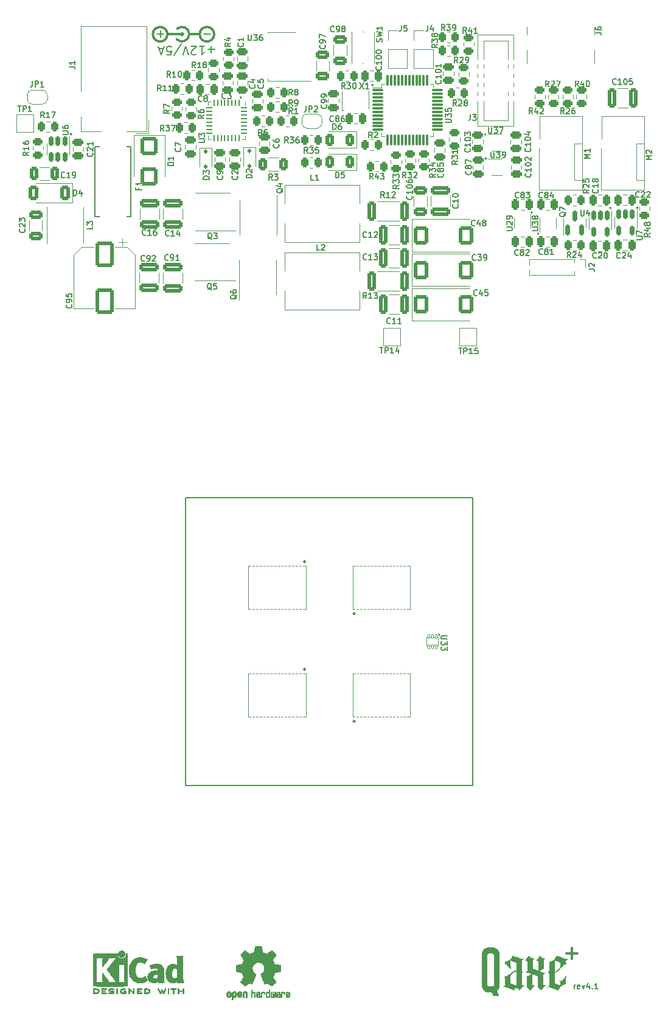
<source format=gto>
G04 #@! TF.GenerationSoftware,KiCad,Pcbnew,8.0.1-8.0.1-1~ubuntu22.04.1*
G04 #@! TF.CreationDate,2024-05-15T13:20:28+02:00*
G04 #@! TF.ProjectId,qaxe,71617865-2e6b-4696-9361-645f70636258,rev?*
G04 #@! TF.SameCoordinates,Original*
G04 #@! TF.FileFunction,Legend,Top*
G04 #@! TF.FilePolarity,Positive*
%FSLAX46Y46*%
G04 Gerber Fmt 4.6, Leading zero omitted, Abs format (unit mm)*
G04 Created by KiCad (PCBNEW 8.0.1-8.0.1-1~ubuntu22.04.1) date 2024-05-15 13:20:28*
%MOMM*%
%LPD*%
G01*
G04 APERTURE LIST*
G04 Aperture macros list*
%AMRoundRect*
0 Rectangle with rounded corners*
0 $1 Rounding radius*
0 $2 $3 $4 $5 $6 $7 $8 $9 X,Y pos of 4 corners*
0 Add a 4 corners polygon primitive as box body*
4,1,4,$2,$3,$4,$5,$6,$7,$8,$9,$2,$3,0*
0 Add four circle primitives for the rounded corners*
1,1,$1+$1,$2,$3*
1,1,$1+$1,$4,$5*
1,1,$1+$1,$6,$7*
1,1,$1+$1,$8,$9*
0 Add four rect primitives between the rounded corners*
20,1,$1+$1,$2,$3,$4,$5,0*
20,1,$1+$1,$4,$5,$6,$7,0*
20,1,$1+$1,$6,$7,$8,$9,0*
20,1,$1+$1,$8,$9,$2,$3,0*%
%AMFreePoly0*
4,1,19,0.500000,-0.750000,0.000000,-0.750000,0.000000,-0.744911,-0.071157,-0.744911,-0.207708,-0.704816,-0.327430,-0.627875,-0.420627,-0.520320,-0.479746,-0.390866,-0.500000,-0.250000,-0.500000,0.250000,-0.479746,0.390866,-0.420627,0.520320,-0.327430,0.627875,-0.207708,0.704816,-0.071157,0.744911,0.000000,0.744911,0.000000,0.750000,0.500000,0.750000,0.500000,-0.750000,0.500000,-0.750000,
$1*%
%AMFreePoly1*
4,1,19,0.000000,0.744911,0.071157,0.744911,0.207708,0.704816,0.327430,0.627875,0.420627,0.520320,0.479746,0.390866,0.500000,0.250000,0.500000,-0.250000,0.479746,-0.390866,0.420627,-0.520320,0.327430,-0.627875,0.207708,-0.704816,0.071157,-0.744911,0.000000,-0.744911,0.000000,-0.750000,-0.500000,-0.750000,-0.500000,0.750000,0.000000,0.750000,0.000000,0.744911,0.000000,0.744911,
$1*%
G04 Aperture macros list end*
%ADD10C,0.204515*%
%ADD11C,0.150000*%
%ADD12C,0.300000*%
%ADD13C,0.200000*%
%ADD14C,0.120000*%
%ADD15C,0.050000*%
%ADD16C,0.227485*%
%ADD17C,0.100000*%
%ADD18C,0.000000*%
%ADD19C,0.310000*%
%ADD20C,0.010000*%
%ADD21C,1.500000*%
%ADD22RoundRect,0.250000X-0.475000X0.250000X-0.475000X-0.250000X0.475000X-0.250000X0.475000X0.250000X0*%
%ADD23RoundRect,0.250000X0.250000X0.475000X-0.250000X0.475000X-0.250000X-0.475000X0.250000X-0.475000X0*%
%ADD24RoundRect,0.250000X0.650000X-0.325000X0.650000X0.325000X-0.650000X0.325000X-0.650000X-0.325000X0*%
%ADD25R,0.221000X0.792000*%
%ADD26RoundRect,0.250000X0.325000X1.100000X-0.325000X1.100000X-0.325000X-1.100000X0.325000X-1.100000X0*%
%ADD27R,3.300000X2.800000*%
%ADD28RoundRect,0.250000X-0.262500X-0.450000X0.262500X-0.450000X0.262500X0.450000X-0.262500X0.450000X0*%
%ADD29RoundRect,0.250000X0.450000X-0.262500X0.450000X0.262500X-0.450000X0.262500X-0.450000X-0.262500X0*%
%ADD30C,0.800000*%
%ADD31C,6.400000*%
%ADD32RoundRect,0.250000X-1.100000X0.325000X-1.100000X-0.325000X1.100000X-0.325000X1.100000X0.325000X0*%
%ADD33RoundRect,0.112500X-0.112500X0.187500X-0.112500X-0.187500X0.112500X-0.187500X0.112500X0.187500X0*%
%ADD34RoundRect,0.250000X-0.450000X0.262500X-0.450000X-0.262500X0.450000X-0.262500X0.450000X0.262500X0*%
%ADD35RoundRect,0.250000X-0.362500X-1.075000X0.362500X-1.075000X0.362500X1.075000X-0.362500X1.075000X0*%
%ADD36RoundRect,0.250000X0.262500X0.450000X-0.262500X0.450000X-0.262500X-0.450000X0.262500X-0.450000X0*%
%ADD37RoundRect,0.250000X0.475000X-0.250000X0.475000X0.250000X-0.475000X0.250000X-0.475000X-0.250000X0*%
%ADD38C,4.000000*%
%ADD39R,0.700000X0.700000*%
%ADD40R,4.510000X4.350000*%
%ADD41RoundRect,0.250000X0.375000X0.625000X-0.375000X0.625000X-0.375000X-0.625000X0.375000X-0.625000X0*%
%ADD42RoundRect,0.250000X-0.900000X1.000000X-0.900000X-1.000000X0.900000X-1.000000X0.900000X1.000000X0*%
%ADD43R,2.000000X2.000000*%
%ADD44R,0.400000X0.650000*%
%ADD45RoundRect,0.250000X-0.325000X-1.100000X0.325000X-1.100000X0.325000X1.100000X-0.325000X1.100000X0*%
%ADD46R,1.700000X1.700000*%
%ADD47O,1.700000X1.700000*%
%ADD48RoundRect,0.150000X-0.150000X0.512500X-0.150000X-0.512500X0.150000X-0.512500X0.150000X0.512500X0*%
%ADD49R,1.000000X1.000000*%
%ADD50O,1.000000X1.000000*%
%ADD51C,1.100000*%
%ADD52R,2.030000X1.730000*%
%ADD53O,2.030000X1.730000*%
%ADD54R,0.650000X0.400000*%
%ADD55RoundRect,0.250000X1.100000X-0.325000X1.100000X0.325000X-1.100000X0.325000X-1.100000X-0.325000X0*%
%ADD56R,4.350000X4.510000*%
%ADD57RoundRect,0.250000X-0.250000X-0.475000X0.250000X-0.475000X0.250000X0.475000X-0.250000X0.475000X0*%
%ADD58RoundRect,0.250000X0.450000X0.800000X-0.450000X0.800000X-0.450000X-0.800000X0.450000X-0.800000X0*%
%ADD59R,1.000000X0.900000*%
%ADD60FreePoly0,180.000000*%
%ADD61FreePoly1,180.000000*%
%ADD62RoundRect,0.250000X-1.000000X1.500000X-1.000000X-1.500000X1.000000X-1.500000X1.000000X1.500000X0*%
%ADD63R,4.000000X1.500000*%
%ADD64RoundRect,0.250000X0.312500X0.625000X-0.312500X0.625000X-0.312500X-0.625000X0.312500X-0.625000X0*%
%ADD65FreePoly0,0.000000*%
%ADD66FreePoly1,0.000000*%
%ADD67RoundRect,0.075000X-0.662500X-0.075000X0.662500X-0.075000X0.662500X0.075000X-0.662500X0.075000X0*%
%ADD68RoundRect,0.075000X-0.075000X-0.662500X0.075000X-0.662500X0.075000X0.662500X-0.075000X0.662500X0*%
%ADD69RoundRect,0.050000X-0.100000X0.285000X-0.100000X-0.285000X0.100000X-0.285000X0.100000X0.285000X0*%
%ADD70R,2.600000X2.600000*%
%ADD71C,2.600000*%
%ADD72R,2.760000X0.650000*%
%ADD73R,3.810000X4.245000*%
%ADD74RoundRect,0.250000X-0.650000X0.325000X-0.650000X-0.325000X0.650000X-0.325000X0.650000X0.325000X0*%
%ADD75RoundRect,0.250000X-0.787500X-1.025000X0.787500X-1.025000X0.787500X1.025000X-0.787500X1.025000X0*%
%ADD76R,2.000000X1.500000*%
%ADD77R,2.000000X3.800000*%
%ADD78RoundRect,0.062500X-0.062500X0.375000X-0.062500X-0.375000X0.062500X-0.375000X0.062500X0.375000X0*%
%ADD79RoundRect,0.062500X-0.375000X0.062500X-0.375000X-0.062500X0.375000X-0.062500X0.375000X0.062500X0*%
%ADD80R,3.450000X3.450000*%
%ADD81RoundRect,0.150000X0.150000X-0.587500X0.150000X0.587500X-0.150000X0.587500X-0.150000X-0.587500X0*%
%ADD82C,0.650000*%
%ADD83R,0.600000X1.150000*%
%ADD84R,0.300000X1.150000*%
%ADD85O,1.000000X2.100000*%
%ADD86O,1.000000X1.800000*%
%ADD87RoundRect,0.250000X0.325000X0.650000X-0.325000X0.650000X-0.325000X-0.650000X0.325000X-0.650000X0*%
G04 APERTURE END LIST*
D10*
X59131857Y-54406800D02*
G75*
G02*
X58927343Y-54406800I-102257J0D01*
G01*
X58927343Y-54406800D02*
G75*
G02*
X59131857Y-54406800I102257J0D01*
G01*
X137973457Y-64643000D02*
G75*
G02*
X137768943Y-64643000I-102257J0D01*
G01*
X137768943Y-64643000D02*
G75*
G02*
X137973457Y-64643000I102257J0D01*
G01*
X116891457Y-57785000D02*
G75*
G02*
X116686943Y-57785000I-102257J0D01*
G01*
X116686943Y-57785000D02*
G75*
G02*
X116891457Y-57785000I102257J0D01*
G01*
X116789857Y-54432200D02*
G75*
G02*
X116585343Y-54432200I-102257J0D01*
G01*
X116585343Y-54432200D02*
G75*
G02*
X116789857Y-54432200I102257J0D01*
G01*
X134239657Y-64668400D02*
G75*
G02*
X134035143Y-64668400I-102257J0D01*
G01*
X134035143Y-64668400D02*
G75*
G02*
X134239657Y-64668400I102257J0D01*
G01*
X110389057Y-124053600D02*
G75*
G02*
X110184543Y-124053600I-102257J0D01*
G01*
X110184543Y-124053600D02*
G75*
G02*
X110389057Y-124053600I102257J0D01*
G01*
X82804657Y-49301400D02*
G75*
G02*
X82600143Y-49301400I-102257J0D01*
G01*
X82600143Y-49301400D02*
G75*
G02*
X82804657Y-49301400I102257J0D01*
G01*
X124181257Y-68247285D02*
G75*
G02*
X123976743Y-68247285I-102257J0D01*
G01*
X123976743Y-68247285D02*
G75*
G02*
X124181257Y-68247285I102257J0D01*
G01*
X123266857Y-65303400D02*
G75*
G02*
X123062343Y-65303400I-102257J0D01*
G01*
X123062343Y-65303400D02*
G75*
G02*
X123266857Y-65303400I102257J0D01*
G01*
X101118057Y-47548800D02*
G75*
G02*
X100913543Y-47548800I-102257J0D01*
G01*
X100913543Y-47548800D02*
G75*
G02*
X101118057Y-47548800I102257J0D01*
G01*
D11*
X75000000Y-105000000D02*
X115000000Y-105000000D01*
X115000000Y-145000000D01*
X75000000Y-145000000D01*
X75000000Y-105000000D01*
X129064160Y-173344295D02*
X129064160Y-172810961D01*
X129064160Y-172963342D02*
X129102255Y-172887152D01*
X129102255Y-172887152D02*
X129140350Y-172849057D01*
X129140350Y-172849057D02*
X129216541Y-172810961D01*
X129216541Y-172810961D02*
X129292731Y-172810961D01*
X129864160Y-173306200D02*
X129787969Y-173344295D01*
X129787969Y-173344295D02*
X129635588Y-173344295D01*
X129635588Y-173344295D02*
X129559398Y-173306200D01*
X129559398Y-173306200D02*
X129521302Y-173230009D01*
X129521302Y-173230009D02*
X129521302Y-172925247D01*
X129521302Y-172925247D02*
X129559398Y-172849057D01*
X129559398Y-172849057D02*
X129635588Y-172810961D01*
X129635588Y-172810961D02*
X129787969Y-172810961D01*
X129787969Y-172810961D02*
X129864160Y-172849057D01*
X129864160Y-172849057D02*
X129902255Y-172925247D01*
X129902255Y-172925247D02*
X129902255Y-173001438D01*
X129902255Y-173001438D02*
X129521302Y-173077628D01*
X130168921Y-172810961D02*
X130359397Y-173344295D01*
X130359397Y-173344295D02*
X130549874Y-172810961D01*
X131197493Y-172810961D02*
X131197493Y-173344295D01*
X131007017Y-172506200D02*
X130816540Y-173077628D01*
X130816540Y-173077628D02*
X131311779Y-173077628D01*
X131616541Y-173268104D02*
X131654636Y-173306200D01*
X131654636Y-173306200D02*
X131616541Y-173344295D01*
X131616541Y-173344295D02*
X131578445Y-173306200D01*
X131578445Y-173306200D02*
X131616541Y-173268104D01*
X131616541Y-173268104D02*
X131616541Y-173344295D01*
X132416540Y-173344295D02*
X131959397Y-173344295D01*
X132187969Y-173344295D02*
X132187969Y-172544295D01*
X132187969Y-172544295D02*
X132111778Y-172658580D01*
X132111778Y-172658580D02*
X132035588Y-172734771D01*
X132035588Y-172734771D02*
X131959397Y-172772866D01*
D12*
X127973558Y-168377733D02*
X129497368Y-168377733D01*
X128735463Y-169139638D02*
X128735463Y-167615828D01*
D13*
X79028570Y-42614400D02*
X78114285Y-42614400D01*
X78571427Y-42157257D02*
X78571427Y-43071542D01*
X76914285Y-42157257D02*
X77599999Y-42157257D01*
X77257142Y-42157257D02*
X77257142Y-43357257D01*
X77257142Y-43357257D02*
X77371428Y-43185828D01*
X77371428Y-43185828D02*
X77485713Y-43071542D01*
X77485713Y-43071542D02*
X77599999Y-43014400D01*
X76457142Y-43242971D02*
X76399999Y-43300114D01*
X76399999Y-43300114D02*
X76285714Y-43357257D01*
X76285714Y-43357257D02*
X75999999Y-43357257D01*
X75999999Y-43357257D02*
X75885714Y-43300114D01*
X75885714Y-43300114D02*
X75828571Y-43242971D01*
X75828571Y-43242971D02*
X75771428Y-43128685D01*
X75771428Y-43128685D02*
X75771428Y-43014400D01*
X75771428Y-43014400D02*
X75828571Y-42842971D01*
X75828571Y-42842971D02*
X76514285Y-42157257D01*
X76514285Y-42157257D02*
X75771428Y-42157257D01*
X75428571Y-43357257D02*
X75028571Y-42157257D01*
X75028571Y-42157257D02*
X74628571Y-43357257D01*
X73371428Y-43414400D02*
X74400000Y-41871542D01*
X72400000Y-43357257D02*
X72971428Y-43357257D01*
X72971428Y-43357257D02*
X73028571Y-42785828D01*
X73028571Y-42785828D02*
X72971428Y-42842971D01*
X72971428Y-42842971D02*
X72857143Y-42900114D01*
X72857143Y-42900114D02*
X72571428Y-42900114D01*
X72571428Y-42900114D02*
X72457143Y-42842971D01*
X72457143Y-42842971D02*
X72400000Y-42785828D01*
X72400000Y-42785828D02*
X72342857Y-42671542D01*
X72342857Y-42671542D02*
X72342857Y-42385828D01*
X72342857Y-42385828D02*
X72400000Y-42271542D01*
X72400000Y-42271542D02*
X72457143Y-42214400D01*
X72457143Y-42214400D02*
X72571428Y-42157257D01*
X72571428Y-42157257D02*
X72857143Y-42157257D01*
X72857143Y-42157257D02*
X72971428Y-42214400D01*
X72971428Y-42214400D02*
X73028571Y-42271542D01*
X71885714Y-42500114D02*
X71314286Y-42500114D01*
X72000000Y-42157257D02*
X71600000Y-43357257D01*
X71600000Y-43357257D02*
X71200000Y-42157257D01*
D11*
X114686104Y-59514285D02*
X114724200Y-59552381D01*
X114724200Y-59552381D02*
X114762295Y-59666666D01*
X114762295Y-59666666D02*
X114762295Y-59742857D01*
X114762295Y-59742857D02*
X114724200Y-59857143D01*
X114724200Y-59857143D02*
X114648009Y-59933333D01*
X114648009Y-59933333D02*
X114571819Y-59971428D01*
X114571819Y-59971428D02*
X114419438Y-60009524D01*
X114419438Y-60009524D02*
X114305152Y-60009524D01*
X114305152Y-60009524D02*
X114152771Y-59971428D01*
X114152771Y-59971428D02*
X114076580Y-59933333D01*
X114076580Y-59933333D02*
X114000390Y-59857143D01*
X114000390Y-59857143D02*
X113962295Y-59742857D01*
X113962295Y-59742857D02*
X113962295Y-59666666D01*
X113962295Y-59666666D02*
X114000390Y-59552381D01*
X114000390Y-59552381D02*
X114038485Y-59514285D01*
X114305152Y-59057143D02*
X114267057Y-59133333D01*
X114267057Y-59133333D02*
X114228961Y-59171428D01*
X114228961Y-59171428D02*
X114152771Y-59209524D01*
X114152771Y-59209524D02*
X114114676Y-59209524D01*
X114114676Y-59209524D02*
X114038485Y-59171428D01*
X114038485Y-59171428D02*
X114000390Y-59133333D01*
X114000390Y-59133333D02*
X113962295Y-59057143D01*
X113962295Y-59057143D02*
X113962295Y-58904762D01*
X113962295Y-58904762D02*
X114000390Y-58828571D01*
X114000390Y-58828571D02*
X114038485Y-58790476D01*
X114038485Y-58790476D02*
X114114676Y-58752381D01*
X114114676Y-58752381D02*
X114152771Y-58752381D01*
X114152771Y-58752381D02*
X114228961Y-58790476D01*
X114228961Y-58790476D02*
X114267057Y-58828571D01*
X114267057Y-58828571D02*
X114305152Y-58904762D01*
X114305152Y-58904762D02*
X114305152Y-59057143D01*
X114305152Y-59057143D02*
X114343247Y-59133333D01*
X114343247Y-59133333D02*
X114381342Y-59171428D01*
X114381342Y-59171428D02*
X114457533Y-59209524D01*
X114457533Y-59209524D02*
X114609914Y-59209524D01*
X114609914Y-59209524D02*
X114686104Y-59171428D01*
X114686104Y-59171428D02*
X114724200Y-59133333D01*
X114724200Y-59133333D02*
X114762295Y-59057143D01*
X114762295Y-59057143D02*
X114762295Y-58904762D01*
X114762295Y-58904762D02*
X114724200Y-58828571D01*
X114724200Y-58828571D02*
X114686104Y-58790476D01*
X114686104Y-58790476D02*
X114609914Y-58752381D01*
X114609914Y-58752381D02*
X114457533Y-58752381D01*
X114457533Y-58752381D02*
X114381342Y-58790476D01*
X114381342Y-58790476D02*
X114343247Y-58828571D01*
X114343247Y-58828571D02*
X114305152Y-58904762D01*
X113962295Y-58485714D02*
X113962295Y-57952380D01*
X113962295Y-57952380D02*
X114762295Y-58295238D01*
X132162029Y-71586104D02*
X132123933Y-71624200D01*
X132123933Y-71624200D02*
X132009648Y-71662295D01*
X132009648Y-71662295D02*
X131933457Y-71662295D01*
X131933457Y-71662295D02*
X131819171Y-71624200D01*
X131819171Y-71624200D02*
X131742981Y-71548009D01*
X131742981Y-71548009D02*
X131704886Y-71471819D01*
X131704886Y-71471819D02*
X131666790Y-71319438D01*
X131666790Y-71319438D02*
X131666790Y-71205152D01*
X131666790Y-71205152D02*
X131704886Y-71052771D01*
X131704886Y-71052771D02*
X131742981Y-70976580D01*
X131742981Y-70976580D02*
X131819171Y-70900390D01*
X131819171Y-70900390D02*
X131933457Y-70862295D01*
X131933457Y-70862295D02*
X132009648Y-70862295D01*
X132009648Y-70862295D02*
X132123933Y-70900390D01*
X132123933Y-70900390D02*
X132162029Y-70938485D01*
X132466790Y-70938485D02*
X132504886Y-70900390D01*
X132504886Y-70900390D02*
X132581076Y-70862295D01*
X132581076Y-70862295D02*
X132771552Y-70862295D01*
X132771552Y-70862295D02*
X132847743Y-70900390D01*
X132847743Y-70900390D02*
X132885838Y-70938485D01*
X132885838Y-70938485D02*
X132923933Y-71014676D01*
X132923933Y-71014676D02*
X132923933Y-71090866D01*
X132923933Y-71090866D02*
X132885838Y-71205152D01*
X132885838Y-71205152D02*
X132428695Y-71662295D01*
X132428695Y-71662295D02*
X132923933Y-71662295D01*
X133419172Y-70862295D02*
X133495362Y-70862295D01*
X133495362Y-70862295D02*
X133571553Y-70900390D01*
X133571553Y-70900390D02*
X133609648Y-70938485D01*
X133609648Y-70938485D02*
X133647743Y-71014676D01*
X133647743Y-71014676D02*
X133685838Y-71167057D01*
X133685838Y-71167057D02*
X133685838Y-71357533D01*
X133685838Y-71357533D02*
X133647743Y-71509914D01*
X133647743Y-71509914D02*
X133609648Y-71586104D01*
X133609648Y-71586104D02*
X133571553Y-71624200D01*
X133571553Y-71624200D02*
X133495362Y-71662295D01*
X133495362Y-71662295D02*
X133419172Y-71662295D01*
X133419172Y-71662295D02*
X133342981Y-71624200D01*
X133342981Y-71624200D02*
X133304886Y-71586104D01*
X133304886Y-71586104D02*
X133266791Y-71509914D01*
X133266791Y-71509914D02*
X133228695Y-71357533D01*
X133228695Y-71357533D02*
X133228695Y-71167057D01*
X133228695Y-71167057D02*
X133266791Y-71014676D01*
X133266791Y-71014676D02*
X133304886Y-70938485D01*
X133304886Y-70938485D02*
X133342981Y-70900390D01*
X133342981Y-70900390D02*
X133419172Y-70862295D01*
X52586104Y-67604285D02*
X52624200Y-67642381D01*
X52624200Y-67642381D02*
X52662295Y-67756666D01*
X52662295Y-67756666D02*
X52662295Y-67832857D01*
X52662295Y-67832857D02*
X52624200Y-67947143D01*
X52624200Y-67947143D02*
X52548009Y-68023333D01*
X52548009Y-68023333D02*
X52471819Y-68061428D01*
X52471819Y-68061428D02*
X52319438Y-68099524D01*
X52319438Y-68099524D02*
X52205152Y-68099524D01*
X52205152Y-68099524D02*
X52052771Y-68061428D01*
X52052771Y-68061428D02*
X51976580Y-68023333D01*
X51976580Y-68023333D02*
X51900390Y-67947143D01*
X51900390Y-67947143D02*
X51862295Y-67832857D01*
X51862295Y-67832857D02*
X51862295Y-67756666D01*
X51862295Y-67756666D02*
X51900390Y-67642381D01*
X51900390Y-67642381D02*
X51938485Y-67604285D01*
X51938485Y-67299524D02*
X51900390Y-67261428D01*
X51900390Y-67261428D02*
X51862295Y-67185238D01*
X51862295Y-67185238D02*
X51862295Y-66994762D01*
X51862295Y-66994762D02*
X51900390Y-66918571D01*
X51900390Y-66918571D02*
X51938485Y-66880476D01*
X51938485Y-66880476D02*
X52014676Y-66842381D01*
X52014676Y-66842381D02*
X52090866Y-66842381D01*
X52090866Y-66842381D02*
X52205152Y-66880476D01*
X52205152Y-66880476D02*
X52662295Y-67337619D01*
X52662295Y-67337619D02*
X52662295Y-66842381D01*
X51862295Y-66575714D02*
X51862295Y-66080476D01*
X51862295Y-66080476D02*
X52167057Y-66347142D01*
X52167057Y-66347142D02*
X52167057Y-66232857D01*
X52167057Y-66232857D02*
X52205152Y-66156666D01*
X52205152Y-66156666D02*
X52243247Y-66118571D01*
X52243247Y-66118571D02*
X52319438Y-66080476D01*
X52319438Y-66080476D02*
X52509914Y-66080476D01*
X52509914Y-66080476D02*
X52586104Y-66118571D01*
X52586104Y-66118571D02*
X52624200Y-66156666D01*
X52624200Y-66156666D02*
X52662295Y-66232857D01*
X52662295Y-66232857D02*
X52662295Y-66461428D01*
X52662295Y-66461428D02*
X52624200Y-66537619D01*
X52624200Y-66537619D02*
X52586104Y-66575714D01*
X103485714Y-80686104D02*
X103447618Y-80724200D01*
X103447618Y-80724200D02*
X103333333Y-80762295D01*
X103333333Y-80762295D02*
X103257142Y-80762295D01*
X103257142Y-80762295D02*
X103142856Y-80724200D01*
X103142856Y-80724200D02*
X103066666Y-80648009D01*
X103066666Y-80648009D02*
X103028571Y-80571819D01*
X103028571Y-80571819D02*
X102990475Y-80419438D01*
X102990475Y-80419438D02*
X102990475Y-80305152D01*
X102990475Y-80305152D02*
X103028571Y-80152771D01*
X103028571Y-80152771D02*
X103066666Y-80076580D01*
X103066666Y-80076580D02*
X103142856Y-80000390D01*
X103142856Y-80000390D02*
X103257142Y-79962295D01*
X103257142Y-79962295D02*
X103333333Y-79962295D01*
X103333333Y-79962295D02*
X103447618Y-80000390D01*
X103447618Y-80000390D02*
X103485714Y-80038485D01*
X104247618Y-80762295D02*
X103790475Y-80762295D01*
X104019047Y-80762295D02*
X104019047Y-79962295D01*
X104019047Y-79962295D02*
X103942856Y-80076580D01*
X103942856Y-80076580D02*
X103866666Y-80152771D01*
X103866666Y-80152771D02*
X103790475Y-80190866D01*
X105009523Y-80762295D02*
X104552380Y-80762295D01*
X104780952Y-80762295D02*
X104780952Y-79962295D01*
X104780952Y-79962295D02*
X104704761Y-80076580D01*
X104704761Y-80076580D02*
X104628571Y-80152771D01*
X104628571Y-80152771D02*
X104552380Y-80190866D01*
X92851666Y-60802295D02*
X92470714Y-60802295D01*
X92470714Y-60802295D02*
X92470714Y-60002295D01*
X93537380Y-60802295D02*
X93080237Y-60802295D01*
X93308809Y-60802295D02*
X93308809Y-60002295D01*
X93308809Y-60002295D02*
X93232618Y-60116580D01*
X93232618Y-60116580D02*
X93156428Y-60192771D01*
X93156428Y-60192771D02*
X93080237Y-60230866D01*
X89866667Y-51562295D02*
X89600000Y-51181342D01*
X89409524Y-51562295D02*
X89409524Y-50762295D01*
X89409524Y-50762295D02*
X89714286Y-50762295D01*
X89714286Y-50762295D02*
X89790476Y-50800390D01*
X89790476Y-50800390D02*
X89828571Y-50838485D01*
X89828571Y-50838485D02*
X89866667Y-50914676D01*
X89866667Y-50914676D02*
X89866667Y-51028961D01*
X89866667Y-51028961D02*
X89828571Y-51105152D01*
X89828571Y-51105152D02*
X89790476Y-51143247D01*
X89790476Y-51143247D02*
X89714286Y-51181342D01*
X89714286Y-51181342D02*
X89409524Y-51181342D01*
X90628571Y-51562295D02*
X90171428Y-51562295D01*
X90400000Y-51562295D02*
X90400000Y-50762295D01*
X90400000Y-50762295D02*
X90323809Y-50876580D01*
X90323809Y-50876580D02*
X90247619Y-50952771D01*
X90247619Y-50952771D02*
X90171428Y-50990866D01*
X53162295Y-56891785D02*
X52781342Y-57158452D01*
X53162295Y-57348928D02*
X52362295Y-57348928D01*
X52362295Y-57348928D02*
X52362295Y-57044166D01*
X52362295Y-57044166D02*
X52400390Y-56967976D01*
X52400390Y-56967976D02*
X52438485Y-56929881D01*
X52438485Y-56929881D02*
X52514676Y-56891785D01*
X52514676Y-56891785D02*
X52628961Y-56891785D01*
X52628961Y-56891785D02*
X52705152Y-56929881D01*
X52705152Y-56929881D02*
X52743247Y-56967976D01*
X52743247Y-56967976D02*
X52781342Y-57044166D01*
X52781342Y-57044166D02*
X52781342Y-57348928D01*
X53162295Y-56129881D02*
X53162295Y-56587024D01*
X53162295Y-56358452D02*
X52362295Y-56358452D01*
X52362295Y-56358452D02*
X52476580Y-56434643D01*
X52476580Y-56434643D02*
X52552771Y-56510833D01*
X52552771Y-56510833D02*
X52590866Y-56587024D01*
X52362295Y-55444166D02*
X52362295Y-55596547D01*
X52362295Y-55596547D02*
X52400390Y-55672738D01*
X52400390Y-55672738D02*
X52438485Y-55710833D01*
X52438485Y-55710833D02*
X52552771Y-55787023D01*
X52552771Y-55787023D02*
X52705152Y-55825119D01*
X52705152Y-55825119D02*
X53009914Y-55825119D01*
X53009914Y-55825119D02*
X53086104Y-55787023D01*
X53086104Y-55787023D02*
X53124200Y-55748928D01*
X53124200Y-55748928D02*
X53162295Y-55672738D01*
X53162295Y-55672738D02*
X53162295Y-55520357D01*
X53162295Y-55520357D02*
X53124200Y-55444166D01*
X53124200Y-55444166D02*
X53086104Y-55406071D01*
X53086104Y-55406071D02*
X53009914Y-55367976D01*
X53009914Y-55367976D02*
X52819438Y-55367976D01*
X52819438Y-55367976D02*
X52743247Y-55406071D01*
X52743247Y-55406071D02*
X52705152Y-55444166D01*
X52705152Y-55444166D02*
X52667057Y-55520357D01*
X52667057Y-55520357D02*
X52667057Y-55672738D01*
X52667057Y-55672738D02*
X52705152Y-55748928D01*
X52705152Y-55748928D02*
X52743247Y-55787023D01*
X52743247Y-55787023D02*
X52819438Y-55825119D01*
X55335714Y-52089795D02*
X55069047Y-51708842D01*
X54878571Y-52089795D02*
X54878571Y-51289795D01*
X54878571Y-51289795D02*
X55183333Y-51289795D01*
X55183333Y-51289795D02*
X55259523Y-51327890D01*
X55259523Y-51327890D02*
X55297618Y-51365985D01*
X55297618Y-51365985D02*
X55335714Y-51442176D01*
X55335714Y-51442176D02*
X55335714Y-51556461D01*
X55335714Y-51556461D02*
X55297618Y-51632652D01*
X55297618Y-51632652D02*
X55259523Y-51670747D01*
X55259523Y-51670747D02*
X55183333Y-51708842D01*
X55183333Y-51708842D02*
X54878571Y-51708842D01*
X56097618Y-52089795D02*
X55640475Y-52089795D01*
X55869047Y-52089795D02*
X55869047Y-51289795D01*
X55869047Y-51289795D02*
X55792856Y-51404080D01*
X55792856Y-51404080D02*
X55716666Y-51480271D01*
X55716666Y-51480271D02*
X55640475Y-51518366D01*
X56364285Y-51289795D02*
X56897619Y-51289795D01*
X56897619Y-51289795D02*
X56554761Y-52089795D01*
X72585714Y-71886104D02*
X72547618Y-71924200D01*
X72547618Y-71924200D02*
X72433333Y-71962295D01*
X72433333Y-71962295D02*
X72357142Y-71962295D01*
X72357142Y-71962295D02*
X72242856Y-71924200D01*
X72242856Y-71924200D02*
X72166666Y-71848009D01*
X72166666Y-71848009D02*
X72128571Y-71771819D01*
X72128571Y-71771819D02*
X72090475Y-71619438D01*
X72090475Y-71619438D02*
X72090475Y-71505152D01*
X72090475Y-71505152D02*
X72128571Y-71352771D01*
X72128571Y-71352771D02*
X72166666Y-71276580D01*
X72166666Y-71276580D02*
X72242856Y-71200390D01*
X72242856Y-71200390D02*
X72357142Y-71162295D01*
X72357142Y-71162295D02*
X72433333Y-71162295D01*
X72433333Y-71162295D02*
X72547618Y-71200390D01*
X72547618Y-71200390D02*
X72585714Y-71238485D01*
X72966666Y-71962295D02*
X73119047Y-71962295D01*
X73119047Y-71962295D02*
X73195237Y-71924200D01*
X73195237Y-71924200D02*
X73233333Y-71886104D01*
X73233333Y-71886104D02*
X73309523Y-71771819D01*
X73309523Y-71771819D02*
X73347618Y-71619438D01*
X73347618Y-71619438D02*
X73347618Y-71314676D01*
X73347618Y-71314676D02*
X73309523Y-71238485D01*
X73309523Y-71238485D02*
X73271428Y-71200390D01*
X73271428Y-71200390D02*
X73195237Y-71162295D01*
X73195237Y-71162295D02*
X73042856Y-71162295D01*
X73042856Y-71162295D02*
X72966666Y-71200390D01*
X72966666Y-71200390D02*
X72928571Y-71238485D01*
X72928571Y-71238485D02*
X72890475Y-71314676D01*
X72890475Y-71314676D02*
X72890475Y-71505152D01*
X72890475Y-71505152D02*
X72928571Y-71581342D01*
X72928571Y-71581342D02*
X72966666Y-71619438D01*
X72966666Y-71619438D02*
X73042856Y-71657533D01*
X73042856Y-71657533D02*
X73195237Y-71657533D01*
X73195237Y-71657533D02*
X73271428Y-71619438D01*
X73271428Y-71619438D02*
X73309523Y-71581342D01*
X73309523Y-71581342D02*
X73347618Y-71505152D01*
X74109523Y-71962295D02*
X73652380Y-71962295D01*
X73880952Y-71962295D02*
X73880952Y-71162295D01*
X73880952Y-71162295D02*
X73804761Y-71276580D01*
X73804761Y-71276580D02*
X73728571Y-71352771D01*
X73728571Y-71352771D02*
X73652380Y-71390866D01*
X76385714Y-45162295D02*
X76119047Y-44781342D01*
X75928571Y-45162295D02*
X75928571Y-44362295D01*
X75928571Y-44362295D02*
X76233333Y-44362295D01*
X76233333Y-44362295D02*
X76309523Y-44400390D01*
X76309523Y-44400390D02*
X76347618Y-44438485D01*
X76347618Y-44438485D02*
X76385714Y-44514676D01*
X76385714Y-44514676D02*
X76385714Y-44628961D01*
X76385714Y-44628961D02*
X76347618Y-44705152D01*
X76347618Y-44705152D02*
X76309523Y-44743247D01*
X76309523Y-44743247D02*
X76233333Y-44781342D01*
X76233333Y-44781342D02*
X75928571Y-44781342D01*
X77147618Y-45162295D02*
X76690475Y-45162295D01*
X76919047Y-45162295D02*
X76919047Y-44362295D01*
X76919047Y-44362295D02*
X76842856Y-44476580D01*
X76842856Y-44476580D02*
X76766666Y-44552771D01*
X76766666Y-44552771D02*
X76690475Y-44590866D01*
X77604761Y-44705152D02*
X77528571Y-44667057D01*
X77528571Y-44667057D02*
X77490476Y-44628961D01*
X77490476Y-44628961D02*
X77452380Y-44552771D01*
X77452380Y-44552771D02*
X77452380Y-44514676D01*
X77452380Y-44514676D02*
X77490476Y-44438485D01*
X77490476Y-44438485D02*
X77528571Y-44400390D01*
X77528571Y-44400390D02*
X77604761Y-44362295D01*
X77604761Y-44362295D02*
X77757142Y-44362295D01*
X77757142Y-44362295D02*
X77833333Y-44400390D01*
X77833333Y-44400390D02*
X77871428Y-44438485D01*
X77871428Y-44438485D02*
X77909523Y-44514676D01*
X77909523Y-44514676D02*
X77909523Y-44552771D01*
X77909523Y-44552771D02*
X77871428Y-44628961D01*
X77871428Y-44628961D02*
X77833333Y-44667057D01*
X77833333Y-44667057D02*
X77757142Y-44705152D01*
X77757142Y-44705152D02*
X77604761Y-44705152D01*
X77604761Y-44705152D02*
X77528571Y-44743247D01*
X77528571Y-44743247D02*
X77490476Y-44781342D01*
X77490476Y-44781342D02*
X77452380Y-44857533D01*
X77452380Y-44857533D02*
X77452380Y-45009914D01*
X77452380Y-45009914D02*
X77490476Y-45086104D01*
X77490476Y-45086104D02*
X77528571Y-45124200D01*
X77528571Y-45124200D02*
X77604761Y-45162295D01*
X77604761Y-45162295D02*
X77757142Y-45162295D01*
X77757142Y-45162295D02*
X77833333Y-45124200D01*
X77833333Y-45124200D02*
X77871428Y-45086104D01*
X77871428Y-45086104D02*
X77909523Y-45009914D01*
X77909523Y-45009914D02*
X77909523Y-44857533D01*
X77909523Y-44857533D02*
X77871428Y-44781342D01*
X77871428Y-44781342D02*
X77833333Y-44743247D01*
X77833333Y-44743247D02*
X77757142Y-44705152D01*
X138145714Y-63096104D02*
X138107618Y-63134200D01*
X138107618Y-63134200D02*
X137993333Y-63172295D01*
X137993333Y-63172295D02*
X137917142Y-63172295D01*
X137917142Y-63172295D02*
X137802856Y-63134200D01*
X137802856Y-63134200D02*
X137726666Y-63058009D01*
X137726666Y-63058009D02*
X137688571Y-62981819D01*
X137688571Y-62981819D02*
X137650475Y-62829438D01*
X137650475Y-62829438D02*
X137650475Y-62715152D01*
X137650475Y-62715152D02*
X137688571Y-62562771D01*
X137688571Y-62562771D02*
X137726666Y-62486580D01*
X137726666Y-62486580D02*
X137802856Y-62410390D01*
X137802856Y-62410390D02*
X137917142Y-62372295D01*
X137917142Y-62372295D02*
X137993333Y-62372295D01*
X137993333Y-62372295D02*
X138107618Y-62410390D01*
X138107618Y-62410390D02*
X138145714Y-62448485D01*
X138450475Y-62448485D02*
X138488571Y-62410390D01*
X138488571Y-62410390D02*
X138564761Y-62372295D01*
X138564761Y-62372295D02*
X138755237Y-62372295D01*
X138755237Y-62372295D02*
X138831428Y-62410390D01*
X138831428Y-62410390D02*
X138869523Y-62448485D01*
X138869523Y-62448485D02*
X138907618Y-62524676D01*
X138907618Y-62524676D02*
X138907618Y-62600866D01*
X138907618Y-62600866D02*
X138869523Y-62715152D01*
X138869523Y-62715152D02*
X138412380Y-63172295D01*
X138412380Y-63172295D02*
X138907618Y-63172295D01*
X139212380Y-62448485D02*
X139250476Y-62410390D01*
X139250476Y-62410390D02*
X139326666Y-62372295D01*
X139326666Y-62372295D02*
X139517142Y-62372295D01*
X139517142Y-62372295D02*
X139593333Y-62410390D01*
X139593333Y-62410390D02*
X139631428Y-62448485D01*
X139631428Y-62448485D02*
X139669523Y-62524676D01*
X139669523Y-62524676D02*
X139669523Y-62600866D01*
X139669523Y-62600866D02*
X139631428Y-62715152D01*
X139631428Y-62715152D02*
X139174285Y-63172295D01*
X139174285Y-63172295D02*
X139669523Y-63172295D01*
X80086104Y-60233332D02*
X80124200Y-60271428D01*
X80124200Y-60271428D02*
X80162295Y-60385713D01*
X80162295Y-60385713D02*
X80162295Y-60461904D01*
X80162295Y-60461904D02*
X80124200Y-60576190D01*
X80124200Y-60576190D02*
X80048009Y-60652380D01*
X80048009Y-60652380D02*
X79971819Y-60690475D01*
X79971819Y-60690475D02*
X79819438Y-60728571D01*
X79819438Y-60728571D02*
X79705152Y-60728571D01*
X79705152Y-60728571D02*
X79552771Y-60690475D01*
X79552771Y-60690475D02*
X79476580Y-60652380D01*
X79476580Y-60652380D02*
X79400390Y-60576190D01*
X79400390Y-60576190D02*
X79362295Y-60461904D01*
X79362295Y-60461904D02*
X79362295Y-60385713D01*
X79362295Y-60385713D02*
X79400390Y-60271428D01*
X79400390Y-60271428D02*
X79438485Y-60233332D01*
X80162295Y-59852380D02*
X80162295Y-59699999D01*
X80162295Y-59699999D02*
X80124200Y-59623809D01*
X80124200Y-59623809D02*
X80086104Y-59585713D01*
X80086104Y-59585713D02*
X79971819Y-59509523D01*
X79971819Y-59509523D02*
X79819438Y-59471428D01*
X79819438Y-59471428D02*
X79514676Y-59471428D01*
X79514676Y-59471428D02*
X79438485Y-59509523D01*
X79438485Y-59509523D02*
X79400390Y-59547618D01*
X79400390Y-59547618D02*
X79362295Y-59623809D01*
X79362295Y-59623809D02*
X79362295Y-59776190D01*
X79362295Y-59776190D02*
X79400390Y-59852380D01*
X79400390Y-59852380D02*
X79438485Y-59890475D01*
X79438485Y-59890475D02*
X79514676Y-59928571D01*
X79514676Y-59928571D02*
X79705152Y-59928571D01*
X79705152Y-59928571D02*
X79781342Y-59890475D01*
X79781342Y-59890475D02*
X79819438Y-59852380D01*
X79819438Y-59852380D02*
X79857533Y-59776190D01*
X79857533Y-59776190D02*
X79857533Y-59623809D01*
X79857533Y-59623809D02*
X79819438Y-59547618D01*
X79819438Y-59547618D02*
X79781342Y-59509523D01*
X79781342Y-59509523D02*
X79705152Y-59471428D01*
X114085714Y-40362295D02*
X113819047Y-39981342D01*
X113628571Y-40362295D02*
X113628571Y-39562295D01*
X113628571Y-39562295D02*
X113933333Y-39562295D01*
X113933333Y-39562295D02*
X114009523Y-39600390D01*
X114009523Y-39600390D02*
X114047618Y-39638485D01*
X114047618Y-39638485D02*
X114085714Y-39714676D01*
X114085714Y-39714676D02*
X114085714Y-39828961D01*
X114085714Y-39828961D02*
X114047618Y-39905152D01*
X114047618Y-39905152D02*
X114009523Y-39943247D01*
X114009523Y-39943247D02*
X113933333Y-39981342D01*
X113933333Y-39981342D02*
X113628571Y-39981342D01*
X114771428Y-39828961D02*
X114771428Y-40362295D01*
X114580952Y-39524200D02*
X114390475Y-40095628D01*
X114390475Y-40095628D02*
X114885714Y-40095628D01*
X115609523Y-40362295D02*
X115152380Y-40362295D01*
X115380952Y-40362295D02*
X115380952Y-39562295D01*
X115380952Y-39562295D02*
X115304761Y-39676580D01*
X115304761Y-39676580D02*
X115228571Y-39752771D01*
X115228571Y-39752771D02*
X115152380Y-39790866D01*
X84262295Y-60490475D02*
X83462295Y-60490475D01*
X83462295Y-60490475D02*
X83462295Y-60299999D01*
X83462295Y-60299999D02*
X83500390Y-60185713D01*
X83500390Y-60185713D02*
X83576580Y-60109523D01*
X83576580Y-60109523D02*
X83652771Y-60071428D01*
X83652771Y-60071428D02*
X83805152Y-60033332D01*
X83805152Y-60033332D02*
X83919438Y-60033332D01*
X83919438Y-60033332D02*
X84071819Y-60071428D01*
X84071819Y-60071428D02*
X84148009Y-60109523D01*
X84148009Y-60109523D02*
X84224200Y-60185713D01*
X84224200Y-60185713D02*
X84262295Y-60299999D01*
X84262295Y-60299999D02*
X84262295Y-60490475D01*
X83538485Y-59728571D02*
X83500390Y-59690475D01*
X83500390Y-59690475D02*
X83462295Y-59614285D01*
X83462295Y-59614285D02*
X83462295Y-59423809D01*
X83462295Y-59423809D02*
X83500390Y-59347618D01*
X83500390Y-59347618D02*
X83538485Y-59309523D01*
X83538485Y-59309523D02*
X83614676Y-59271428D01*
X83614676Y-59271428D02*
X83690866Y-59271428D01*
X83690866Y-59271428D02*
X83805152Y-59309523D01*
X83805152Y-59309523D02*
X84262295Y-59766666D01*
X84262295Y-59766666D02*
X84262295Y-59271428D01*
X112885714Y-44462295D02*
X112619047Y-44081342D01*
X112428571Y-44462295D02*
X112428571Y-43662295D01*
X112428571Y-43662295D02*
X112733333Y-43662295D01*
X112733333Y-43662295D02*
X112809523Y-43700390D01*
X112809523Y-43700390D02*
X112847618Y-43738485D01*
X112847618Y-43738485D02*
X112885714Y-43814676D01*
X112885714Y-43814676D02*
X112885714Y-43928961D01*
X112885714Y-43928961D02*
X112847618Y-44005152D01*
X112847618Y-44005152D02*
X112809523Y-44043247D01*
X112809523Y-44043247D02*
X112733333Y-44081342D01*
X112733333Y-44081342D02*
X112428571Y-44081342D01*
X113190475Y-43738485D02*
X113228571Y-43700390D01*
X113228571Y-43700390D02*
X113304761Y-43662295D01*
X113304761Y-43662295D02*
X113495237Y-43662295D01*
X113495237Y-43662295D02*
X113571428Y-43700390D01*
X113571428Y-43700390D02*
X113609523Y-43738485D01*
X113609523Y-43738485D02*
X113647618Y-43814676D01*
X113647618Y-43814676D02*
X113647618Y-43890866D01*
X113647618Y-43890866D02*
X113609523Y-44005152D01*
X113609523Y-44005152D02*
X113152380Y-44462295D01*
X113152380Y-44462295D02*
X113647618Y-44462295D01*
X114028571Y-44462295D02*
X114180952Y-44462295D01*
X114180952Y-44462295D02*
X114257142Y-44424200D01*
X114257142Y-44424200D02*
X114295238Y-44386104D01*
X114295238Y-44386104D02*
X114371428Y-44271819D01*
X114371428Y-44271819D02*
X114409523Y-44119438D01*
X114409523Y-44119438D02*
X114409523Y-43814676D01*
X114409523Y-43814676D02*
X114371428Y-43738485D01*
X114371428Y-43738485D02*
X114333333Y-43700390D01*
X114333333Y-43700390D02*
X114257142Y-43662295D01*
X114257142Y-43662295D02*
X114104761Y-43662295D01*
X114104761Y-43662295D02*
X114028571Y-43700390D01*
X114028571Y-43700390D02*
X113990476Y-43738485D01*
X113990476Y-43738485D02*
X113952380Y-43814676D01*
X113952380Y-43814676D02*
X113952380Y-44005152D01*
X113952380Y-44005152D02*
X113990476Y-44081342D01*
X113990476Y-44081342D02*
X114028571Y-44119438D01*
X114028571Y-44119438D02*
X114104761Y-44157533D01*
X114104761Y-44157533D02*
X114257142Y-44157533D01*
X114257142Y-44157533D02*
X114333333Y-44119438D01*
X114333333Y-44119438D02*
X114371428Y-44081342D01*
X114371428Y-44081342D02*
X114409523Y-44005152D01*
X102673214Y-63227295D02*
X102406547Y-62846342D01*
X102216071Y-63227295D02*
X102216071Y-62427295D01*
X102216071Y-62427295D02*
X102520833Y-62427295D01*
X102520833Y-62427295D02*
X102597023Y-62465390D01*
X102597023Y-62465390D02*
X102635118Y-62503485D01*
X102635118Y-62503485D02*
X102673214Y-62579676D01*
X102673214Y-62579676D02*
X102673214Y-62693961D01*
X102673214Y-62693961D02*
X102635118Y-62770152D01*
X102635118Y-62770152D02*
X102597023Y-62808247D01*
X102597023Y-62808247D02*
X102520833Y-62846342D01*
X102520833Y-62846342D02*
X102216071Y-62846342D01*
X103435118Y-63227295D02*
X102977975Y-63227295D01*
X103206547Y-63227295D02*
X103206547Y-62427295D01*
X103206547Y-62427295D02*
X103130356Y-62541580D01*
X103130356Y-62541580D02*
X103054166Y-62617771D01*
X103054166Y-62617771D02*
X102977975Y-62655866D01*
X103739880Y-62503485D02*
X103777976Y-62465390D01*
X103777976Y-62465390D02*
X103854166Y-62427295D01*
X103854166Y-62427295D02*
X104044642Y-62427295D01*
X104044642Y-62427295D02*
X104120833Y-62465390D01*
X104120833Y-62465390D02*
X104158928Y-62503485D01*
X104158928Y-62503485D02*
X104197023Y-62579676D01*
X104197023Y-62579676D02*
X104197023Y-62655866D01*
X104197023Y-62655866D02*
X104158928Y-62770152D01*
X104158928Y-62770152D02*
X103701785Y-63227295D01*
X103701785Y-63227295D02*
X104197023Y-63227295D01*
D13*
X71947707Y-40464400D02*
X71033422Y-40464400D01*
X71490564Y-40007257D02*
X71490564Y-40921542D01*
X78457707Y-40474400D02*
X77543422Y-40474400D01*
D11*
X85786104Y-47533332D02*
X85824200Y-47571428D01*
X85824200Y-47571428D02*
X85862295Y-47685713D01*
X85862295Y-47685713D02*
X85862295Y-47761904D01*
X85862295Y-47761904D02*
X85824200Y-47876190D01*
X85824200Y-47876190D02*
X85748009Y-47952380D01*
X85748009Y-47952380D02*
X85671819Y-47990475D01*
X85671819Y-47990475D02*
X85519438Y-48028571D01*
X85519438Y-48028571D02*
X85405152Y-48028571D01*
X85405152Y-48028571D02*
X85252771Y-47990475D01*
X85252771Y-47990475D02*
X85176580Y-47952380D01*
X85176580Y-47952380D02*
X85100390Y-47876190D01*
X85100390Y-47876190D02*
X85062295Y-47761904D01*
X85062295Y-47761904D02*
X85062295Y-47685713D01*
X85062295Y-47685713D02*
X85100390Y-47571428D01*
X85100390Y-47571428D02*
X85138485Y-47533332D01*
X85062295Y-46809523D02*
X85062295Y-47190475D01*
X85062295Y-47190475D02*
X85443247Y-47228571D01*
X85443247Y-47228571D02*
X85405152Y-47190475D01*
X85405152Y-47190475D02*
X85367057Y-47114285D01*
X85367057Y-47114285D02*
X85367057Y-46923809D01*
X85367057Y-46923809D02*
X85405152Y-46847618D01*
X85405152Y-46847618D02*
X85443247Y-46809523D01*
X85443247Y-46809523D02*
X85519438Y-46771428D01*
X85519438Y-46771428D02*
X85709914Y-46771428D01*
X85709914Y-46771428D02*
X85786104Y-46809523D01*
X85786104Y-46809523D02*
X85824200Y-46847618D01*
X85824200Y-46847618D02*
X85862295Y-46923809D01*
X85862295Y-46923809D02*
X85862295Y-47114285D01*
X85862295Y-47114285D02*
X85824200Y-47190475D01*
X85824200Y-47190475D02*
X85786104Y-47228571D01*
X85646167Y-54582295D02*
X85379500Y-54201342D01*
X85189024Y-54582295D02*
X85189024Y-53782295D01*
X85189024Y-53782295D02*
X85493786Y-53782295D01*
X85493786Y-53782295D02*
X85569976Y-53820390D01*
X85569976Y-53820390D02*
X85608071Y-53858485D01*
X85608071Y-53858485D02*
X85646167Y-53934676D01*
X85646167Y-53934676D02*
X85646167Y-54048961D01*
X85646167Y-54048961D02*
X85608071Y-54125152D01*
X85608071Y-54125152D02*
X85569976Y-54163247D01*
X85569976Y-54163247D02*
X85493786Y-54201342D01*
X85493786Y-54201342D02*
X85189024Y-54201342D01*
X86369976Y-53782295D02*
X85989024Y-53782295D01*
X85989024Y-53782295D02*
X85950928Y-54163247D01*
X85950928Y-54163247D02*
X85989024Y-54125152D01*
X85989024Y-54125152D02*
X86065214Y-54087057D01*
X86065214Y-54087057D02*
X86255690Y-54087057D01*
X86255690Y-54087057D02*
X86331881Y-54125152D01*
X86331881Y-54125152D02*
X86369976Y-54163247D01*
X86369976Y-54163247D02*
X86408071Y-54239438D01*
X86408071Y-54239438D02*
X86408071Y-54429914D01*
X86408071Y-54429914D02*
X86369976Y-54506104D01*
X86369976Y-54506104D02*
X86331881Y-54544200D01*
X86331881Y-54544200D02*
X86255690Y-54582295D01*
X86255690Y-54582295D02*
X86065214Y-54582295D01*
X86065214Y-54582295D02*
X85989024Y-54544200D01*
X85989024Y-54544200D02*
X85950928Y-54506104D01*
X110486104Y-46895237D02*
X110524200Y-46933333D01*
X110524200Y-46933333D02*
X110562295Y-47047618D01*
X110562295Y-47047618D02*
X110562295Y-47123809D01*
X110562295Y-47123809D02*
X110524200Y-47238095D01*
X110524200Y-47238095D02*
X110448009Y-47314285D01*
X110448009Y-47314285D02*
X110371819Y-47352380D01*
X110371819Y-47352380D02*
X110219438Y-47390476D01*
X110219438Y-47390476D02*
X110105152Y-47390476D01*
X110105152Y-47390476D02*
X109952771Y-47352380D01*
X109952771Y-47352380D02*
X109876580Y-47314285D01*
X109876580Y-47314285D02*
X109800390Y-47238095D01*
X109800390Y-47238095D02*
X109762295Y-47123809D01*
X109762295Y-47123809D02*
X109762295Y-47047618D01*
X109762295Y-47047618D02*
X109800390Y-46933333D01*
X109800390Y-46933333D02*
X109838485Y-46895237D01*
X110562295Y-46133333D02*
X110562295Y-46590476D01*
X110562295Y-46361904D02*
X109762295Y-46361904D01*
X109762295Y-46361904D02*
X109876580Y-46438095D01*
X109876580Y-46438095D02*
X109952771Y-46514285D01*
X109952771Y-46514285D02*
X109990866Y-46590476D01*
X109762295Y-45638094D02*
X109762295Y-45561904D01*
X109762295Y-45561904D02*
X109800390Y-45485713D01*
X109800390Y-45485713D02*
X109838485Y-45447618D01*
X109838485Y-45447618D02*
X109914676Y-45409523D01*
X109914676Y-45409523D02*
X110067057Y-45371428D01*
X110067057Y-45371428D02*
X110257533Y-45371428D01*
X110257533Y-45371428D02*
X110409914Y-45409523D01*
X110409914Y-45409523D02*
X110486104Y-45447618D01*
X110486104Y-45447618D02*
X110524200Y-45485713D01*
X110524200Y-45485713D02*
X110562295Y-45561904D01*
X110562295Y-45561904D02*
X110562295Y-45638094D01*
X110562295Y-45638094D02*
X110524200Y-45714285D01*
X110524200Y-45714285D02*
X110486104Y-45752380D01*
X110486104Y-45752380D02*
X110409914Y-45790475D01*
X110409914Y-45790475D02*
X110257533Y-45828571D01*
X110257533Y-45828571D02*
X110067057Y-45828571D01*
X110067057Y-45828571D02*
X109914676Y-45790475D01*
X109914676Y-45790475D02*
X109838485Y-45752380D01*
X109838485Y-45752380D02*
X109800390Y-45714285D01*
X109800390Y-45714285D02*
X109762295Y-45638094D01*
X110562295Y-44609523D02*
X110562295Y-45066666D01*
X110562295Y-44838094D02*
X109762295Y-44838094D01*
X109762295Y-44838094D02*
X109876580Y-44914285D01*
X109876580Y-44914285D02*
X109952771Y-44990475D01*
X109952771Y-44990475D02*
X109990866Y-45066666D01*
X110062295Y-41914285D02*
X109681342Y-42180952D01*
X110062295Y-42371428D02*
X109262295Y-42371428D01*
X109262295Y-42371428D02*
X109262295Y-42066666D01*
X109262295Y-42066666D02*
X109300390Y-41990476D01*
X109300390Y-41990476D02*
X109338485Y-41952381D01*
X109338485Y-41952381D02*
X109414676Y-41914285D01*
X109414676Y-41914285D02*
X109528961Y-41914285D01*
X109528961Y-41914285D02*
X109605152Y-41952381D01*
X109605152Y-41952381D02*
X109643247Y-41990476D01*
X109643247Y-41990476D02*
X109681342Y-42066666D01*
X109681342Y-42066666D02*
X109681342Y-42371428D01*
X109262295Y-41647619D02*
X109262295Y-41152381D01*
X109262295Y-41152381D02*
X109567057Y-41419047D01*
X109567057Y-41419047D02*
X109567057Y-41304762D01*
X109567057Y-41304762D02*
X109605152Y-41228571D01*
X109605152Y-41228571D02*
X109643247Y-41190476D01*
X109643247Y-41190476D02*
X109719438Y-41152381D01*
X109719438Y-41152381D02*
X109909914Y-41152381D01*
X109909914Y-41152381D02*
X109986104Y-41190476D01*
X109986104Y-41190476D02*
X110024200Y-41228571D01*
X110024200Y-41228571D02*
X110062295Y-41304762D01*
X110062295Y-41304762D02*
X110062295Y-41533333D01*
X110062295Y-41533333D02*
X110024200Y-41609524D01*
X110024200Y-41609524D02*
X109986104Y-41647619D01*
X109605152Y-40695238D02*
X109567057Y-40771428D01*
X109567057Y-40771428D02*
X109528961Y-40809523D01*
X109528961Y-40809523D02*
X109452771Y-40847619D01*
X109452771Y-40847619D02*
X109414676Y-40847619D01*
X109414676Y-40847619D02*
X109338485Y-40809523D01*
X109338485Y-40809523D02*
X109300390Y-40771428D01*
X109300390Y-40771428D02*
X109262295Y-40695238D01*
X109262295Y-40695238D02*
X109262295Y-40542857D01*
X109262295Y-40542857D02*
X109300390Y-40466666D01*
X109300390Y-40466666D02*
X109338485Y-40428571D01*
X109338485Y-40428571D02*
X109414676Y-40390476D01*
X109414676Y-40390476D02*
X109452771Y-40390476D01*
X109452771Y-40390476D02*
X109528961Y-40428571D01*
X109528961Y-40428571D02*
X109567057Y-40466666D01*
X109567057Y-40466666D02*
X109605152Y-40542857D01*
X109605152Y-40542857D02*
X109605152Y-40695238D01*
X109605152Y-40695238D02*
X109643247Y-40771428D01*
X109643247Y-40771428D02*
X109681342Y-40809523D01*
X109681342Y-40809523D02*
X109757533Y-40847619D01*
X109757533Y-40847619D02*
X109909914Y-40847619D01*
X109909914Y-40847619D02*
X109986104Y-40809523D01*
X109986104Y-40809523D02*
X110024200Y-40771428D01*
X110024200Y-40771428D02*
X110062295Y-40695238D01*
X110062295Y-40695238D02*
X110062295Y-40542857D01*
X110062295Y-40542857D02*
X110024200Y-40466666D01*
X110024200Y-40466666D02*
X109986104Y-40428571D01*
X109986104Y-40428571D02*
X109909914Y-40390476D01*
X109909914Y-40390476D02*
X109757533Y-40390476D01*
X109757533Y-40390476D02*
X109681342Y-40428571D01*
X109681342Y-40428571D02*
X109643247Y-40466666D01*
X109643247Y-40466666D02*
X109605152Y-40542857D01*
X82138485Y-76776190D02*
X82100390Y-76852380D01*
X82100390Y-76852380D02*
X82024200Y-76928571D01*
X82024200Y-76928571D02*
X81909914Y-77042857D01*
X81909914Y-77042857D02*
X81871819Y-77119047D01*
X81871819Y-77119047D02*
X81871819Y-77195238D01*
X82062295Y-77157142D02*
X82024200Y-77233333D01*
X82024200Y-77233333D02*
X81948009Y-77309523D01*
X81948009Y-77309523D02*
X81795628Y-77347619D01*
X81795628Y-77347619D02*
X81528961Y-77347619D01*
X81528961Y-77347619D02*
X81376580Y-77309523D01*
X81376580Y-77309523D02*
X81300390Y-77233333D01*
X81300390Y-77233333D02*
X81262295Y-77157142D01*
X81262295Y-77157142D02*
X81262295Y-77004761D01*
X81262295Y-77004761D02*
X81300390Y-76928571D01*
X81300390Y-76928571D02*
X81376580Y-76852380D01*
X81376580Y-76852380D02*
X81528961Y-76814285D01*
X81528961Y-76814285D02*
X81795628Y-76814285D01*
X81795628Y-76814285D02*
X81948009Y-76852380D01*
X81948009Y-76852380D02*
X82024200Y-76928571D01*
X82024200Y-76928571D02*
X82062295Y-77004761D01*
X82062295Y-77004761D02*
X82062295Y-77157142D01*
X81262295Y-76128571D02*
X81262295Y-76280952D01*
X81262295Y-76280952D02*
X81300390Y-76357143D01*
X81300390Y-76357143D02*
X81338485Y-76395238D01*
X81338485Y-76395238D02*
X81452771Y-76471428D01*
X81452771Y-76471428D02*
X81605152Y-76509524D01*
X81605152Y-76509524D02*
X81909914Y-76509524D01*
X81909914Y-76509524D02*
X81986104Y-76471428D01*
X81986104Y-76471428D02*
X82024200Y-76433333D01*
X82024200Y-76433333D02*
X82062295Y-76357143D01*
X82062295Y-76357143D02*
X82062295Y-76204762D01*
X82062295Y-76204762D02*
X82024200Y-76128571D01*
X82024200Y-76128571D02*
X81986104Y-76090476D01*
X81986104Y-76090476D02*
X81909914Y-76052381D01*
X81909914Y-76052381D02*
X81719438Y-76052381D01*
X81719438Y-76052381D02*
X81643247Y-76090476D01*
X81643247Y-76090476D02*
X81605152Y-76128571D01*
X81605152Y-76128571D02*
X81567057Y-76204762D01*
X81567057Y-76204762D02*
X81567057Y-76357143D01*
X81567057Y-76357143D02*
X81605152Y-76433333D01*
X81605152Y-76433333D02*
X81643247Y-76471428D01*
X81643247Y-76471428D02*
X81719438Y-76509524D01*
X95909524Y-60475295D02*
X95909524Y-59675295D01*
X95909524Y-59675295D02*
X96100000Y-59675295D01*
X96100000Y-59675295D02*
X96214286Y-59713390D01*
X96214286Y-59713390D02*
X96290476Y-59789580D01*
X96290476Y-59789580D02*
X96328571Y-59865771D01*
X96328571Y-59865771D02*
X96366667Y-60018152D01*
X96366667Y-60018152D02*
X96366667Y-60132438D01*
X96366667Y-60132438D02*
X96328571Y-60284819D01*
X96328571Y-60284819D02*
X96290476Y-60361009D01*
X96290476Y-60361009D02*
X96214286Y-60437200D01*
X96214286Y-60437200D02*
X96100000Y-60475295D01*
X96100000Y-60475295D02*
X95909524Y-60475295D01*
X97090476Y-59675295D02*
X96709524Y-59675295D01*
X96709524Y-59675295D02*
X96671428Y-60056247D01*
X96671428Y-60056247D02*
X96709524Y-60018152D01*
X96709524Y-60018152D02*
X96785714Y-59980057D01*
X96785714Y-59980057D02*
X96976190Y-59980057D01*
X96976190Y-59980057D02*
X97052381Y-60018152D01*
X97052381Y-60018152D02*
X97090476Y-60056247D01*
X97090476Y-60056247D02*
X97128571Y-60132438D01*
X97128571Y-60132438D02*
X97128571Y-60322914D01*
X97128571Y-60322914D02*
X97090476Y-60399104D01*
X97090476Y-60399104D02*
X97052381Y-60437200D01*
X97052381Y-60437200D02*
X96976190Y-60475295D01*
X96976190Y-60475295D02*
X96785714Y-60475295D01*
X96785714Y-60475295D02*
X96709524Y-60437200D01*
X96709524Y-60437200D02*
X96671428Y-60399104D01*
X122931104Y-56348237D02*
X122969200Y-56386333D01*
X122969200Y-56386333D02*
X123007295Y-56500618D01*
X123007295Y-56500618D02*
X123007295Y-56576809D01*
X123007295Y-56576809D02*
X122969200Y-56691095D01*
X122969200Y-56691095D02*
X122893009Y-56767285D01*
X122893009Y-56767285D02*
X122816819Y-56805380D01*
X122816819Y-56805380D02*
X122664438Y-56843476D01*
X122664438Y-56843476D02*
X122550152Y-56843476D01*
X122550152Y-56843476D02*
X122397771Y-56805380D01*
X122397771Y-56805380D02*
X122321580Y-56767285D01*
X122321580Y-56767285D02*
X122245390Y-56691095D01*
X122245390Y-56691095D02*
X122207295Y-56576809D01*
X122207295Y-56576809D02*
X122207295Y-56500618D01*
X122207295Y-56500618D02*
X122245390Y-56386333D01*
X122245390Y-56386333D02*
X122283485Y-56348237D01*
X123007295Y-55586333D02*
X123007295Y-56043476D01*
X123007295Y-55814904D02*
X122207295Y-55814904D01*
X122207295Y-55814904D02*
X122321580Y-55891095D01*
X122321580Y-55891095D02*
X122397771Y-55967285D01*
X122397771Y-55967285D02*
X122435866Y-56043476D01*
X122207295Y-55091094D02*
X122207295Y-55014904D01*
X122207295Y-55014904D02*
X122245390Y-54938713D01*
X122245390Y-54938713D02*
X122283485Y-54900618D01*
X122283485Y-54900618D02*
X122359676Y-54862523D01*
X122359676Y-54862523D02*
X122512057Y-54824428D01*
X122512057Y-54824428D02*
X122702533Y-54824428D01*
X122702533Y-54824428D02*
X122854914Y-54862523D01*
X122854914Y-54862523D02*
X122931104Y-54900618D01*
X122931104Y-54900618D02*
X122969200Y-54938713D01*
X122969200Y-54938713D02*
X123007295Y-55014904D01*
X123007295Y-55014904D02*
X123007295Y-55091094D01*
X123007295Y-55091094D02*
X122969200Y-55167285D01*
X122969200Y-55167285D02*
X122931104Y-55205380D01*
X122931104Y-55205380D02*
X122854914Y-55243475D01*
X122854914Y-55243475D02*
X122702533Y-55281571D01*
X122702533Y-55281571D02*
X122512057Y-55281571D01*
X122512057Y-55281571D02*
X122359676Y-55243475D01*
X122359676Y-55243475D02*
X122283485Y-55205380D01*
X122283485Y-55205380D02*
X122245390Y-55167285D01*
X122245390Y-55167285D02*
X122207295Y-55091094D01*
X122473961Y-54138713D02*
X123007295Y-54138713D01*
X122169200Y-54329189D02*
X122740628Y-54519666D01*
X122740628Y-54519666D02*
X122740628Y-54024427D01*
X73322295Y-58760475D02*
X72522295Y-58760475D01*
X72522295Y-58760475D02*
X72522295Y-58569999D01*
X72522295Y-58569999D02*
X72560390Y-58455713D01*
X72560390Y-58455713D02*
X72636580Y-58379523D01*
X72636580Y-58379523D02*
X72712771Y-58341428D01*
X72712771Y-58341428D02*
X72865152Y-58303332D01*
X72865152Y-58303332D02*
X72979438Y-58303332D01*
X72979438Y-58303332D02*
X73131819Y-58341428D01*
X73131819Y-58341428D02*
X73208009Y-58379523D01*
X73208009Y-58379523D02*
X73284200Y-58455713D01*
X73284200Y-58455713D02*
X73322295Y-58569999D01*
X73322295Y-58569999D02*
X73322295Y-58760475D01*
X73322295Y-57541428D02*
X73322295Y-57998571D01*
X73322295Y-57769999D02*
X72522295Y-57769999D01*
X72522295Y-57769999D02*
X72636580Y-57846190D01*
X72636580Y-57846190D02*
X72712771Y-57922380D01*
X72712771Y-57922380D02*
X72750866Y-57998571D01*
X102009523Y-84062295D02*
X102466666Y-84062295D01*
X102238094Y-84862295D02*
X102238094Y-84062295D01*
X102733333Y-84862295D02*
X102733333Y-84062295D01*
X102733333Y-84062295D02*
X103038095Y-84062295D01*
X103038095Y-84062295D02*
X103114285Y-84100390D01*
X103114285Y-84100390D02*
X103152380Y-84138485D01*
X103152380Y-84138485D02*
X103190476Y-84214676D01*
X103190476Y-84214676D02*
X103190476Y-84328961D01*
X103190476Y-84328961D02*
X103152380Y-84405152D01*
X103152380Y-84405152D02*
X103114285Y-84443247D01*
X103114285Y-84443247D02*
X103038095Y-84481342D01*
X103038095Y-84481342D02*
X102733333Y-84481342D01*
X103952380Y-84862295D02*
X103495237Y-84862295D01*
X103723809Y-84862295D02*
X103723809Y-84062295D01*
X103723809Y-84062295D02*
X103647618Y-84176580D01*
X103647618Y-84176580D02*
X103571428Y-84252771D01*
X103571428Y-84252771D02*
X103495237Y-84290866D01*
X104638095Y-84328961D02*
X104638095Y-84862295D01*
X104447619Y-84024200D02*
X104257142Y-84595628D01*
X104257142Y-84595628D02*
X104752381Y-84595628D01*
X123262295Y-67790475D02*
X123909914Y-67790475D01*
X123909914Y-67790475D02*
X123986104Y-67752380D01*
X123986104Y-67752380D02*
X124024200Y-67714285D01*
X124024200Y-67714285D02*
X124062295Y-67638094D01*
X124062295Y-67638094D02*
X124062295Y-67485713D01*
X124062295Y-67485713D02*
X124024200Y-67409523D01*
X124024200Y-67409523D02*
X123986104Y-67371428D01*
X123986104Y-67371428D02*
X123909914Y-67333332D01*
X123909914Y-67333332D02*
X123262295Y-67333332D01*
X123262295Y-67028571D02*
X123262295Y-66533333D01*
X123262295Y-66533333D02*
X123567057Y-66799999D01*
X123567057Y-66799999D02*
X123567057Y-66685714D01*
X123567057Y-66685714D02*
X123605152Y-66609523D01*
X123605152Y-66609523D02*
X123643247Y-66571428D01*
X123643247Y-66571428D02*
X123719438Y-66533333D01*
X123719438Y-66533333D02*
X123909914Y-66533333D01*
X123909914Y-66533333D02*
X123986104Y-66571428D01*
X123986104Y-66571428D02*
X124024200Y-66609523D01*
X124024200Y-66609523D02*
X124062295Y-66685714D01*
X124062295Y-66685714D02*
X124062295Y-66914285D01*
X124062295Y-66914285D02*
X124024200Y-66990476D01*
X124024200Y-66990476D02*
X123986104Y-67028571D01*
X123605152Y-66076190D02*
X123567057Y-66152380D01*
X123567057Y-66152380D02*
X123528961Y-66190475D01*
X123528961Y-66190475D02*
X123452771Y-66228571D01*
X123452771Y-66228571D02*
X123414676Y-66228571D01*
X123414676Y-66228571D02*
X123338485Y-66190475D01*
X123338485Y-66190475D02*
X123300390Y-66152380D01*
X123300390Y-66152380D02*
X123262295Y-66076190D01*
X123262295Y-66076190D02*
X123262295Y-65923809D01*
X123262295Y-65923809D02*
X123300390Y-65847618D01*
X123300390Y-65847618D02*
X123338485Y-65809523D01*
X123338485Y-65809523D02*
X123414676Y-65771428D01*
X123414676Y-65771428D02*
X123452771Y-65771428D01*
X123452771Y-65771428D02*
X123528961Y-65809523D01*
X123528961Y-65809523D02*
X123567057Y-65847618D01*
X123567057Y-65847618D02*
X123605152Y-65923809D01*
X123605152Y-65923809D02*
X123605152Y-66076190D01*
X123605152Y-66076190D02*
X123643247Y-66152380D01*
X123643247Y-66152380D02*
X123681342Y-66190475D01*
X123681342Y-66190475D02*
X123757533Y-66228571D01*
X123757533Y-66228571D02*
X123909914Y-66228571D01*
X123909914Y-66228571D02*
X123986104Y-66190475D01*
X123986104Y-66190475D02*
X124024200Y-66152380D01*
X124024200Y-66152380D02*
X124062295Y-66076190D01*
X124062295Y-66076190D02*
X124062295Y-65923809D01*
X124062295Y-65923809D02*
X124024200Y-65847618D01*
X124024200Y-65847618D02*
X123986104Y-65809523D01*
X123986104Y-65809523D02*
X123909914Y-65771428D01*
X123909914Y-65771428D02*
X123757533Y-65771428D01*
X123757533Y-65771428D02*
X123681342Y-65809523D01*
X123681342Y-65809523D02*
X123643247Y-65847618D01*
X123643247Y-65847618D02*
X123605152Y-65923809D01*
X134929762Y-47386104D02*
X134891666Y-47424200D01*
X134891666Y-47424200D02*
X134777381Y-47462295D01*
X134777381Y-47462295D02*
X134701190Y-47462295D01*
X134701190Y-47462295D02*
X134586904Y-47424200D01*
X134586904Y-47424200D02*
X134510714Y-47348009D01*
X134510714Y-47348009D02*
X134472619Y-47271819D01*
X134472619Y-47271819D02*
X134434523Y-47119438D01*
X134434523Y-47119438D02*
X134434523Y-47005152D01*
X134434523Y-47005152D02*
X134472619Y-46852771D01*
X134472619Y-46852771D02*
X134510714Y-46776580D01*
X134510714Y-46776580D02*
X134586904Y-46700390D01*
X134586904Y-46700390D02*
X134701190Y-46662295D01*
X134701190Y-46662295D02*
X134777381Y-46662295D01*
X134777381Y-46662295D02*
X134891666Y-46700390D01*
X134891666Y-46700390D02*
X134929762Y-46738485D01*
X135691666Y-47462295D02*
X135234523Y-47462295D01*
X135463095Y-47462295D02*
X135463095Y-46662295D01*
X135463095Y-46662295D02*
X135386904Y-46776580D01*
X135386904Y-46776580D02*
X135310714Y-46852771D01*
X135310714Y-46852771D02*
X135234523Y-46890866D01*
X136186905Y-46662295D02*
X136263095Y-46662295D01*
X136263095Y-46662295D02*
X136339286Y-46700390D01*
X136339286Y-46700390D02*
X136377381Y-46738485D01*
X136377381Y-46738485D02*
X136415476Y-46814676D01*
X136415476Y-46814676D02*
X136453571Y-46967057D01*
X136453571Y-46967057D02*
X136453571Y-47157533D01*
X136453571Y-47157533D02*
X136415476Y-47309914D01*
X136415476Y-47309914D02*
X136377381Y-47386104D01*
X136377381Y-47386104D02*
X136339286Y-47424200D01*
X136339286Y-47424200D02*
X136263095Y-47462295D01*
X136263095Y-47462295D02*
X136186905Y-47462295D01*
X136186905Y-47462295D02*
X136110714Y-47424200D01*
X136110714Y-47424200D02*
X136072619Y-47386104D01*
X136072619Y-47386104D02*
X136034524Y-47309914D01*
X136034524Y-47309914D02*
X135996428Y-47157533D01*
X135996428Y-47157533D02*
X135996428Y-46967057D01*
X135996428Y-46967057D02*
X136034524Y-46814676D01*
X136034524Y-46814676D02*
X136072619Y-46738485D01*
X136072619Y-46738485D02*
X136110714Y-46700390D01*
X136110714Y-46700390D02*
X136186905Y-46662295D01*
X137177381Y-46662295D02*
X136796429Y-46662295D01*
X136796429Y-46662295D02*
X136758333Y-47043247D01*
X136758333Y-47043247D02*
X136796429Y-47005152D01*
X136796429Y-47005152D02*
X136872619Y-46967057D01*
X136872619Y-46967057D02*
X137063095Y-46967057D01*
X137063095Y-46967057D02*
X137139286Y-47005152D01*
X137139286Y-47005152D02*
X137177381Y-47043247D01*
X137177381Y-47043247D02*
X137215476Y-47119438D01*
X137215476Y-47119438D02*
X137215476Y-47309914D01*
X137215476Y-47309914D02*
X137177381Y-47386104D01*
X137177381Y-47386104D02*
X137139286Y-47424200D01*
X137139286Y-47424200D02*
X137063095Y-47462295D01*
X137063095Y-47462295D02*
X136872619Y-47462295D01*
X136872619Y-47462295D02*
X136796429Y-47424200D01*
X136796429Y-47424200D02*
X136758333Y-47386104D01*
X121362029Y-63186104D02*
X121323933Y-63224200D01*
X121323933Y-63224200D02*
X121209648Y-63262295D01*
X121209648Y-63262295D02*
X121133457Y-63262295D01*
X121133457Y-63262295D02*
X121019171Y-63224200D01*
X121019171Y-63224200D02*
X120942981Y-63148009D01*
X120942981Y-63148009D02*
X120904886Y-63071819D01*
X120904886Y-63071819D02*
X120866790Y-62919438D01*
X120866790Y-62919438D02*
X120866790Y-62805152D01*
X120866790Y-62805152D02*
X120904886Y-62652771D01*
X120904886Y-62652771D02*
X120942981Y-62576580D01*
X120942981Y-62576580D02*
X121019171Y-62500390D01*
X121019171Y-62500390D02*
X121133457Y-62462295D01*
X121133457Y-62462295D02*
X121209648Y-62462295D01*
X121209648Y-62462295D02*
X121323933Y-62500390D01*
X121323933Y-62500390D02*
X121362029Y-62538485D01*
X121819171Y-62805152D02*
X121742981Y-62767057D01*
X121742981Y-62767057D02*
X121704886Y-62728961D01*
X121704886Y-62728961D02*
X121666790Y-62652771D01*
X121666790Y-62652771D02*
X121666790Y-62614676D01*
X121666790Y-62614676D02*
X121704886Y-62538485D01*
X121704886Y-62538485D02*
X121742981Y-62500390D01*
X121742981Y-62500390D02*
X121819171Y-62462295D01*
X121819171Y-62462295D02*
X121971552Y-62462295D01*
X121971552Y-62462295D02*
X122047743Y-62500390D01*
X122047743Y-62500390D02*
X122085838Y-62538485D01*
X122085838Y-62538485D02*
X122123933Y-62614676D01*
X122123933Y-62614676D02*
X122123933Y-62652771D01*
X122123933Y-62652771D02*
X122085838Y-62728961D01*
X122085838Y-62728961D02*
X122047743Y-62767057D01*
X122047743Y-62767057D02*
X121971552Y-62805152D01*
X121971552Y-62805152D02*
X121819171Y-62805152D01*
X121819171Y-62805152D02*
X121742981Y-62843247D01*
X121742981Y-62843247D02*
X121704886Y-62881342D01*
X121704886Y-62881342D02*
X121666790Y-62957533D01*
X121666790Y-62957533D02*
X121666790Y-63109914D01*
X121666790Y-63109914D02*
X121704886Y-63186104D01*
X121704886Y-63186104D02*
X121742981Y-63224200D01*
X121742981Y-63224200D02*
X121819171Y-63262295D01*
X121819171Y-63262295D02*
X121971552Y-63262295D01*
X121971552Y-63262295D02*
X122047743Y-63224200D01*
X122047743Y-63224200D02*
X122085838Y-63186104D01*
X122085838Y-63186104D02*
X122123933Y-63109914D01*
X122123933Y-63109914D02*
X122123933Y-62957533D01*
X122123933Y-62957533D02*
X122085838Y-62881342D01*
X122085838Y-62881342D02*
X122047743Y-62843247D01*
X122047743Y-62843247D02*
X121971552Y-62805152D01*
X122390600Y-62462295D02*
X122885838Y-62462295D01*
X122885838Y-62462295D02*
X122619172Y-62767057D01*
X122619172Y-62767057D02*
X122733457Y-62767057D01*
X122733457Y-62767057D02*
X122809648Y-62805152D01*
X122809648Y-62805152D02*
X122847743Y-62843247D01*
X122847743Y-62843247D02*
X122885838Y-62919438D01*
X122885838Y-62919438D02*
X122885838Y-63109914D01*
X122885838Y-63109914D02*
X122847743Y-63186104D01*
X122847743Y-63186104D02*
X122809648Y-63224200D01*
X122809648Y-63224200D02*
X122733457Y-63262295D01*
X122733457Y-63262295D02*
X122504886Y-63262295D01*
X122504886Y-63262295D02*
X122428695Y-63224200D01*
X122428695Y-63224200D02*
X122390600Y-63186104D01*
X108733333Y-39262295D02*
X108733333Y-39833723D01*
X108733333Y-39833723D02*
X108695238Y-39948009D01*
X108695238Y-39948009D02*
X108619047Y-40024200D01*
X108619047Y-40024200D02*
X108504762Y-40062295D01*
X108504762Y-40062295D02*
X108428571Y-40062295D01*
X109457143Y-39528961D02*
X109457143Y-40062295D01*
X109266667Y-39224200D02*
X109076190Y-39795628D01*
X109076190Y-39795628D02*
X109571429Y-39795628D01*
X139652295Y-68204285D02*
X139271342Y-68470952D01*
X139652295Y-68661428D02*
X138852295Y-68661428D01*
X138852295Y-68661428D02*
X138852295Y-68356666D01*
X138852295Y-68356666D02*
X138890390Y-68280476D01*
X138890390Y-68280476D02*
X138928485Y-68242381D01*
X138928485Y-68242381D02*
X139004676Y-68204285D01*
X139004676Y-68204285D02*
X139118961Y-68204285D01*
X139118961Y-68204285D02*
X139195152Y-68242381D01*
X139195152Y-68242381D02*
X139233247Y-68280476D01*
X139233247Y-68280476D02*
X139271342Y-68356666D01*
X139271342Y-68356666D02*
X139271342Y-68661428D01*
X139118961Y-67518571D02*
X139652295Y-67518571D01*
X138814200Y-67709047D02*
X139385628Y-67899524D01*
X139385628Y-67899524D02*
X139385628Y-67404285D01*
X139195152Y-66985238D02*
X139157057Y-67061428D01*
X139157057Y-67061428D02*
X139118961Y-67099523D01*
X139118961Y-67099523D02*
X139042771Y-67137619D01*
X139042771Y-67137619D02*
X139004676Y-67137619D01*
X139004676Y-67137619D02*
X138928485Y-67099523D01*
X138928485Y-67099523D02*
X138890390Y-67061428D01*
X138890390Y-67061428D02*
X138852295Y-66985238D01*
X138852295Y-66985238D02*
X138852295Y-66832857D01*
X138852295Y-66832857D02*
X138890390Y-66756666D01*
X138890390Y-66756666D02*
X138928485Y-66718571D01*
X138928485Y-66718571D02*
X139004676Y-66680476D01*
X139004676Y-66680476D02*
X139042771Y-66680476D01*
X139042771Y-66680476D02*
X139118961Y-66718571D01*
X139118961Y-66718571D02*
X139157057Y-66756666D01*
X139157057Y-66756666D02*
X139195152Y-66832857D01*
X139195152Y-66832857D02*
X139195152Y-66985238D01*
X139195152Y-66985238D02*
X139233247Y-67061428D01*
X139233247Y-67061428D02*
X139271342Y-67099523D01*
X139271342Y-67099523D02*
X139347533Y-67137619D01*
X139347533Y-67137619D02*
X139499914Y-67137619D01*
X139499914Y-67137619D02*
X139576104Y-67099523D01*
X139576104Y-67099523D02*
X139614200Y-67061428D01*
X139614200Y-67061428D02*
X139652295Y-66985238D01*
X139652295Y-66985238D02*
X139652295Y-66832857D01*
X139652295Y-66832857D02*
X139614200Y-66756666D01*
X139614200Y-66756666D02*
X139576104Y-66718571D01*
X139576104Y-66718571D02*
X139499914Y-66680476D01*
X139499914Y-66680476D02*
X139347533Y-66680476D01*
X139347533Y-66680476D02*
X139271342Y-66718571D01*
X139271342Y-66718571D02*
X139233247Y-66756666D01*
X139233247Y-66756666D02*
X139195152Y-66832857D01*
X137742295Y-69079523D02*
X138389914Y-69079523D01*
X138389914Y-69079523D02*
X138466104Y-69041428D01*
X138466104Y-69041428D02*
X138504200Y-69003333D01*
X138504200Y-69003333D02*
X138542295Y-68927142D01*
X138542295Y-68927142D02*
X138542295Y-68774761D01*
X138542295Y-68774761D02*
X138504200Y-68698571D01*
X138504200Y-68698571D02*
X138466104Y-68660476D01*
X138466104Y-68660476D02*
X138389914Y-68622380D01*
X138389914Y-68622380D02*
X137742295Y-68622380D01*
X137742295Y-68317619D02*
X137742295Y-67784285D01*
X137742295Y-67784285D02*
X138542295Y-68127143D01*
X131132295Y-73166666D02*
X131703723Y-73166666D01*
X131703723Y-73166666D02*
X131818009Y-73204761D01*
X131818009Y-73204761D02*
X131894200Y-73280952D01*
X131894200Y-73280952D02*
X131932295Y-73395237D01*
X131932295Y-73395237D02*
X131932295Y-73471428D01*
X131208485Y-72823809D02*
X131170390Y-72785713D01*
X131170390Y-72785713D02*
X131132295Y-72709523D01*
X131132295Y-72709523D02*
X131132295Y-72519047D01*
X131132295Y-72519047D02*
X131170390Y-72442856D01*
X131170390Y-72442856D02*
X131208485Y-72404761D01*
X131208485Y-72404761D02*
X131284676Y-72366666D01*
X131284676Y-72366666D02*
X131360866Y-72366666D01*
X131360866Y-72366666D02*
X131475152Y-72404761D01*
X131475152Y-72404761D02*
X131932295Y-72861904D01*
X131932295Y-72861904D02*
X131932295Y-72366666D01*
X123285714Y-51562295D02*
X123019047Y-51181342D01*
X122828571Y-51562295D02*
X122828571Y-50762295D01*
X122828571Y-50762295D02*
X123133333Y-50762295D01*
X123133333Y-50762295D02*
X123209523Y-50800390D01*
X123209523Y-50800390D02*
X123247618Y-50838485D01*
X123247618Y-50838485D02*
X123285714Y-50914676D01*
X123285714Y-50914676D02*
X123285714Y-51028961D01*
X123285714Y-51028961D02*
X123247618Y-51105152D01*
X123247618Y-51105152D02*
X123209523Y-51143247D01*
X123209523Y-51143247D02*
X123133333Y-51181342D01*
X123133333Y-51181342D02*
X122828571Y-51181342D01*
X123971428Y-51028961D02*
X123971428Y-51562295D01*
X123780952Y-50724200D02*
X123590475Y-51295628D01*
X123590475Y-51295628D02*
X124085714Y-51295628D01*
X124352380Y-50838485D02*
X124390476Y-50800390D01*
X124390476Y-50800390D02*
X124466666Y-50762295D01*
X124466666Y-50762295D02*
X124657142Y-50762295D01*
X124657142Y-50762295D02*
X124733333Y-50800390D01*
X124733333Y-50800390D02*
X124771428Y-50838485D01*
X124771428Y-50838485D02*
X124809523Y-50914676D01*
X124809523Y-50914676D02*
X124809523Y-50990866D01*
X124809523Y-50990866D02*
X124771428Y-51105152D01*
X124771428Y-51105152D02*
X124314285Y-51562295D01*
X124314285Y-51562295D02*
X124809523Y-51562295D01*
X74276104Y-56323332D02*
X74314200Y-56361428D01*
X74314200Y-56361428D02*
X74352295Y-56475713D01*
X74352295Y-56475713D02*
X74352295Y-56551904D01*
X74352295Y-56551904D02*
X74314200Y-56666190D01*
X74314200Y-56666190D02*
X74238009Y-56742380D01*
X74238009Y-56742380D02*
X74161819Y-56780475D01*
X74161819Y-56780475D02*
X74009438Y-56818571D01*
X74009438Y-56818571D02*
X73895152Y-56818571D01*
X73895152Y-56818571D02*
X73742771Y-56780475D01*
X73742771Y-56780475D02*
X73666580Y-56742380D01*
X73666580Y-56742380D02*
X73590390Y-56666190D01*
X73590390Y-56666190D02*
X73552295Y-56551904D01*
X73552295Y-56551904D02*
X73552295Y-56475713D01*
X73552295Y-56475713D02*
X73590390Y-56361428D01*
X73590390Y-56361428D02*
X73628485Y-56323332D01*
X73552295Y-56056666D02*
X73552295Y-55523332D01*
X73552295Y-55523332D02*
X74352295Y-55866190D01*
X139862295Y-57947618D02*
X139062295Y-57947618D01*
X139062295Y-57947618D02*
X139633723Y-57680952D01*
X139633723Y-57680952D02*
X139062295Y-57414285D01*
X139062295Y-57414285D02*
X139862295Y-57414285D01*
X139138485Y-57071428D02*
X139100390Y-57033332D01*
X139100390Y-57033332D02*
X139062295Y-56957142D01*
X139062295Y-56957142D02*
X139062295Y-56766666D01*
X139062295Y-56766666D02*
X139100390Y-56690475D01*
X139100390Y-56690475D02*
X139138485Y-56652380D01*
X139138485Y-56652380D02*
X139214676Y-56614285D01*
X139214676Y-56614285D02*
X139290866Y-56614285D01*
X139290866Y-56614285D02*
X139405152Y-56652380D01*
X139405152Y-56652380D02*
X139862295Y-57109523D01*
X139862295Y-57109523D02*
X139862295Y-56614285D01*
X113009523Y-84162295D02*
X113466666Y-84162295D01*
X113238094Y-84962295D02*
X113238094Y-84162295D01*
X113733333Y-84962295D02*
X113733333Y-84162295D01*
X113733333Y-84162295D02*
X114038095Y-84162295D01*
X114038095Y-84162295D02*
X114114285Y-84200390D01*
X114114285Y-84200390D02*
X114152380Y-84238485D01*
X114152380Y-84238485D02*
X114190476Y-84314676D01*
X114190476Y-84314676D02*
X114190476Y-84428961D01*
X114190476Y-84428961D02*
X114152380Y-84505152D01*
X114152380Y-84505152D02*
X114114285Y-84543247D01*
X114114285Y-84543247D02*
X114038095Y-84581342D01*
X114038095Y-84581342D02*
X113733333Y-84581342D01*
X114952380Y-84962295D02*
X114495237Y-84962295D01*
X114723809Y-84962295D02*
X114723809Y-84162295D01*
X114723809Y-84162295D02*
X114647618Y-84276580D01*
X114647618Y-84276580D02*
X114571428Y-84352771D01*
X114571428Y-84352771D02*
X114495237Y-84390866D01*
X115676190Y-84162295D02*
X115295238Y-84162295D01*
X115295238Y-84162295D02*
X115257142Y-84543247D01*
X115257142Y-84543247D02*
X115295238Y-84505152D01*
X115295238Y-84505152D02*
X115371428Y-84467057D01*
X115371428Y-84467057D02*
X115561904Y-84467057D01*
X115561904Y-84467057D02*
X115638095Y-84505152D01*
X115638095Y-84505152D02*
X115676190Y-84543247D01*
X115676190Y-84543247D02*
X115714285Y-84619438D01*
X115714285Y-84619438D02*
X115714285Y-84809914D01*
X115714285Y-84809914D02*
X115676190Y-84886104D01*
X115676190Y-84886104D02*
X115638095Y-84924200D01*
X115638095Y-84924200D02*
X115561904Y-84962295D01*
X115561904Y-84962295D02*
X115371428Y-84962295D01*
X115371428Y-84962295D02*
X115295238Y-84924200D01*
X115295238Y-84924200D02*
X115257142Y-84886104D01*
X105685714Y-60462295D02*
X105419047Y-60081342D01*
X105228571Y-60462295D02*
X105228571Y-59662295D01*
X105228571Y-59662295D02*
X105533333Y-59662295D01*
X105533333Y-59662295D02*
X105609523Y-59700390D01*
X105609523Y-59700390D02*
X105647618Y-59738485D01*
X105647618Y-59738485D02*
X105685714Y-59814676D01*
X105685714Y-59814676D02*
X105685714Y-59928961D01*
X105685714Y-59928961D02*
X105647618Y-60005152D01*
X105647618Y-60005152D02*
X105609523Y-60043247D01*
X105609523Y-60043247D02*
X105533333Y-60081342D01*
X105533333Y-60081342D02*
X105228571Y-60081342D01*
X105952380Y-59662295D02*
X106447618Y-59662295D01*
X106447618Y-59662295D02*
X106180952Y-59967057D01*
X106180952Y-59967057D02*
X106295237Y-59967057D01*
X106295237Y-59967057D02*
X106371428Y-60005152D01*
X106371428Y-60005152D02*
X106409523Y-60043247D01*
X106409523Y-60043247D02*
X106447618Y-60119438D01*
X106447618Y-60119438D02*
X106447618Y-60309914D01*
X106447618Y-60309914D02*
X106409523Y-60386104D01*
X106409523Y-60386104D02*
X106371428Y-60424200D01*
X106371428Y-60424200D02*
X106295237Y-60462295D01*
X106295237Y-60462295D02*
X106066666Y-60462295D01*
X106066666Y-60462295D02*
X105990475Y-60424200D01*
X105990475Y-60424200D02*
X105952380Y-60386104D01*
X106752380Y-59738485D02*
X106790476Y-59700390D01*
X106790476Y-59700390D02*
X106866666Y-59662295D01*
X106866666Y-59662295D02*
X107057142Y-59662295D01*
X107057142Y-59662295D02*
X107133333Y-59700390D01*
X107133333Y-59700390D02*
X107171428Y-59738485D01*
X107171428Y-59738485D02*
X107209523Y-59814676D01*
X107209523Y-59814676D02*
X107209523Y-59890866D01*
X107209523Y-59890866D02*
X107171428Y-60005152D01*
X107171428Y-60005152D02*
X106714285Y-60462295D01*
X106714285Y-60462295D02*
X107209523Y-60462295D01*
X105033333Y-39262295D02*
X105033333Y-39833723D01*
X105033333Y-39833723D02*
X104995238Y-39948009D01*
X104995238Y-39948009D02*
X104919047Y-40024200D01*
X104919047Y-40024200D02*
X104804762Y-40062295D01*
X104804762Y-40062295D02*
X104728571Y-40062295D01*
X105795238Y-39262295D02*
X105414286Y-39262295D01*
X105414286Y-39262295D02*
X105376190Y-39643247D01*
X105376190Y-39643247D02*
X105414286Y-39605152D01*
X105414286Y-39605152D02*
X105490476Y-39567057D01*
X105490476Y-39567057D02*
X105680952Y-39567057D01*
X105680952Y-39567057D02*
X105757143Y-39605152D01*
X105757143Y-39605152D02*
X105795238Y-39643247D01*
X105795238Y-39643247D02*
X105833333Y-39719438D01*
X105833333Y-39719438D02*
X105833333Y-39909914D01*
X105833333Y-39909914D02*
X105795238Y-39986104D01*
X105795238Y-39986104D02*
X105757143Y-40024200D01*
X105757143Y-40024200D02*
X105680952Y-40062295D01*
X105680952Y-40062295D02*
X105490476Y-40062295D01*
X105490476Y-40062295D02*
X105414286Y-40024200D01*
X105414286Y-40024200D02*
X105376190Y-39986104D01*
X106486104Y-62995237D02*
X106524200Y-63033333D01*
X106524200Y-63033333D02*
X106562295Y-63147618D01*
X106562295Y-63147618D02*
X106562295Y-63223809D01*
X106562295Y-63223809D02*
X106524200Y-63338095D01*
X106524200Y-63338095D02*
X106448009Y-63414285D01*
X106448009Y-63414285D02*
X106371819Y-63452380D01*
X106371819Y-63452380D02*
X106219438Y-63490476D01*
X106219438Y-63490476D02*
X106105152Y-63490476D01*
X106105152Y-63490476D02*
X105952771Y-63452380D01*
X105952771Y-63452380D02*
X105876580Y-63414285D01*
X105876580Y-63414285D02*
X105800390Y-63338095D01*
X105800390Y-63338095D02*
X105762295Y-63223809D01*
X105762295Y-63223809D02*
X105762295Y-63147618D01*
X105762295Y-63147618D02*
X105800390Y-63033333D01*
X105800390Y-63033333D02*
X105838485Y-62995237D01*
X106562295Y-62233333D02*
X106562295Y-62690476D01*
X106562295Y-62461904D02*
X105762295Y-62461904D01*
X105762295Y-62461904D02*
X105876580Y-62538095D01*
X105876580Y-62538095D02*
X105952771Y-62614285D01*
X105952771Y-62614285D02*
X105990866Y-62690476D01*
X105762295Y-61738094D02*
X105762295Y-61661904D01*
X105762295Y-61661904D02*
X105800390Y-61585713D01*
X105800390Y-61585713D02*
X105838485Y-61547618D01*
X105838485Y-61547618D02*
X105914676Y-61509523D01*
X105914676Y-61509523D02*
X106067057Y-61471428D01*
X106067057Y-61471428D02*
X106257533Y-61471428D01*
X106257533Y-61471428D02*
X106409914Y-61509523D01*
X106409914Y-61509523D02*
X106486104Y-61547618D01*
X106486104Y-61547618D02*
X106524200Y-61585713D01*
X106524200Y-61585713D02*
X106562295Y-61661904D01*
X106562295Y-61661904D02*
X106562295Y-61738094D01*
X106562295Y-61738094D02*
X106524200Y-61814285D01*
X106524200Y-61814285D02*
X106486104Y-61852380D01*
X106486104Y-61852380D02*
X106409914Y-61890475D01*
X106409914Y-61890475D02*
X106257533Y-61928571D01*
X106257533Y-61928571D02*
X106067057Y-61928571D01*
X106067057Y-61928571D02*
X105914676Y-61890475D01*
X105914676Y-61890475D02*
X105838485Y-61852380D01*
X105838485Y-61852380D02*
X105800390Y-61814285D01*
X105800390Y-61814285D02*
X105762295Y-61738094D01*
X105762295Y-60785713D02*
X105762295Y-60938094D01*
X105762295Y-60938094D02*
X105800390Y-61014285D01*
X105800390Y-61014285D02*
X105838485Y-61052380D01*
X105838485Y-61052380D02*
X105952771Y-61128570D01*
X105952771Y-61128570D02*
X106105152Y-61166666D01*
X106105152Y-61166666D02*
X106409914Y-61166666D01*
X106409914Y-61166666D02*
X106486104Y-61128570D01*
X106486104Y-61128570D02*
X106524200Y-61090475D01*
X106524200Y-61090475D02*
X106562295Y-61014285D01*
X106562295Y-61014285D02*
X106562295Y-60861904D01*
X106562295Y-60861904D02*
X106524200Y-60785713D01*
X106524200Y-60785713D02*
X106486104Y-60747618D01*
X106486104Y-60747618D02*
X106409914Y-60709523D01*
X106409914Y-60709523D02*
X106219438Y-60709523D01*
X106219438Y-60709523D02*
X106143247Y-60747618D01*
X106143247Y-60747618D02*
X106105152Y-60785713D01*
X106105152Y-60785713D02*
X106067057Y-60861904D01*
X106067057Y-60861904D02*
X106067057Y-61014285D01*
X106067057Y-61014285D02*
X106105152Y-61090475D01*
X106105152Y-61090475D02*
X106143247Y-61128570D01*
X106143247Y-61128570D02*
X106219438Y-61166666D01*
X127685714Y-51562295D02*
X127419047Y-51181342D01*
X127228571Y-51562295D02*
X127228571Y-50762295D01*
X127228571Y-50762295D02*
X127533333Y-50762295D01*
X127533333Y-50762295D02*
X127609523Y-50800390D01*
X127609523Y-50800390D02*
X127647618Y-50838485D01*
X127647618Y-50838485D02*
X127685714Y-50914676D01*
X127685714Y-50914676D02*
X127685714Y-51028961D01*
X127685714Y-51028961D02*
X127647618Y-51105152D01*
X127647618Y-51105152D02*
X127609523Y-51143247D01*
X127609523Y-51143247D02*
X127533333Y-51181342D01*
X127533333Y-51181342D02*
X127228571Y-51181342D01*
X127990475Y-50838485D02*
X128028571Y-50800390D01*
X128028571Y-50800390D02*
X128104761Y-50762295D01*
X128104761Y-50762295D02*
X128295237Y-50762295D01*
X128295237Y-50762295D02*
X128371428Y-50800390D01*
X128371428Y-50800390D02*
X128409523Y-50838485D01*
X128409523Y-50838485D02*
X128447618Y-50914676D01*
X128447618Y-50914676D02*
X128447618Y-50990866D01*
X128447618Y-50990866D02*
X128409523Y-51105152D01*
X128409523Y-51105152D02*
X127952380Y-51562295D01*
X127952380Y-51562295D02*
X128447618Y-51562295D01*
X129133333Y-50762295D02*
X128980952Y-50762295D01*
X128980952Y-50762295D02*
X128904761Y-50800390D01*
X128904761Y-50800390D02*
X128866666Y-50838485D01*
X128866666Y-50838485D02*
X128790476Y-50952771D01*
X128790476Y-50952771D02*
X128752380Y-51105152D01*
X128752380Y-51105152D02*
X128752380Y-51409914D01*
X128752380Y-51409914D02*
X128790476Y-51486104D01*
X128790476Y-51486104D02*
X128828571Y-51524200D01*
X128828571Y-51524200D02*
X128904761Y-51562295D01*
X128904761Y-51562295D02*
X129057142Y-51562295D01*
X129057142Y-51562295D02*
X129133333Y-51524200D01*
X129133333Y-51524200D02*
X129171428Y-51486104D01*
X129171428Y-51486104D02*
X129209523Y-51409914D01*
X129209523Y-51409914D02*
X129209523Y-51219438D01*
X129209523Y-51219438D02*
X129171428Y-51143247D01*
X129171428Y-51143247D02*
X129133333Y-51105152D01*
X129133333Y-51105152D02*
X129057142Y-51067057D01*
X129057142Y-51067057D02*
X128904761Y-51067057D01*
X128904761Y-51067057D02*
X128828571Y-51105152D01*
X128828571Y-51105152D02*
X128790476Y-51143247D01*
X128790476Y-51143247D02*
X128752380Y-51219438D01*
X89866667Y-48962295D02*
X89600000Y-48581342D01*
X89409524Y-48962295D02*
X89409524Y-48162295D01*
X89409524Y-48162295D02*
X89714286Y-48162295D01*
X89714286Y-48162295D02*
X89790476Y-48200390D01*
X89790476Y-48200390D02*
X89828571Y-48238485D01*
X89828571Y-48238485D02*
X89866667Y-48314676D01*
X89866667Y-48314676D02*
X89866667Y-48428961D01*
X89866667Y-48428961D02*
X89828571Y-48505152D01*
X89828571Y-48505152D02*
X89790476Y-48543247D01*
X89790476Y-48543247D02*
X89714286Y-48581342D01*
X89714286Y-48581342D02*
X89409524Y-48581342D01*
X90323809Y-48505152D02*
X90247619Y-48467057D01*
X90247619Y-48467057D02*
X90209524Y-48428961D01*
X90209524Y-48428961D02*
X90171428Y-48352771D01*
X90171428Y-48352771D02*
X90171428Y-48314676D01*
X90171428Y-48314676D02*
X90209524Y-48238485D01*
X90209524Y-48238485D02*
X90247619Y-48200390D01*
X90247619Y-48200390D02*
X90323809Y-48162295D01*
X90323809Y-48162295D02*
X90476190Y-48162295D01*
X90476190Y-48162295D02*
X90552381Y-48200390D01*
X90552381Y-48200390D02*
X90590476Y-48238485D01*
X90590476Y-48238485D02*
X90628571Y-48314676D01*
X90628571Y-48314676D02*
X90628571Y-48352771D01*
X90628571Y-48352771D02*
X90590476Y-48428961D01*
X90590476Y-48428961D02*
X90552381Y-48467057D01*
X90552381Y-48467057D02*
X90476190Y-48505152D01*
X90476190Y-48505152D02*
X90323809Y-48505152D01*
X90323809Y-48505152D02*
X90247619Y-48543247D01*
X90247619Y-48543247D02*
X90209524Y-48581342D01*
X90209524Y-48581342D02*
X90171428Y-48657533D01*
X90171428Y-48657533D02*
X90171428Y-48809914D01*
X90171428Y-48809914D02*
X90209524Y-48886104D01*
X90209524Y-48886104D02*
X90247619Y-48924200D01*
X90247619Y-48924200D02*
X90323809Y-48962295D01*
X90323809Y-48962295D02*
X90476190Y-48962295D01*
X90476190Y-48962295D02*
X90552381Y-48924200D01*
X90552381Y-48924200D02*
X90590476Y-48886104D01*
X90590476Y-48886104D02*
X90628571Y-48809914D01*
X90628571Y-48809914D02*
X90628571Y-48657533D01*
X90628571Y-48657533D02*
X90590476Y-48581342D01*
X90590476Y-48581342D02*
X90552381Y-48543247D01*
X90552381Y-48543247D02*
X90476190Y-48505152D01*
X129685714Y-47762295D02*
X129419047Y-47381342D01*
X129228571Y-47762295D02*
X129228571Y-46962295D01*
X129228571Y-46962295D02*
X129533333Y-46962295D01*
X129533333Y-46962295D02*
X129609523Y-47000390D01*
X129609523Y-47000390D02*
X129647618Y-47038485D01*
X129647618Y-47038485D02*
X129685714Y-47114676D01*
X129685714Y-47114676D02*
X129685714Y-47228961D01*
X129685714Y-47228961D02*
X129647618Y-47305152D01*
X129647618Y-47305152D02*
X129609523Y-47343247D01*
X129609523Y-47343247D02*
X129533333Y-47381342D01*
X129533333Y-47381342D02*
X129228571Y-47381342D01*
X130371428Y-47228961D02*
X130371428Y-47762295D01*
X130180952Y-46924200D02*
X129990475Y-47495628D01*
X129990475Y-47495628D02*
X130485714Y-47495628D01*
X130942857Y-46962295D02*
X131019047Y-46962295D01*
X131019047Y-46962295D02*
X131095238Y-47000390D01*
X131095238Y-47000390D02*
X131133333Y-47038485D01*
X131133333Y-47038485D02*
X131171428Y-47114676D01*
X131171428Y-47114676D02*
X131209523Y-47267057D01*
X131209523Y-47267057D02*
X131209523Y-47457533D01*
X131209523Y-47457533D02*
X131171428Y-47609914D01*
X131171428Y-47609914D02*
X131133333Y-47686104D01*
X131133333Y-47686104D02*
X131095238Y-47724200D01*
X131095238Y-47724200D02*
X131019047Y-47762295D01*
X131019047Y-47762295D02*
X130942857Y-47762295D01*
X130942857Y-47762295D02*
X130866666Y-47724200D01*
X130866666Y-47724200D02*
X130828571Y-47686104D01*
X130828571Y-47686104D02*
X130790476Y-47609914D01*
X130790476Y-47609914D02*
X130752380Y-47457533D01*
X130752380Y-47457533D02*
X130752380Y-47267057D01*
X130752380Y-47267057D02*
X130790476Y-47114676D01*
X130790476Y-47114676D02*
X130828571Y-47038485D01*
X130828571Y-47038485D02*
X130866666Y-47000390D01*
X130866666Y-47000390D02*
X130942857Y-46962295D01*
X117170324Y-53435695D02*
X117170324Y-54083314D01*
X117170324Y-54083314D02*
X117208419Y-54159504D01*
X117208419Y-54159504D02*
X117246514Y-54197600D01*
X117246514Y-54197600D02*
X117322705Y-54235695D01*
X117322705Y-54235695D02*
X117475086Y-54235695D01*
X117475086Y-54235695D02*
X117551276Y-54197600D01*
X117551276Y-54197600D02*
X117589371Y-54159504D01*
X117589371Y-54159504D02*
X117627467Y-54083314D01*
X117627467Y-54083314D02*
X117627467Y-53435695D01*
X117932228Y-53435695D02*
X118427466Y-53435695D01*
X118427466Y-53435695D02*
X118160800Y-53740457D01*
X118160800Y-53740457D02*
X118275085Y-53740457D01*
X118275085Y-53740457D02*
X118351276Y-53778552D01*
X118351276Y-53778552D02*
X118389371Y-53816647D01*
X118389371Y-53816647D02*
X118427466Y-53892838D01*
X118427466Y-53892838D02*
X118427466Y-54083314D01*
X118427466Y-54083314D02*
X118389371Y-54159504D01*
X118389371Y-54159504D02*
X118351276Y-54197600D01*
X118351276Y-54197600D02*
X118275085Y-54235695D01*
X118275085Y-54235695D02*
X118046514Y-54235695D01*
X118046514Y-54235695D02*
X117970323Y-54197600D01*
X117970323Y-54197600D02*
X117932228Y-54159504D01*
X118694133Y-53435695D02*
X119227467Y-53435695D01*
X119227467Y-53435695D02*
X118884609Y-54235695D01*
X89866667Y-50462295D02*
X89600000Y-50081342D01*
X89409524Y-50462295D02*
X89409524Y-49662295D01*
X89409524Y-49662295D02*
X89714286Y-49662295D01*
X89714286Y-49662295D02*
X89790476Y-49700390D01*
X89790476Y-49700390D02*
X89828571Y-49738485D01*
X89828571Y-49738485D02*
X89866667Y-49814676D01*
X89866667Y-49814676D02*
X89866667Y-49928961D01*
X89866667Y-49928961D02*
X89828571Y-50005152D01*
X89828571Y-50005152D02*
X89790476Y-50043247D01*
X89790476Y-50043247D02*
X89714286Y-50081342D01*
X89714286Y-50081342D02*
X89409524Y-50081342D01*
X90247619Y-50462295D02*
X90400000Y-50462295D01*
X90400000Y-50462295D02*
X90476190Y-50424200D01*
X90476190Y-50424200D02*
X90514286Y-50386104D01*
X90514286Y-50386104D02*
X90590476Y-50271819D01*
X90590476Y-50271819D02*
X90628571Y-50119438D01*
X90628571Y-50119438D02*
X90628571Y-49814676D01*
X90628571Y-49814676D02*
X90590476Y-49738485D01*
X90590476Y-49738485D02*
X90552381Y-49700390D01*
X90552381Y-49700390D02*
X90476190Y-49662295D01*
X90476190Y-49662295D02*
X90323809Y-49662295D01*
X90323809Y-49662295D02*
X90247619Y-49700390D01*
X90247619Y-49700390D02*
X90209524Y-49738485D01*
X90209524Y-49738485D02*
X90171428Y-49814676D01*
X90171428Y-49814676D02*
X90171428Y-50005152D01*
X90171428Y-50005152D02*
X90209524Y-50081342D01*
X90209524Y-50081342D02*
X90247619Y-50119438D01*
X90247619Y-50119438D02*
X90323809Y-50157533D01*
X90323809Y-50157533D02*
X90476190Y-50157533D01*
X90476190Y-50157533D02*
X90552381Y-50119438D01*
X90552381Y-50119438D02*
X90590476Y-50081342D01*
X90590476Y-50081342D02*
X90628571Y-50005152D01*
X112886104Y-64214285D02*
X112924200Y-64252381D01*
X112924200Y-64252381D02*
X112962295Y-64366666D01*
X112962295Y-64366666D02*
X112962295Y-64442857D01*
X112962295Y-64442857D02*
X112924200Y-64557143D01*
X112924200Y-64557143D02*
X112848009Y-64633333D01*
X112848009Y-64633333D02*
X112771819Y-64671428D01*
X112771819Y-64671428D02*
X112619438Y-64709524D01*
X112619438Y-64709524D02*
X112505152Y-64709524D01*
X112505152Y-64709524D02*
X112352771Y-64671428D01*
X112352771Y-64671428D02*
X112276580Y-64633333D01*
X112276580Y-64633333D02*
X112200390Y-64557143D01*
X112200390Y-64557143D02*
X112162295Y-64442857D01*
X112162295Y-64442857D02*
X112162295Y-64366666D01*
X112162295Y-64366666D02*
X112200390Y-64252381D01*
X112200390Y-64252381D02*
X112238485Y-64214285D01*
X112962295Y-63452381D02*
X112962295Y-63909524D01*
X112962295Y-63680952D02*
X112162295Y-63680952D01*
X112162295Y-63680952D02*
X112276580Y-63757143D01*
X112276580Y-63757143D02*
X112352771Y-63833333D01*
X112352771Y-63833333D02*
X112390866Y-63909524D01*
X112162295Y-62957142D02*
X112162295Y-62880952D01*
X112162295Y-62880952D02*
X112200390Y-62804761D01*
X112200390Y-62804761D02*
X112238485Y-62766666D01*
X112238485Y-62766666D02*
X112314676Y-62728571D01*
X112314676Y-62728571D02*
X112467057Y-62690476D01*
X112467057Y-62690476D02*
X112657533Y-62690476D01*
X112657533Y-62690476D02*
X112809914Y-62728571D01*
X112809914Y-62728571D02*
X112886104Y-62766666D01*
X112886104Y-62766666D02*
X112924200Y-62804761D01*
X112924200Y-62804761D02*
X112962295Y-62880952D01*
X112962295Y-62880952D02*
X112962295Y-62957142D01*
X112962295Y-62957142D02*
X112924200Y-63033333D01*
X112924200Y-63033333D02*
X112886104Y-63071428D01*
X112886104Y-63071428D02*
X112809914Y-63109523D01*
X112809914Y-63109523D02*
X112657533Y-63147619D01*
X112657533Y-63147619D02*
X112467057Y-63147619D01*
X112467057Y-63147619D02*
X112314676Y-63109523D01*
X112314676Y-63109523D02*
X112238485Y-63071428D01*
X112238485Y-63071428D02*
X112200390Y-63033333D01*
X112200390Y-63033333D02*
X112162295Y-62957142D01*
X100185714Y-77262295D02*
X99919047Y-76881342D01*
X99728571Y-77262295D02*
X99728571Y-76462295D01*
X99728571Y-76462295D02*
X100033333Y-76462295D01*
X100033333Y-76462295D02*
X100109523Y-76500390D01*
X100109523Y-76500390D02*
X100147618Y-76538485D01*
X100147618Y-76538485D02*
X100185714Y-76614676D01*
X100185714Y-76614676D02*
X100185714Y-76728961D01*
X100185714Y-76728961D02*
X100147618Y-76805152D01*
X100147618Y-76805152D02*
X100109523Y-76843247D01*
X100109523Y-76843247D02*
X100033333Y-76881342D01*
X100033333Y-76881342D02*
X99728571Y-76881342D01*
X100947618Y-77262295D02*
X100490475Y-77262295D01*
X100719047Y-77262295D02*
X100719047Y-76462295D01*
X100719047Y-76462295D02*
X100642856Y-76576580D01*
X100642856Y-76576580D02*
X100566666Y-76652771D01*
X100566666Y-76652771D02*
X100490475Y-76690866D01*
X101214285Y-76462295D02*
X101709523Y-76462295D01*
X101709523Y-76462295D02*
X101442857Y-76767057D01*
X101442857Y-76767057D02*
X101557142Y-76767057D01*
X101557142Y-76767057D02*
X101633333Y-76805152D01*
X101633333Y-76805152D02*
X101671428Y-76843247D01*
X101671428Y-76843247D02*
X101709523Y-76919438D01*
X101709523Y-76919438D02*
X101709523Y-77109914D01*
X101709523Y-77109914D02*
X101671428Y-77186104D01*
X101671428Y-77186104D02*
X101633333Y-77224200D01*
X101633333Y-77224200D02*
X101557142Y-77262295D01*
X101557142Y-77262295D02*
X101328571Y-77262295D01*
X101328571Y-77262295D02*
X101252380Y-77224200D01*
X101252380Y-77224200D02*
X101214285Y-77186104D01*
X78662809Y-69038485D02*
X78586619Y-69000390D01*
X78586619Y-69000390D02*
X78510428Y-68924200D01*
X78510428Y-68924200D02*
X78396142Y-68809914D01*
X78396142Y-68809914D02*
X78319952Y-68771819D01*
X78319952Y-68771819D02*
X78243761Y-68771819D01*
X78281857Y-68962295D02*
X78205666Y-68924200D01*
X78205666Y-68924200D02*
X78129476Y-68848009D01*
X78129476Y-68848009D02*
X78091380Y-68695628D01*
X78091380Y-68695628D02*
X78091380Y-68428961D01*
X78091380Y-68428961D02*
X78129476Y-68276580D01*
X78129476Y-68276580D02*
X78205666Y-68200390D01*
X78205666Y-68200390D02*
X78281857Y-68162295D01*
X78281857Y-68162295D02*
X78434238Y-68162295D01*
X78434238Y-68162295D02*
X78510428Y-68200390D01*
X78510428Y-68200390D02*
X78586619Y-68276580D01*
X78586619Y-68276580D02*
X78624714Y-68428961D01*
X78624714Y-68428961D02*
X78624714Y-68695628D01*
X78624714Y-68695628D02*
X78586619Y-68848009D01*
X78586619Y-68848009D02*
X78510428Y-68924200D01*
X78510428Y-68924200D02*
X78434238Y-68962295D01*
X78434238Y-68962295D02*
X78281857Y-68962295D01*
X78891380Y-68162295D02*
X79386618Y-68162295D01*
X79386618Y-68162295D02*
X79119952Y-68467057D01*
X79119952Y-68467057D02*
X79234237Y-68467057D01*
X79234237Y-68467057D02*
X79310428Y-68505152D01*
X79310428Y-68505152D02*
X79348523Y-68543247D01*
X79348523Y-68543247D02*
X79386618Y-68619438D01*
X79386618Y-68619438D02*
X79386618Y-68809914D01*
X79386618Y-68809914D02*
X79348523Y-68886104D01*
X79348523Y-68886104D02*
X79310428Y-68924200D01*
X79310428Y-68924200D02*
X79234237Y-68962295D01*
X79234237Y-68962295D02*
X79005666Y-68962295D01*
X79005666Y-68962295D02*
X78929475Y-68924200D01*
X78929475Y-68924200D02*
X78891380Y-68886104D01*
X62016104Y-57004285D02*
X62054200Y-57042381D01*
X62054200Y-57042381D02*
X62092295Y-57156666D01*
X62092295Y-57156666D02*
X62092295Y-57232857D01*
X62092295Y-57232857D02*
X62054200Y-57347143D01*
X62054200Y-57347143D02*
X61978009Y-57423333D01*
X61978009Y-57423333D02*
X61901819Y-57461428D01*
X61901819Y-57461428D02*
X61749438Y-57499524D01*
X61749438Y-57499524D02*
X61635152Y-57499524D01*
X61635152Y-57499524D02*
X61482771Y-57461428D01*
X61482771Y-57461428D02*
X61406580Y-57423333D01*
X61406580Y-57423333D02*
X61330390Y-57347143D01*
X61330390Y-57347143D02*
X61292295Y-57232857D01*
X61292295Y-57232857D02*
X61292295Y-57156666D01*
X61292295Y-57156666D02*
X61330390Y-57042381D01*
X61330390Y-57042381D02*
X61368485Y-57004285D01*
X61368485Y-56699524D02*
X61330390Y-56661428D01*
X61330390Y-56661428D02*
X61292295Y-56585238D01*
X61292295Y-56585238D02*
X61292295Y-56394762D01*
X61292295Y-56394762D02*
X61330390Y-56318571D01*
X61330390Y-56318571D02*
X61368485Y-56280476D01*
X61368485Y-56280476D02*
X61444676Y-56242381D01*
X61444676Y-56242381D02*
X61520866Y-56242381D01*
X61520866Y-56242381D02*
X61635152Y-56280476D01*
X61635152Y-56280476D02*
X62092295Y-56737619D01*
X62092295Y-56737619D02*
X62092295Y-56242381D01*
X62092295Y-55480476D02*
X62092295Y-55937619D01*
X62092295Y-55709047D02*
X61292295Y-55709047D01*
X61292295Y-55709047D02*
X61406580Y-55785238D01*
X61406580Y-55785238D02*
X61482771Y-55861428D01*
X61482771Y-55861428D02*
X61520866Y-55937619D01*
X124685714Y-71086104D02*
X124647618Y-71124200D01*
X124647618Y-71124200D02*
X124533333Y-71162295D01*
X124533333Y-71162295D02*
X124457142Y-71162295D01*
X124457142Y-71162295D02*
X124342856Y-71124200D01*
X124342856Y-71124200D02*
X124266666Y-71048009D01*
X124266666Y-71048009D02*
X124228571Y-70971819D01*
X124228571Y-70971819D02*
X124190475Y-70819438D01*
X124190475Y-70819438D02*
X124190475Y-70705152D01*
X124190475Y-70705152D02*
X124228571Y-70552771D01*
X124228571Y-70552771D02*
X124266666Y-70476580D01*
X124266666Y-70476580D02*
X124342856Y-70400390D01*
X124342856Y-70400390D02*
X124457142Y-70362295D01*
X124457142Y-70362295D02*
X124533333Y-70362295D01*
X124533333Y-70362295D02*
X124647618Y-70400390D01*
X124647618Y-70400390D02*
X124685714Y-70438485D01*
X125142856Y-70705152D02*
X125066666Y-70667057D01*
X125066666Y-70667057D02*
X125028571Y-70628961D01*
X125028571Y-70628961D02*
X124990475Y-70552771D01*
X124990475Y-70552771D02*
X124990475Y-70514676D01*
X124990475Y-70514676D02*
X125028571Y-70438485D01*
X125028571Y-70438485D02*
X125066666Y-70400390D01*
X125066666Y-70400390D02*
X125142856Y-70362295D01*
X125142856Y-70362295D02*
X125295237Y-70362295D01*
X125295237Y-70362295D02*
X125371428Y-70400390D01*
X125371428Y-70400390D02*
X125409523Y-70438485D01*
X125409523Y-70438485D02*
X125447618Y-70514676D01*
X125447618Y-70514676D02*
X125447618Y-70552771D01*
X125447618Y-70552771D02*
X125409523Y-70628961D01*
X125409523Y-70628961D02*
X125371428Y-70667057D01*
X125371428Y-70667057D02*
X125295237Y-70705152D01*
X125295237Y-70705152D02*
X125142856Y-70705152D01*
X125142856Y-70705152D02*
X125066666Y-70743247D01*
X125066666Y-70743247D02*
X125028571Y-70781342D01*
X125028571Y-70781342D02*
X124990475Y-70857533D01*
X124990475Y-70857533D02*
X124990475Y-71009914D01*
X124990475Y-71009914D02*
X125028571Y-71086104D01*
X125028571Y-71086104D02*
X125066666Y-71124200D01*
X125066666Y-71124200D02*
X125142856Y-71162295D01*
X125142856Y-71162295D02*
X125295237Y-71162295D01*
X125295237Y-71162295D02*
X125371428Y-71124200D01*
X125371428Y-71124200D02*
X125409523Y-71086104D01*
X125409523Y-71086104D02*
X125447618Y-71009914D01*
X125447618Y-71009914D02*
X125447618Y-70857533D01*
X125447618Y-70857533D02*
X125409523Y-70781342D01*
X125409523Y-70781342D02*
X125371428Y-70743247D01*
X125371428Y-70743247D02*
X125295237Y-70705152D01*
X126209523Y-71162295D02*
X125752380Y-71162295D01*
X125980952Y-71162295D02*
X125980952Y-70362295D01*
X125980952Y-70362295D02*
X125904761Y-70476580D01*
X125904761Y-70476580D02*
X125828571Y-70552771D01*
X125828571Y-70552771D02*
X125752380Y-70590866D01*
X112685714Y-50462295D02*
X112419047Y-50081342D01*
X112228571Y-50462295D02*
X112228571Y-49662295D01*
X112228571Y-49662295D02*
X112533333Y-49662295D01*
X112533333Y-49662295D02*
X112609523Y-49700390D01*
X112609523Y-49700390D02*
X112647618Y-49738485D01*
X112647618Y-49738485D02*
X112685714Y-49814676D01*
X112685714Y-49814676D02*
X112685714Y-49928961D01*
X112685714Y-49928961D02*
X112647618Y-50005152D01*
X112647618Y-50005152D02*
X112609523Y-50043247D01*
X112609523Y-50043247D02*
X112533333Y-50081342D01*
X112533333Y-50081342D02*
X112228571Y-50081342D01*
X112990475Y-49738485D02*
X113028571Y-49700390D01*
X113028571Y-49700390D02*
X113104761Y-49662295D01*
X113104761Y-49662295D02*
X113295237Y-49662295D01*
X113295237Y-49662295D02*
X113371428Y-49700390D01*
X113371428Y-49700390D02*
X113409523Y-49738485D01*
X113409523Y-49738485D02*
X113447618Y-49814676D01*
X113447618Y-49814676D02*
X113447618Y-49890866D01*
X113447618Y-49890866D02*
X113409523Y-50005152D01*
X113409523Y-50005152D02*
X112952380Y-50462295D01*
X112952380Y-50462295D02*
X113447618Y-50462295D01*
X113904761Y-50005152D02*
X113828571Y-49967057D01*
X113828571Y-49967057D02*
X113790476Y-49928961D01*
X113790476Y-49928961D02*
X113752380Y-49852771D01*
X113752380Y-49852771D02*
X113752380Y-49814676D01*
X113752380Y-49814676D02*
X113790476Y-49738485D01*
X113790476Y-49738485D02*
X113828571Y-49700390D01*
X113828571Y-49700390D02*
X113904761Y-49662295D01*
X113904761Y-49662295D02*
X114057142Y-49662295D01*
X114057142Y-49662295D02*
X114133333Y-49700390D01*
X114133333Y-49700390D02*
X114171428Y-49738485D01*
X114171428Y-49738485D02*
X114209523Y-49814676D01*
X114209523Y-49814676D02*
X114209523Y-49852771D01*
X114209523Y-49852771D02*
X114171428Y-49928961D01*
X114171428Y-49928961D02*
X114133333Y-49967057D01*
X114133333Y-49967057D02*
X114057142Y-50005152D01*
X114057142Y-50005152D02*
X113904761Y-50005152D01*
X113904761Y-50005152D02*
X113828571Y-50043247D01*
X113828571Y-50043247D02*
X113790476Y-50081342D01*
X113790476Y-50081342D02*
X113752380Y-50157533D01*
X113752380Y-50157533D02*
X113752380Y-50309914D01*
X113752380Y-50309914D02*
X113790476Y-50386104D01*
X113790476Y-50386104D02*
X113828571Y-50424200D01*
X113828571Y-50424200D02*
X113904761Y-50462295D01*
X113904761Y-50462295D02*
X114057142Y-50462295D01*
X114057142Y-50462295D02*
X114133333Y-50424200D01*
X114133333Y-50424200D02*
X114171428Y-50386104D01*
X114171428Y-50386104D02*
X114209523Y-50309914D01*
X114209523Y-50309914D02*
X114209523Y-50157533D01*
X114209523Y-50157533D02*
X114171428Y-50081342D01*
X114171428Y-50081342D02*
X114133333Y-50043247D01*
X114133333Y-50043247D02*
X114057142Y-50005152D01*
X122997104Y-59889237D02*
X123035200Y-59927333D01*
X123035200Y-59927333D02*
X123073295Y-60041618D01*
X123073295Y-60041618D02*
X123073295Y-60117809D01*
X123073295Y-60117809D02*
X123035200Y-60232095D01*
X123035200Y-60232095D02*
X122959009Y-60308285D01*
X122959009Y-60308285D02*
X122882819Y-60346380D01*
X122882819Y-60346380D02*
X122730438Y-60384476D01*
X122730438Y-60384476D02*
X122616152Y-60384476D01*
X122616152Y-60384476D02*
X122463771Y-60346380D01*
X122463771Y-60346380D02*
X122387580Y-60308285D01*
X122387580Y-60308285D02*
X122311390Y-60232095D01*
X122311390Y-60232095D02*
X122273295Y-60117809D01*
X122273295Y-60117809D02*
X122273295Y-60041618D01*
X122273295Y-60041618D02*
X122311390Y-59927333D01*
X122311390Y-59927333D02*
X122349485Y-59889237D01*
X123073295Y-59127333D02*
X123073295Y-59584476D01*
X123073295Y-59355904D02*
X122273295Y-59355904D01*
X122273295Y-59355904D02*
X122387580Y-59432095D01*
X122387580Y-59432095D02*
X122463771Y-59508285D01*
X122463771Y-59508285D02*
X122501866Y-59584476D01*
X122273295Y-58632094D02*
X122273295Y-58555904D01*
X122273295Y-58555904D02*
X122311390Y-58479713D01*
X122311390Y-58479713D02*
X122349485Y-58441618D01*
X122349485Y-58441618D02*
X122425676Y-58403523D01*
X122425676Y-58403523D02*
X122578057Y-58365428D01*
X122578057Y-58365428D02*
X122768533Y-58365428D01*
X122768533Y-58365428D02*
X122920914Y-58403523D01*
X122920914Y-58403523D02*
X122997104Y-58441618D01*
X122997104Y-58441618D02*
X123035200Y-58479713D01*
X123035200Y-58479713D02*
X123073295Y-58555904D01*
X123073295Y-58555904D02*
X123073295Y-58632094D01*
X123073295Y-58632094D02*
X123035200Y-58708285D01*
X123035200Y-58708285D02*
X122997104Y-58746380D01*
X122997104Y-58746380D02*
X122920914Y-58784475D01*
X122920914Y-58784475D02*
X122768533Y-58822571D01*
X122768533Y-58822571D02*
X122578057Y-58822571D01*
X122578057Y-58822571D02*
X122425676Y-58784475D01*
X122425676Y-58784475D02*
X122349485Y-58746380D01*
X122349485Y-58746380D02*
X122311390Y-58708285D01*
X122311390Y-58708285D02*
X122273295Y-58632094D01*
X122349485Y-58060666D02*
X122311390Y-58022570D01*
X122311390Y-58022570D02*
X122273295Y-57946380D01*
X122273295Y-57946380D02*
X122273295Y-57755904D01*
X122273295Y-57755904D02*
X122311390Y-57679713D01*
X122311390Y-57679713D02*
X122349485Y-57641618D01*
X122349485Y-57641618D02*
X122425676Y-57603523D01*
X122425676Y-57603523D02*
X122501866Y-57603523D01*
X122501866Y-57603523D02*
X122616152Y-57641618D01*
X122616152Y-57641618D02*
X123073295Y-58098761D01*
X123073295Y-58098761D02*
X123073295Y-57603523D01*
X119662295Y-67790475D02*
X120309914Y-67790475D01*
X120309914Y-67790475D02*
X120386104Y-67752380D01*
X120386104Y-67752380D02*
X120424200Y-67714285D01*
X120424200Y-67714285D02*
X120462295Y-67638094D01*
X120462295Y-67638094D02*
X120462295Y-67485713D01*
X120462295Y-67485713D02*
X120424200Y-67409523D01*
X120424200Y-67409523D02*
X120386104Y-67371428D01*
X120386104Y-67371428D02*
X120309914Y-67333332D01*
X120309914Y-67333332D02*
X119662295Y-67333332D01*
X119738485Y-66990476D02*
X119700390Y-66952380D01*
X119700390Y-66952380D02*
X119662295Y-66876190D01*
X119662295Y-66876190D02*
X119662295Y-66685714D01*
X119662295Y-66685714D02*
X119700390Y-66609523D01*
X119700390Y-66609523D02*
X119738485Y-66571428D01*
X119738485Y-66571428D02*
X119814676Y-66533333D01*
X119814676Y-66533333D02*
X119890866Y-66533333D01*
X119890866Y-66533333D02*
X120005152Y-66571428D01*
X120005152Y-66571428D02*
X120462295Y-67028571D01*
X120462295Y-67028571D02*
X120462295Y-66533333D01*
X120462295Y-66152380D02*
X120462295Y-65999999D01*
X120462295Y-65999999D02*
X120424200Y-65923809D01*
X120424200Y-65923809D02*
X120386104Y-65885713D01*
X120386104Y-65885713D02*
X120271819Y-65809523D01*
X120271819Y-65809523D02*
X120119438Y-65771428D01*
X120119438Y-65771428D02*
X119814676Y-65771428D01*
X119814676Y-65771428D02*
X119738485Y-65809523D01*
X119738485Y-65809523D02*
X119700390Y-65847618D01*
X119700390Y-65847618D02*
X119662295Y-65923809D01*
X119662295Y-65923809D02*
X119662295Y-66076190D01*
X119662295Y-66076190D02*
X119700390Y-66152380D01*
X119700390Y-66152380D02*
X119738485Y-66190475D01*
X119738485Y-66190475D02*
X119814676Y-66228571D01*
X119814676Y-66228571D02*
X120005152Y-66228571D01*
X120005152Y-66228571D02*
X120081342Y-66190475D01*
X120081342Y-66190475D02*
X120119438Y-66152380D01*
X120119438Y-66152380D02*
X120157533Y-66076190D01*
X120157533Y-66076190D02*
X120157533Y-65923809D01*
X120157533Y-65923809D02*
X120119438Y-65847618D01*
X120119438Y-65847618D02*
X120081342Y-65809523D01*
X120081342Y-65809523D02*
X120005152Y-65771428D01*
X72685714Y-68486104D02*
X72647618Y-68524200D01*
X72647618Y-68524200D02*
X72533333Y-68562295D01*
X72533333Y-68562295D02*
X72457142Y-68562295D01*
X72457142Y-68562295D02*
X72342856Y-68524200D01*
X72342856Y-68524200D02*
X72266666Y-68448009D01*
X72266666Y-68448009D02*
X72228571Y-68371819D01*
X72228571Y-68371819D02*
X72190475Y-68219438D01*
X72190475Y-68219438D02*
X72190475Y-68105152D01*
X72190475Y-68105152D02*
X72228571Y-67952771D01*
X72228571Y-67952771D02*
X72266666Y-67876580D01*
X72266666Y-67876580D02*
X72342856Y-67800390D01*
X72342856Y-67800390D02*
X72457142Y-67762295D01*
X72457142Y-67762295D02*
X72533333Y-67762295D01*
X72533333Y-67762295D02*
X72647618Y-67800390D01*
X72647618Y-67800390D02*
X72685714Y-67838485D01*
X73447618Y-68562295D02*
X72990475Y-68562295D01*
X73219047Y-68562295D02*
X73219047Y-67762295D01*
X73219047Y-67762295D02*
X73142856Y-67876580D01*
X73142856Y-67876580D02*
X73066666Y-67952771D01*
X73066666Y-67952771D02*
X72990475Y-67990866D01*
X74133333Y-68028961D02*
X74133333Y-68562295D01*
X73942857Y-67724200D02*
X73752380Y-68295628D01*
X73752380Y-68295628D02*
X74247619Y-68295628D01*
X110786104Y-59914285D02*
X110824200Y-59952381D01*
X110824200Y-59952381D02*
X110862295Y-60066666D01*
X110862295Y-60066666D02*
X110862295Y-60142857D01*
X110862295Y-60142857D02*
X110824200Y-60257143D01*
X110824200Y-60257143D02*
X110748009Y-60333333D01*
X110748009Y-60333333D02*
X110671819Y-60371428D01*
X110671819Y-60371428D02*
X110519438Y-60409524D01*
X110519438Y-60409524D02*
X110405152Y-60409524D01*
X110405152Y-60409524D02*
X110252771Y-60371428D01*
X110252771Y-60371428D02*
X110176580Y-60333333D01*
X110176580Y-60333333D02*
X110100390Y-60257143D01*
X110100390Y-60257143D02*
X110062295Y-60142857D01*
X110062295Y-60142857D02*
X110062295Y-60066666D01*
X110062295Y-60066666D02*
X110100390Y-59952381D01*
X110100390Y-59952381D02*
X110138485Y-59914285D01*
X110405152Y-59457143D02*
X110367057Y-59533333D01*
X110367057Y-59533333D02*
X110328961Y-59571428D01*
X110328961Y-59571428D02*
X110252771Y-59609524D01*
X110252771Y-59609524D02*
X110214676Y-59609524D01*
X110214676Y-59609524D02*
X110138485Y-59571428D01*
X110138485Y-59571428D02*
X110100390Y-59533333D01*
X110100390Y-59533333D02*
X110062295Y-59457143D01*
X110062295Y-59457143D02*
X110062295Y-59304762D01*
X110062295Y-59304762D02*
X110100390Y-59228571D01*
X110100390Y-59228571D02*
X110138485Y-59190476D01*
X110138485Y-59190476D02*
X110214676Y-59152381D01*
X110214676Y-59152381D02*
X110252771Y-59152381D01*
X110252771Y-59152381D02*
X110328961Y-59190476D01*
X110328961Y-59190476D02*
X110367057Y-59228571D01*
X110367057Y-59228571D02*
X110405152Y-59304762D01*
X110405152Y-59304762D02*
X110405152Y-59457143D01*
X110405152Y-59457143D02*
X110443247Y-59533333D01*
X110443247Y-59533333D02*
X110481342Y-59571428D01*
X110481342Y-59571428D02*
X110557533Y-59609524D01*
X110557533Y-59609524D02*
X110709914Y-59609524D01*
X110709914Y-59609524D02*
X110786104Y-59571428D01*
X110786104Y-59571428D02*
X110824200Y-59533333D01*
X110824200Y-59533333D02*
X110862295Y-59457143D01*
X110862295Y-59457143D02*
X110862295Y-59304762D01*
X110862295Y-59304762D02*
X110824200Y-59228571D01*
X110824200Y-59228571D02*
X110786104Y-59190476D01*
X110786104Y-59190476D02*
X110709914Y-59152381D01*
X110709914Y-59152381D02*
X110557533Y-59152381D01*
X110557533Y-59152381D02*
X110481342Y-59190476D01*
X110481342Y-59190476D02*
X110443247Y-59228571D01*
X110443247Y-59228571D02*
X110405152Y-59304762D01*
X110062295Y-58428571D02*
X110062295Y-58809523D01*
X110062295Y-58809523D02*
X110443247Y-58847619D01*
X110443247Y-58847619D02*
X110405152Y-58809523D01*
X110405152Y-58809523D02*
X110367057Y-58733333D01*
X110367057Y-58733333D02*
X110367057Y-58542857D01*
X110367057Y-58542857D02*
X110405152Y-58466666D01*
X110405152Y-58466666D02*
X110443247Y-58428571D01*
X110443247Y-58428571D02*
X110519438Y-58390476D01*
X110519438Y-58390476D02*
X110709914Y-58390476D01*
X110709914Y-58390476D02*
X110786104Y-58428571D01*
X110786104Y-58428571D02*
X110824200Y-58466666D01*
X110824200Y-58466666D02*
X110862295Y-58542857D01*
X110862295Y-58542857D02*
X110862295Y-58733333D01*
X110862295Y-58733333D02*
X110824200Y-58809523D01*
X110824200Y-58809523D02*
X110786104Y-58847619D01*
X78623809Y-76038485D02*
X78547619Y-76000390D01*
X78547619Y-76000390D02*
X78471428Y-75924200D01*
X78471428Y-75924200D02*
X78357142Y-75809914D01*
X78357142Y-75809914D02*
X78280952Y-75771819D01*
X78280952Y-75771819D02*
X78204761Y-75771819D01*
X78242857Y-75962295D02*
X78166666Y-75924200D01*
X78166666Y-75924200D02*
X78090476Y-75848009D01*
X78090476Y-75848009D02*
X78052380Y-75695628D01*
X78052380Y-75695628D02*
X78052380Y-75428961D01*
X78052380Y-75428961D02*
X78090476Y-75276580D01*
X78090476Y-75276580D02*
X78166666Y-75200390D01*
X78166666Y-75200390D02*
X78242857Y-75162295D01*
X78242857Y-75162295D02*
X78395238Y-75162295D01*
X78395238Y-75162295D02*
X78471428Y-75200390D01*
X78471428Y-75200390D02*
X78547619Y-75276580D01*
X78547619Y-75276580D02*
X78585714Y-75428961D01*
X78585714Y-75428961D02*
X78585714Y-75695628D01*
X78585714Y-75695628D02*
X78547619Y-75848009D01*
X78547619Y-75848009D02*
X78471428Y-75924200D01*
X78471428Y-75924200D02*
X78395238Y-75962295D01*
X78395238Y-75962295D02*
X78242857Y-75962295D01*
X79309523Y-75162295D02*
X78928571Y-75162295D01*
X78928571Y-75162295D02*
X78890475Y-75543247D01*
X78890475Y-75543247D02*
X78928571Y-75505152D01*
X78928571Y-75505152D02*
X79004761Y-75467057D01*
X79004761Y-75467057D02*
X79195237Y-75467057D01*
X79195237Y-75467057D02*
X79271428Y-75505152D01*
X79271428Y-75505152D02*
X79309523Y-75543247D01*
X79309523Y-75543247D02*
X79347618Y-75619438D01*
X79347618Y-75619438D02*
X79347618Y-75809914D01*
X79347618Y-75809914D02*
X79309523Y-75886104D01*
X79309523Y-75886104D02*
X79271428Y-75924200D01*
X79271428Y-75924200D02*
X79195237Y-75962295D01*
X79195237Y-75962295D02*
X79004761Y-75962295D01*
X79004761Y-75962295D02*
X78928571Y-75924200D01*
X78928571Y-75924200D02*
X78890475Y-75886104D01*
X100966667Y-54912295D02*
X100700000Y-54531342D01*
X100509524Y-54912295D02*
X100509524Y-54112295D01*
X100509524Y-54112295D02*
X100814286Y-54112295D01*
X100814286Y-54112295D02*
X100890476Y-54150390D01*
X100890476Y-54150390D02*
X100928571Y-54188485D01*
X100928571Y-54188485D02*
X100966667Y-54264676D01*
X100966667Y-54264676D02*
X100966667Y-54378961D01*
X100966667Y-54378961D02*
X100928571Y-54455152D01*
X100928571Y-54455152D02*
X100890476Y-54493247D01*
X100890476Y-54493247D02*
X100814286Y-54531342D01*
X100814286Y-54531342D02*
X100509524Y-54531342D01*
X101271428Y-54188485D02*
X101309524Y-54150390D01*
X101309524Y-54150390D02*
X101385714Y-54112295D01*
X101385714Y-54112295D02*
X101576190Y-54112295D01*
X101576190Y-54112295D02*
X101652381Y-54150390D01*
X101652381Y-54150390D02*
X101690476Y-54188485D01*
X101690476Y-54188485D02*
X101728571Y-54264676D01*
X101728571Y-54264676D02*
X101728571Y-54340866D01*
X101728571Y-54340866D02*
X101690476Y-54455152D01*
X101690476Y-54455152D02*
X101233333Y-54912295D01*
X101233333Y-54912295D02*
X101728571Y-54912295D01*
X95509524Y-53762295D02*
X95509524Y-52962295D01*
X95509524Y-52962295D02*
X95700000Y-52962295D01*
X95700000Y-52962295D02*
X95814286Y-53000390D01*
X95814286Y-53000390D02*
X95890476Y-53076580D01*
X95890476Y-53076580D02*
X95928571Y-53152771D01*
X95928571Y-53152771D02*
X95966667Y-53305152D01*
X95966667Y-53305152D02*
X95966667Y-53419438D01*
X95966667Y-53419438D02*
X95928571Y-53571819D01*
X95928571Y-53571819D02*
X95890476Y-53648009D01*
X95890476Y-53648009D02*
X95814286Y-53724200D01*
X95814286Y-53724200D02*
X95700000Y-53762295D01*
X95700000Y-53762295D02*
X95509524Y-53762295D01*
X96652381Y-52962295D02*
X96500000Y-52962295D01*
X96500000Y-52962295D02*
X96423809Y-53000390D01*
X96423809Y-53000390D02*
X96385714Y-53038485D01*
X96385714Y-53038485D02*
X96309524Y-53152771D01*
X96309524Y-53152771D02*
X96271428Y-53305152D01*
X96271428Y-53305152D02*
X96271428Y-53609914D01*
X96271428Y-53609914D02*
X96309524Y-53686104D01*
X96309524Y-53686104D02*
X96347619Y-53724200D01*
X96347619Y-53724200D02*
X96423809Y-53762295D01*
X96423809Y-53762295D02*
X96576190Y-53762295D01*
X96576190Y-53762295D02*
X96652381Y-53724200D01*
X96652381Y-53724200D02*
X96690476Y-53686104D01*
X96690476Y-53686104D02*
X96728571Y-53609914D01*
X96728571Y-53609914D02*
X96728571Y-53419438D01*
X96728571Y-53419438D02*
X96690476Y-53343247D01*
X96690476Y-53343247D02*
X96652381Y-53305152D01*
X96652381Y-53305152D02*
X96576190Y-53267057D01*
X96576190Y-53267057D02*
X96423809Y-53267057D01*
X96423809Y-53267057D02*
X96347619Y-53305152D01*
X96347619Y-53305152D02*
X96309524Y-53343247D01*
X96309524Y-53343247D02*
X96271428Y-53419438D01*
X59409524Y-62962295D02*
X59409524Y-62162295D01*
X59409524Y-62162295D02*
X59600000Y-62162295D01*
X59600000Y-62162295D02*
X59714286Y-62200390D01*
X59714286Y-62200390D02*
X59790476Y-62276580D01*
X59790476Y-62276580D02*
X59828571Y-62352771D01*
X59828571Y-62352771D02*
X59866667Y-62505152D01*
X59866667Y-62505152D02*
X59866667Y-62619438D01*
X59866667Y-62619438D02*
X59828571Y-62771819D01*
X59828571Y-62771819D02*
X59790476Y-62848009D01*
X59790476Y-62848009D02*
X59714286Y-62924200D01*
X59714286Y-62924200D02*
X59600000Y-62962295D01*
X59600000Y-62962295D02*
X59409524Y-62962295D01*
X60552381Y-62428961D02*
X60552381Y-62962295D01*
X60361905Y-62124200D02*
X60171428Y-62695628D01*
X60171428Y-62695628D02*
X60666667Y-62695628D01*
X104705795Y-61485385D02*
X104324842Y-61752052D01*
X104705795Y-61942528D02*
X103905795Y-61942528D01*
X103905795Y-61942528D02*
X103905795Y-61637766D01*
X103905795Y-61637766D02*
X103943890Y-61561576D01*
X103943890Y-61561576D02*
X103981985Y-61523481D01*
X103981985Y-61523481D02*
X104058176Y-61485385D01*
X104058176Y-61485385D02*
X104172461Y-61485385D01*
X104172461Y-61485385D02*
X104248652Y-61523481D01*
X104248652Y-61523481D02*
X104286747Y-61561576D01*
X104286747Y-61561576D02*
X104324842Y-61637766D01*
X104324842Y-61637766D02*
X104324842Y-61942528D01*
X103905795Y-61218719D02*
X103905795Y-60723481D01*
X103905795Y-60723481D02*
X104210557Y-60990147D01*
X104210557Y-60990147D02*
X104210557Y-60875862D01*
X104210557Y-60875862D02*
X104248652Y-60799671D01*
X104248652Y-60799671D02*
X104286747Y-60761576D01*
X104286747Y-60761576D02*
X104362938Y-60723481D01*
X104362938Y-60723481D02*
X104553414Y-60723481D01*
X104553414Y-60723481D02*
X104629604Y-60761576D01*
X104629604Y-60761576D02*
X104667700Y-60799671D01*
X104667700Y-60799671D02*
X104705795Y-60875862D01*
X104705795Y-60875862D02*
X104705795Y-61104433D01*
X104705795Y-61104433D02*
X104667700Y-61180624D01*
X104667700Y-61180624D02*
X104629604Y-61218719D01*
X103905795Y-60456814D02*
X103905795Y-59961576D01*
X103905795Y-59961576D02*
X104210557Y-60228242D01*
X104210557Y-60228242D02*
X104210557Y-60113957D01*
X104210557Y-60113957D02*
X104248652Y-60037766D01*
X104248652Y-60037766D02*
X104286747Y-59999671D01*
X104286747Y-59999671D02*
X104362938Y-59961576D01*
X104362938Y-59961576D02*
X104553414Y-59961576D01*
X104553414Y-59961576D02*
X104629604Y-59999671D01*
X104629604Y-59999671D02*
X104667700Y-60037766D01*
X104667700Y-60037766D02*
X104705795Y-60113957D01*
X104705795Y-60113957D02*
X104705795Y-60342528D01*
X104705795Y-60342528D02*
X104667700Y-60418719D01*
X104667700Y-60418719D02*
X104629604Y-60456814D01*
X99252380Y-47262295D02*
X99785714Y-48062295D01*
X99785714Y-47262295D02*
X99252380Y-48062295D01*
X100509523Y-48062295D02*
X100052380Y-48062295D01*
X100280952Y-48062295D02*
X100280952Y-47262295D01*
X100280952Y-47262295D02*
X100204761Y-47376580D01*
X100204761Y-47376580D02*
X100128571Y-47452771D01*
X100128571Y-47452771D02*
X100052380Y-47490866D01*
X84586104Y-47543332D02*
X84624200Y-47581428D01*
X84624200Y-47581428D02*
X84662295Y-47695713D01*
X84662295Y-47695713D02*
X84662295Y-47771904D01*
X84662295Y-47771904D02*
X84624200Y-47886190D01*
X84624200Y-47886190D02*
X84548009Y-47962380D01*
X84548009Y-47962380D02*
X84471819Y-48000475D01*
X84471819Y-48000475D02*
X84319438Y-48038571D01*
X84319438Y-48038571D02*
X84205152Y-48038571D01*
X84205152Y-48038571D02*
X84052771Y-48000475D01*
X84052771Y-48000475D02*
X83976580Y-47962380D01*
X83976580Y-47962380D02*
X83900390Y-47886190D01*
X83900390Y-47886190D02*
X83862295Y-47771904D01*
X83862295Y-47771904D02*
X83862295Y-47695713D01*
X83862295Y-47695713D02*
X83900390Y-47581428D01*
X83900390Y-47581428D02*
X83938485Y-47543332D01*
X84128961Y-46857618D02*
X84662295Y-46857618D01*
X83824200Y-47048094D02*
X84395628Y-47238571D01*
X84395628Y-47238571D02*
X84395628Y-46743332D01*
X91789333Y-50489295D02*
X91789333Y-51060723D01*
X91789333Y-51060723D02*
X91751238Y-51175009D01*
X91751238Y-51175009D02*
X91675047Y-51251200D01*
X91675047Y-51251200D02*
X91560762Y-51289295D01*
X91560762Y-51289295D02*
X91484571Y-51289295D01*
X92170286Y-51289295D02*
X92170286Y-50489295D01*
X92170286Y-50489295D02*
X92475048Y-50489295D01*
X92475048Y-50489295D02*
X92551238Y-50527390D01*
X92551238Y-50527390D02*
X92589333Y-50565485D01*
X92589333Y-50565485D02*
X92627429Y-50641676D01*
X92627429Y-50641676D02*
X92627429Y-50755961D01*
X92627429Y-50755961D02*
X92589333Y-50832152D01*
X92589333Y-50832152D02*
X92551238Y-50870247D01*
X92551238Y-50870247D02*
X92475048Y-50908342D01*
X92475048Y-50908342D02*
X92170286Y-50908342D01*
X92932190Y-50565485D02*
X92970286Y-50527390D01*
X92970286Y-50527390D02*
X93046476Y-50489295D01*
X93046476Y-50489295D02*
X93236952Y-50489295D01*
X93236952Y-50489295D02*
X93313143Y-50527390D01*
X93313143Y-50527390D02*
X93351238Y-50565485D01*
X93351238Y-50565485D02*
X93389333Y-50641676D01*
X93389333Y-50641676D02*
X93389333Y-50717866D01*
X93389333Y-50717866D02*
X93351238Y-50832152D01*
X93351238Y-50832152D02*
X92894095Y-51289295D01*
X92894095Y-51289295D02*
X93389333Y-51289295D01*
X121285714Y-71186104D02*
X121247618Y-71224200D01*
X121247618Y-71224200D02*
X121133333Y-71262295D01*
X121133333Y-71262295D02*
X121057142Y-71262295D01*
X121057142Y-71262295D02*
X120942856Y-71224200D01*
X120942856Y-71224200D02*
X120866666Y-71148009D01*
X120866666Y-71148009D02*
X120828571Y-71071819D01*
X120828571Y-71071819D02*
X120790475Y-70919438D01*
X120790475Y-70919438D02*
X120790475Y-70805152D01*
X120790475Y-70805152D02*
X120828571Y-70652771D01*
X120828571Y-70652771D02*
X120866666Y-70576580D01*
X120866666Y-70576580D02*
X120942856Y-70500390D01*
X120942856Y-70500390D02*
X121057142Y-70462295D01*
X121057142Y-70462295D02*
X121133333Y-70462295D01*
X121133333Y-70462295D02*
X121247618Y-70500390D01*
X121247618Y-70500390D02*
X121285714Y-70538485D01*
X121742856Y-70805152D02*
X121666666Y-70767057D01*
X121666666Y-70767057D02*
X121628571Y-70728961D01*
X121628571Y-70728961D02*
X121590475Y-70652771D01*
X121590475Y-70652771D02*
X121590475Y-70614676D01*
X121590475Y-70614676D02*
X121628571Y-70538485D01*
X121628571Y-70538485D02*
X121666666Y-70500390D01*
X121666666Y-70500390D02*
X121742856Y-70462295D01*
X121742856Y-70462295D02*
X121895237Y-70462295D01*
X121895237Y-70462295D02*
X121971428Y-70500390D01*
X121971428Y-70500390D02*
X122009523Y-70538485D01*
X122009523Y-70538485D02*
X122047618Y-70614676D01*
X122047618Y-70614676D02*
X122047618Y-70652771D01*
X122047618Y-70652771D02*
X122009523Y-70728961D01*
X122009523Y-70728961D02*
X121971428Y-70767057D01*
X121971428Y-70767057D02*
X121895237Y-70805152D01*
X121895237Y-70805152D02*
X121742856Y-70805152D01*
X121742856Y-70805152D02*
X121666666Y-70843247D01*
X121666666Y-70843247D02*
X121628571Y-70881342D01*
X121628571Y-70881342D02*
X121590475Y-70957533D01*
X121590475Y-70957533D02*
X121590475Y-71109914D01*
X121590475Y-71109914D02*
X121628571Y-71186104D01*
X121628571Y-71186104D02*
X121666666Y-71224200D01*
X121666666Y-71224200D02*
X121742856Y-71262295D01*
X121742856Y-71262295D02*
X121895237Y-71262295D01*
X121895237Y-71262295D02*
X121971428Y-71224200D01*
X121971428Y-71224200D02*
X122009523Y-71186104D01*
X122009523Y-71186104D02*
X122047618Y-71109914D01*
X122047618Y-71109914D02*
X122047618Y-70957533D01*
X122047618Y-70957533D02*
X122009523Y-70881342D01*
X122009523Y-70881342D02*
X121971428Y-70843247D01*
X121971428Y-70843247D02*
X121895237Y-70805152D01*
X122352380Y-70538485D02*
X122390476Y-70500390D01*
X122390476Y-70500390D02*
X122466666Y-70462295D01*
X122466666Y-70462295D02*
X122657142Y-70462295D01*
X122657142Y-70462295D02*
X122733333Y-70500390D01*
X122733333Y-70500390D02*
X122771428Y-70538485D01*
X122771428Y-70538485D02*
X122809523Y-70614676D01*
X122809523Y-70614676D02*
X122809523Y-70690866D01*
X122809523Y-70690866D02*
X122771428Y-70805152D01*
X122771428Y-70805152D02*
X122314285Y-71262295D01*
X122314285Y-71262295D02*
X122809523Y-71262295D01*
X109762295Y-59914285D02*
X109381342Y-60180952D01*
X109762295Y-60371428D02*
X108962295Y-60371428D01*
X108962295Y-60371428D02*
X108962295Y-60066666D01*
X108962295Y-60066666D02*
X109000390Y-59990476D01*
X109000390Y-59990476D02*
X109038485Y-59952381D01*
X109038485Y-59952381D02*
X109114676Y-59914285D01*
X109114676Y-59914285D02*
X109228961Y-59914285D01*
X109228961Y-59914285D02*
X109305152Y-59952381D01*
X109305152Y-59952381D02*
X109343247Y-59990476D01*
X109343247Y-59990476D02*
X109381342Y-60066666D01*
X109381342Y-60066666D02*
X109381342Y-60371428D01*
X108962295Y-59647619D02*
X108962295Y-59152381D01*
X108962295Y-59152381D02*
X109267057Y-59419047D01*
X109267057Y-59419047D02*
X109267057Y-59304762D01*
X109267057Y-59304762D02*
X109305152Y-59228571D01*
X109305152Y-59228571D02*
X109343247Y-59190476D01*
X109343247Y-59190476D02*
X109419438Y-59152381D01*
X109419438Y-59152381D02*
X109609914Y-59152381D01*
X109609914Y-59152381D02*
X109686104Y-59190476D01*
X109686104Y-59190476D02*
X109724200Y-59228571D01*
X109724200Y-59228571D02*
X109762295Y-59304762D01*
X109762295Y-59304762D02*
X109762295Y-59533333D01*
X109762295Y-59533333D02*
X109724200Y-59609524D01*
X109724200Y-59609524D02*
X109686104Y-59647619D01*
X109228961Y-58466666D02*
X109762295Y-58466666D01*
X108924200Y-58657142D02*
X109495628Y-58847619D01*
X109495628Y-58847619D02*
X109495628Y-58352380D01*
X100185714Y-68686104D02*
X100147618Y-68724200D01*
X100147618Y-68724200D02*
X100033333Y-68762295D01*
X100033333Y-68762295D02*
X99957142Y-68762295D01*
X99957142Y-68762295D02*
X99842856Y-68724200D01*
X99842856Y-68724200D02*
X99766666Y-68648009D01*
X99766666Y-68648009D02*
X99728571Y-68571819D01*
X99728571Y-68571819D02*
X99690475Y-68419438D01*
X99690475Y-68419438D02*
X99690475Y-68305152D01*
X99690475Y-68305152D02*
X99728571Y-68152771D01*
X99728571Y-68152771D02*
X99766666Y-68076580D01*
X99766666Y-68076580D02*
X99842856Y-68000390D01*
X99842856Y-68000390D02*
X99957142Y-67962295D01*
X99957142Y-67962295D02*
X100033333Y-67962295D01*
X100033333Y-67962295D02*
X100147618Y-68000390D01*
X100147618Y-68000390D02*
X100185714Y-68038485D01*
X100947618Y-68762295D02*
X100490475Y-68762295D01*
X100719047Y-68762295D02*
X100719047Y-67962295D01*
X100719047Y-67962295D02*
X100642856Y-68076580D01*
X100642856Y-68076580D02*
X100566666Y-68152771D01*
X100566666Y-68152771D02*
X100490475Y-68190866D01*
X101252380Y-68038485D02*
X101290476Y-68000390D01*
X101290476Y-68000390D02*
X101366666Y-67962295D01*
X101366666Y-67962295D02*
X101557142Y-67962295D01*
X101557142Y-67962295D02*
X101633333Y-68000390D01*
X101633333Y-68000390D02*
X101671428Y-68038485D01*
X101671428Y-68038485D02*
X101709523Y-68114676D01*
X101709523Y-68114676D02*
X101709523Y-68190866D01*
X101709523Y-68190866D02*
X101671428Y-68305152D01*
X101671428Y-68305152D02*
X101214285Y-68762295D01*
X101214285Y-68762295D02*
X101709523Y-68762295D01*
X72762295Y-51033332D02*
X72381342Y-51299999D01*
X72762295Y-51490475D02*
X71962295Y-51490475D01*
X71962295Y-51490475D02*
X71962295Y-51185713D01*
X71962295Y-51185713D02*
X72000390Y-51109523D01*
X72000390Y-51109523D02*
X72038485Y-51071428D01*
X72038485Y-51071428D02*
X72114676Y-51033332D01*
X72114676Y-51033332D02*
X72228961Y-51033332D01*
X72228961Y-51033332D02*
X72305152Y-51071428D01*
X72305152Y-51071428D02*
X72343247Y-51109523D01*
X72343247Y-51109523D02*
X72381342Y-51185713D01*
X72381342Y-51185713D02*
X72381342Y-51490475D01*
X71962295Y-50766666D02*
X71962295Y-50233332D01*
X71962295Y-50233332D02*
X72762295Y-50576190D01*
X125585714Y-47762295D02*
X125319047Y-47381342D01*
X125128571Y-47762295D02*
X125128571Y-46962295D01*
X125128571Y-46962295D02*
X125433333Y-46962295D01*
X125433333Y-46962295D02*
X125509523Y-47000390D01*
X125509523Y-47000390D02*
X125547618Y-47038485D01*
X125547618Y-47038485D02*
X125585714Y-47114676D01*
X125585714Y-47114676D02*
X125585714Y-47228961D01*
X125585714Y-47228961D02*
X125547618Y-47305152D01*
X125547618Y-47305152D02*
X125509523Y-47343247D01*
X125509523Y-47343247D02*
X125433333Y-47381342D01*
X125433333Y-47381342D02*
X125128571Y-47381342D01*
X125890475Y-47038485D02*
X125928571Y-47000390D01*
X125928571Y-47000390D02*
X126004761Y-46962295D01*
X126004761Y-46962295D02*
X126195237Y-46962295D01*
X126195237Y-46962295D02*
X126271428Y-47000390D01*
X126271428Y-47000390D02*
X126309523Y-47038485D01*
X126309523Y-47038485D02*
X126347618Y-47114676D01*
X126347618Y-47114676D02*
X126347618Y-47190866D01*
X126347618Y-47190866D02*
X126309523Y-47305152D01*
X126309523Y-47305152D02*
X125852380Y-47762295D01*
X125852380Y-47762295D02*
X126347618Y-47762295D01*
X126614285Y-46962295D02*
X127147619Y-46962295D01*
X127147619Y-46962295D02*
X126804761Y-47762295D01*
X59086104Y-78114285D02*
X59124200Y-78152381D01*
X59124200Y-78152381D02*
X59162295Y-78266666D01*
X59162295Y-78266666D02*
X59162295Y-78342857D01*
X59162295Y-78342857D02*
X59124200Y-78457143D01*
X59124200Y-78457143D02*
X59048009Y-78533333D01*
X59048009Y-78533333D02*
X58971819Y-78571428D01*
X58971819Y-78571428D02*
X58819438Y-78609524D01*
X58819438Y-78609524D02*
X58705152Y-78609524D01*
X58705152Y-78609524D02*
X58552771Y-78571428D01*
X58552771Y-78571428D02*
X58476580Y-78533333D01*
X58476580Y-78533333D02*
X58400390Y-78457143D01*
X58400390Y-78457143D02*
X58362295Y-78342857D01*
X58362295Y-78342857D02*
X58362295Y-78266666D01*
X58362295Y-78266666D02*
X58400390Y-78152381D01*
X58400390Y-78152381D02*
X58438485Y-78114285D01*
X59162295Y-77733333D02*
X59162295Y-77580952D01*
X59162295Y-77580952D02*
X59124200Y-77504762D01*
X59124200Y-77504762D02*
X59086104Y-77466666D01*
X59086104Y-77466666D02*
X58971819Y-77390476D01*
X58971819Y-77390476D02*
X58819438Y-77352381D01*
X58819438Y-77352381D02*
X58514676Y-77352381D01*
X58514676Y-77352381D02*
X58438485Y-77390476D01*
X58438485Y-77390476D02*
X58400390Y-77428571D01*
X58400390Y-77428571D02*
X58362295Y-77504762D01*
X58362295Y-77504762D02*
X58362295Y-77657143D01*
X58362295Y-77657143D02*
X58400390Y-77733333D01*
X58400390Y-77733333D02*
X58438485Y-77771428D01*
X58438485Y-77771428D02*
X58514676Y-77809524D01*
X58514676Y-77809524D02*
X58705152Y-77809524D01*
X58705152Y-77809524D02*
X58781342Y-77771428D01*
X58781342Y-77771428D02*
X58819438Y-77733333D01*
X58819438Y-77733333D02*
X58857533Y-77657143D01*
X58857533Y-77657143D02*
X58857533Y-77504762D01*
X58857533Y-77504762D02*
X58819438Y-77428571D01*
X58819438Y-77428571D02*
X58781342Y-77390476D01*
X58781342Y-77390476D02*
X58705152Y-77352381D01*
X58362295Y-76628571D02*
X58362295Y-77009523D01*
X58362295Y-77009523D02*
X58743247Y-77047619D01*
X58743247Y-77047619D02*
X58705152Y-77009523D01*
X58705152Y-77009523D02*
X58667057Y-76933333D01*
X58667057Y-76933333D02*
X58667057Y-76742857D01*
X58667057Y-76742857D02*
X58705152Y-76666666D01*
X58705152Y-76666666D02*
X58743247Y-76628571D01*
X58743247Y-76628571D02*
X58819438Y-76590476D01*
X58819438Y-76590476D02*
X59009914Y-76590476D01*
X59009914Y-76590476D02*
X59086104Y-76628571D01*
X59086104Y-76628571D02*
X59124200Y-76666666D01*
X59124200Y-76666666D02*
X59162295Y-76742857D01*
X59162295Y-76742857D02*
X59162295Y-76933333D01*
X59162295Y-76933333D02*
X59124200Y-77009523D01*
X59124200Y-77009523D02*
X59086104Y-77047619D01*
X57862295Y-54409523D02*
X58509914Y-54409523D01*
X58509914Y-54409523D02*
X58586104Y-54371428D01*
X58586104Y-54371428D02*
X58624200Y-54333333D01*
X58624200Y-54333333D02*
X58662295Y-54257142D01*
X58662295Y-54257142D02*
X58662295Y-54104761D01*
X58662295Y-54104761D02*
X58624200Y-54028571D01*
X58624200Y-54028571D02*
X58586104Y-53990476D01*
X58586104Y-53990476D02*
X58509914Y-53952380D01*
X58509914Y-53952380D02*
X57862295Y-53952380D01*
X57862295Y-53228571D02*
X57862295Y-53380952D01*
X57862295Y-53380952D02*
X57900390Y-53457143D01*
X57900390Y-53457143D02*
X57938485Y-53495238D01*
X57938485Y-53495238D02*
X58052771Y-53571428D01*
X58052771Y-53571428D02*
X58205152Y-53609524D01*
X58205152Y-53609524D02*
X58509914Y-53609524D01*
X58509914Y-53609524D02*
X58586104Y-53571428D01*
X58586104Y-53571428D02*
X58624200Y-53533333D01*
X58624200Y-53533333D02*
X58662295Y-53457143D01*
X58662295Y-53457143D02*
X58662295Y-53304762D01*
X58662295Y-53304762D02*
X58624200Y-53228571D01*
X58624200Y-53228571D02*
X58586104Y-53190476D01*
X58586104Y-53190476D02*
X58509914Y-53152381D01*
X58509914Y-53152381D02*
X58319438Y-53152381D01*
X58319438Y-53152381D02*
X58243247Y-53190476D01*
X58243247Y-53190476D02*
X58205152Y-53228571D01*
X58205152Y-53228571D02*
X58167057Y-53304762D01*
X58167057Y-53304762D02*
X58167057Y-53457143D01*
X58167057Y-53457143D02*
X58205152Y-53533333D01*
X58205152Y-53533333D02*
X58243247Y-53571428D01*
X58243247Y-53571428D02*
X58319438Y-53609524D01*
X135485714Y-71586104D02*
X135447618Y-71624200D01*
X135447618Y-71624200D02*
X135333333Y-71662295D01*
X135333333Y-71662295D02*
X135257142Y-71662295D01*
X135257142Y-71662295D02*
X135142856Y-71624200D01*
X135142856Y-71624200D02*
X135066666Y-71548009D01*
X135066666Y-71548009D02*
X135028571Y-71471819D01*
X135028571Y-71471819D02*
X134990475Y-71319438D01*
X134990475Y-71319438D02*
X134990475Y-71205152D01*
X134990475Y-71205152D02*
X135028571Y-71052771D01*
X135028571Y-71052771D02*
X135066666Y-70976580D01*
X135066666Y-70976580D02*
X135142856Y-70900390D01*
X135142856Y-70900390D02*
X135257142Y-70862295D01*
X135257142Y-70862295D02*
X135333333Y-70862295D01*
X135333333Y-70862295D02*
X135447618Y-70900390D01*
X135447618Y-70900390D02*
X135485714Y-70938485D01*
X135790475Y-70938485D02*
X135828571Y-70900390D01*
X135828571Y-70900390D02*
X135904761Y-70862295D01*
X135904761Y-70862295D02*
X136095237Y-70862295D01*
X136095237Y-70862295D02*
X136171428Y-70900390D01*
X136171428Y-70900390D02*
X136209523Y-70938485D01*
X136209523Y-70938485D02*
X136247618Y-71014676D01*
X136247618Y-71014676D02*
X136247618Y-71090866D01*
X136247618Y-71090866D02*
X136209523Y-71205152D01*
X136209523Y-71205152D02*
X135752380Y-71662295D01*
X135752380Y-71662295D02*
X136247618Y-71662295D01*
X136933333Y-71128961D02*
X136933333Y-71662295D01*
X136742857Y-70824200D02*
X136552380Y-71395628D01*
X136552380Y-71395628D02*
X137047619Y-71395628D01*
X62062295Y-67223333D02*
X62062295Y-67604285D01*
X62062295Y-67604285D02*
X61262295Y-67604285D01*
X61262295Y-67032857D02*
X61262295Y-66537619D01*
X61262295Y-66537619D02*
X61567057Y-66804285D01*
X61567057Y-66804285D02*
X61567057Y-66690000D01*
X61567057Y-66690000D02*
X61605152Y-66613809D01*
X61605152Y-66613809D02*
X61643247Y-66575714D01*
X61643247Y-66575714D02*
X61719438Y-66537619D01*
X61719438Y-66537619D02*
X61909914Y-66537619D01*
X61909914Y-66537619D02*
X61986104Y-66575714D01*
X61986104Y-66575714D02*
X62024200Y-66613809D01*
X62024200Y-66613809D02*
X62062295Y-66690000D01*
X62062295Y-66690000D02*
X62062295Y-66918571D01*
X62062295Y-66918571D02*
X62024200Y-66994762D01*
X62024200Y-66994762D02*
X61986104Y-67032857D01*
X89274714Y-55607295D02*
X89008047Y-55226342D01*
X88817571Y-55607295D02*
X88817571Y-54807295D01*
X88817571Y-54807295D02*
X89122333Y-54807295D01*
X89122333Y-54807295D02*
X89198523Y-54845390D01*
X89198523Y-54845390D02*
X89236618Y-54883485D01*
X89236618Y-54883485D02*
X89274714Y-54959676D01*
X89274714Y-54959676D02*
X89274714Y-55073961D01*
X89274714Y-55073961D02*
X89236618Y-55150152D01*
X89236618Y-55150152D02*
X89198523Y-55188247D01*
X89198523Y-55188247D02*
X89122333Y-55226342D01*
X89122333Y-55226342D02*
X88817571Y-55226342D01*
X89541380Y-54807295D02*
X90036618Y-54807295D01*
X90036618Y-54807295D02*
X89769952Y-55112057D01*
X89769952Y-55112057D02*
X89884237Y-55112057D01*
X89884237Y-55112057D02*
X89960428Y-55150152D01*
X89960428Y-55150152D02*
X89998523Y-55188247D01*
X89998523Y-55188247D02*
X90036618Y-55264438D01*
X90036618Y-55264438D02*
X90036618Y-55454914D01*
X90036618Y-55454914D02*
X89998523Y-55531104D01*
X89998523Y-55531104D02*
X89960428Y-55569200D01*
X89960428Y-55569200D02*
X89884237Y-55607295D01*
X89884237Y-55607295D02*
X89655666Y-55607295D01*
X89655666Y-55607295D02*
X89579475Y-55569200D01*
X89579475Y-55569200D02*
X89541380Y-55531104D01*
X90722333Y-54807295D02*
X90569952Y-54807295D01*
X90569952Y-54807295D02*
X90493761Y-54845390D01*
X90493761Y-54845390D02*
X90455666Y-54883485D01*
X90455666Y-54883485D02*
X90379476Y-54997771D01*
X90379476Y-54997771D02*
X90341380Y-55150152D01*
X90341380Y-55150152D02*
X90341380Y-55454914D01*
X90341380Y-55454914D02*
X90379476Y-55531104D01*
X90379476Y-55531104D02*
X90417571Y-55569200D01*
X90417571Y-55569200D02*
X90493761Y-55607295D01*
X90493761Y-55607295D02*
X90646142Y-55607295D01*
X90646142Y-55607295D02*
X90722333Y-55569200D01*
X90722333Y-55569200D02*
X90760428Y-55531104D01*
X90760428Y-55531104D02*
X90798523Y-55454914D01*
X90798523Y-55454914D02*
X90798523Y-55264438D01*
X90798523Y-55264438D02*
X90760428Y-55188247D01*
X90760428Y-55188247D02*
X90722333Y-55150152D01*
X90722333Y-55150152D02*
X90646142Y-55112057D01*
X90646142Y-55112057D02*
X90493761Y-55112057D01*
X90493761Y-55112057D02*
X90417571Y-55150152D01*
X90417571Y-55150152D02*
X90379476Y-55188247D01*
X90379476Y-55188247D02*
X90341380Y-55264438D01*
X128585714Y-71562295D02*
X128319047Y-71181342D01*
X128128571Y-71562295D02*
X128128571Y-70762295D01*
X128128571Y-70762295D02*
X128433333Y-70762295D01*
X128433333Y-70762295D02*
X128509523Y-70800390D01*
X128509523Y-70800390D02*
X128547618Y-70838485D01*
X128547618Y-70838485D02*
X128585714Y-70914676D01*
X128585714Y-70914676D02*
X128585714Y-71028961D01*
X128585714Y-71028961D02*
X128547618Y-71105152D01*
X128547618Y-71105152D02*
X128509523Y-71143247D01*
X128509523Y-71143247D02*
X128433333Y-71181342D01*
X128433333Y-71181342D02*
X128128571Y-71181342D01*
X128890475Y-70838485D02*
X128928571Y-70800390D01*
X128928571Y-70800390D02*
X129004761Y-70762295D01*
X129004761Y-70762295D02*
X129195237Y-70762295D01*
X129195237Y-70762295D02*
X129271428Y-70800390D01*
X129271428Y-70800390D02*
X129309523Y-70838485D01*
X129309523Y-70838485D02*
X129347618Y-70914676D01*
X129347618Y-70914676D02*
X129347618Y-70990866D01*
X129347618Y-70990866D02*
X129309523Y-71105152D01*
X129309523Y-71105152D02*
X128852380Y-71562295D01*
X128852380Y-71562295D02*
X129347618Y-71562295D01*
X130033333Y-71028961D02*
X130033333Y-71562295D01*
X129842857Y-70724200D02*
X129652380Y-71295628D01*
X129652380Y-71295628D02*
X130147619Y-71295628D01*
X124685714Y-63186104D02*
X124647618Y-63224200D01*
X124647618Y-63224200D02*
X124533333Y-63262295D01*
X124533333Y-63262295D02*
X124457142Y-63262295D01*
X124457142Y-63262295D02*
X124342856Y-63224200D01*
X124342856Y-63224200D02*
X124266666Y-63148009D01*
X124266666Y-63148009D02*
X124228571Y-63071819D01*
X124228571Y-63071819D02*
X124190475Y-62919438D01*
X124190475Y-62919438D02*
X124190475Y-62805152D01*
X124190475Y-62805152D02*
X124228571Y-62652771D01*
X124228571Y-62652771D02*
X124266666Y-62576580D01*
X124266666Y-62576580D02*
X124342856Y-62500390D01*
X124342856Y-62500390D02*
X124457142Y-62462295D01*
X124457142Y-62462295D02*
X124533333Y-62462295D01*
X124533333Y-62462295D02*
X124647618Y-62500390D01*
X124647618Y-62500390D02*
X124685714Y-62538485D01*
X125142856Y-62805152D02*
X125066666Y-62767057D01*
X125066666Y-62767057D02*
X125028571Y-62728961D01*
X125028571Y-62728961D02*
X124990475Y-62652771D01*
X124990475Y-62652771D02*
X124990475Y-62614676D01*
X124990475Y-62614676D02*
X125028571Y-62538485D01*
X125028571Y-62538485D02*
X125066666Y-62500390D01*
X125066666Y-62500390D02*
X125142856Y-62462295D01*
X125142856Y-62462295D02*
X125295237Y-62462295D01*
X125295237Y-62462295D02*
X125371428Y-62500390D01*
X125371428Y-62500390D02*
X125409523Y-62538485D01*
X125409523Y-62538485D02*
X125447618Y-62614676D01*
X125447618Y-62614676D02*
X125447618Y-62652771D01*
X125447618Y-62652771D02*
X125409523Y-62728961D01*
X125409523Y-62728961D02*
X125371428Y-62767057D01*
X125371428Y-62767057D02*
X125295237Y-62805152D01*
X125295237Y-62805152D02*
X125142856Y-62805152D01*
X125142856Y-62805152D02*
X125066666Y-62843247D01*
X125066666Y-62843247D02*
X125028571Y-62881342D01*
X125028571Y-62881342D02*
X124990475Y-62957533D01*
X124990475Y-62957533D02*
X124990475Y-63109914D01*
X124990475Y-63109914D02*
X125028571Y-63186104D01*
X125028571Y-63186104D02*
X125066666Y-63224200D01*
X125066666Y-63224200D02*
X125142856Y-63262295D01*
X125142856Y-63262295D02*
X125295237Y-63262295D01*
X125295237Y-63262295D02*
X125371428Y-63224200D01*
X125371428Y-63224200D02*
X125409523Y-63186104D01*
X125409523Y-63186104D02*
X125447618Y-63109914D01*
X125447618Y-63109914D02*
X125447618Y-62957533D01*
X125447618Y-62957533D02*
X125409523Y-62881342D01*
X125409523Y-62881342D02*
X125371428Y-62843247D01*
X125371428Y-62843247D02*
X125295237Y-62805152D01*
X126133333Y-62728961D02*
X126133333Y-63262295D01*
X125942857Y-62424200D02*
X125752380Y-62995628D01*
X125752380Y-62995628D02*
X126247619Y-62995628D01*
X71985714Y-53962295D02*
X71719047Y-53581342D01*
X71528571Y-53962295D02*
X71528571Y-53162295D01*
X71528571Y-53162295D02*
X71833333Y-53162295D01*
X71833333Y-53162295D02*
X71909523Y-53200390D01*
X71909523Y-53200390D02*
X71947618Y-53238485D01*
X71947618Y-53238485D02*
X71985714Y-53314676D01*
X71985714Y-53314676D02*
X71985714Y-53428961D01*
X71985714Y-53428961D02*
X71947618Y-53505152D01*
X71947618Y-53505152D02*
X71909523Y-53543247D01*
X71909523Y-53543247D02*
X71833333Y-53581342D01*
X71833333Y-53581342D02*
X71528571Y-53581342D01*
X72252380Y-53162295D02*
X72747618Y-53162295D01*
X72747618Y-53162295D02*
X72480952Y-53467057D01*
X72480952Y-53467057D02*
X72595237Y-53467057D01*
X72595237Y-53467057D02*
X72671428Y-53505152D01*
X72671428Y-53505152D02*
X72709523Y-53543247D01*
X72709523Y-53543247D02*
X72747618Y-53619438D01*
X72747618Y-53619438D02*
X72747618Y-53809914D01*
X72747618Y-53809914D02*
X72709523Y-53886104D01*
X72709523Y-53886104D02*
X72671428Y-53924200D01*
X72671428Y-53924200D02*
X72595237Y-53962295D01*
X72595237Y-53962295D02*
X72366666Y-53962295D01*
X72366666Y-53962295D02*
X72290475Y-53924200D01*
X72290475Y-53924200D02*
X72252380Y-53886104D01*
X73014285Y-53162295D02*
X73547619Y-53162295D01*
X73547619Y-53162295D02*
X73204761Y-53962295D01*
X80566667Y-49386104D02*
X80528571Y-49424200D01*
X80528571Y-49424200D02*
X80414286Y-49462295D01*
X80414286Y-49462295D02*
X80338095Y-49462295D01*
X80338095Y-49462295D02*
X80223809Y-49424200D01*
X80223809Y-49424200D02*
X80147619Y-49348009D01*
X80147619Y-49348009D02*
X80109524Y-49271819D01*
X80109524Y-49271819D02*
X80071428Y-49119438D01*
X80071428Y-49119438D02*
X80071428Y-49005152D01*
X80071428Y-49005152D02*
X80109524Y-48852771D01*
X80109524Y-48852771D02*
X80147619Y-48776580D01*
X80147619Y-48776580D02*
X80223809Y-48700390D01*
X80223809Y-48700390D02*
X80338095Y-48662295D01*
X80338095Y-48662295D02*
X80414286Y-48662295D01*
X80414286Y-48662295D02*
X80528571Y-48700390D01*
X80528571Y-48700390D02*
X80566667Y-48738485D01*
X80833333Y-48662295D02*
X81328571Y-48662295D01*
X81328571Y-48662295D02*
X81061905Y-48967057D01*
X81061905Y-48967057D02*
X81176190Y-48967057D01*
X81176190Y-48967057D02*
X81252381Y-49005152D01*
X81252381Y-49005152D02*
X81290476Y-49043247D01*
X81290476Y-49043247D02*
X81328571Y-49119438D01*
X81328571Y-49119438D02*
X81328571Y-49309914D01*
X81328571Y-49309914D02*
X81290476Y-49386104D01*
X81290476Y-49386104D02*
X81252381Y-49424200D01*
X81252381Y-49424200D02*
X81176190Y-49462295D01*
X81176190Y-49462295D02*
X80947619Y-49462295D01*
X80947619Y-49462295D02*
X80871428Y-49424200D01*
X80871428Y-49424200D02*
X80833333Y-49386104D01*
X129990476Y-64962295D02*
X129990476Y-65609914D01*
X129990476Y-65609914D02*
X130028571Y-65686104D01*
X130028571Y-65686104D02*
X130066666Y-65724200D01*
X130066666Y-65724200D02*
X130142857Y-65762295D01*
X130142857Y-65762295D02*
X130295238Y-65762295D01*
X130295238Y-65762295D02*
X130371428Y-65724200D01*
X130371428Y-65724200D02*
X130409523Y-65686104D01*
X130409523Y-65686104D02*
X130447619Y-65609914D01*
X130447619Y-65609914D02*
X130447619Y-64962295D01*
X131171428Y-65228961D02*
X131171428Y-65762295D01*
X130980952Y-64924200D02*
X130790475Y-65495628D01*
X130790475Y-65495628D02*
X131285714Y-65495628D01*
X102186104Y-44995237D02*
X102224200Y-45033333D01*
X102224200Y-45033333D02*
X102262295Y-45147618D01*
X102262295Y-45147618D02*
X102262295Y-45223809D01*
X102262295Y-45223809D02*
X102224200Y-45338095D01*
X102224200Y-45338095D02*
X102148009Y-45414285D01*
X102148009Y-45414285D02*
X102071819Y-45452380D01*
X102071819Y-45452380D02*
X101919438Y-45490476D01*
X101919438Y-45490476D02*
X101805152Y-45490476D01*
X101805152Y-45490476D02*
X101652771Y-45452380D01*
X101652771Y-45452380D02*
X101576580Y-45414285D01*
X101576580Y-45414285D02*
X101500390Y-45338095D01*
X101500390Y-45338095D02*
X101462295Y-45223809D01*
X101462295Y-45223809D02*
X101462295Y-45147618D01*
X101462295Y-45147618D02*
X101500390Y-45033333D01*
X101500390Y-45033333D02*
X101538485Y-44995237D01*
X102262295Y-44233333D02*
X102262295Y-44690476D01*
X102262295Y-44461904D02*
X101462295Y-44461904D01*
X101462295Y-44461904D02*
X101576580Y-44538095D01*
X101576580Y-44538095D02*
X101652771Y-44614285D01*
X101652771Y-44614285D02*
X101690866Y-44690476D01*
X101462295Y-43738094D02*
X101462295Y-43661904D01*
X101462295Y-43661904D02*
X101500390Y-43585713D01*
X101500390Y-43585713D02*
X101538485Y-43547618D01*
X101538485Y-43547618D02*
X101614676Y-43509523D01*
X101614676Y-43509523D02*
X101767057Y-43471428D01*
X101767057Y-43471428D02*
X101957533Y-43471428D01*
X101957533Y-43471428D02*
X102109914Y-43509523D01*
X102109914Y-43509523D02*
X102186104Y-43547618D01*
X102186104Y-43547618D02*
X102224200Y-43585713D01*
X102224200Y-43585713D02*
X102262295Y-43661904D01*
X102262295Y-43661904D02*
X102262295Y-43738094D01*
X102262295Y-43738094D02*
X102224200Y-43814285D01*
X102224200Y-43814285D02*
X102186104Y-43852380D01*
X102186104Y-43852380D02*
X102109914Y-43890475D01*
X102109914Y-43890475D02*
X101957533Y-43928571D01*
X101957533Y-43928571D02*
X101767057Y-43928571D01*
X101767057Y-43928571D02*
X101614676Y-43890475D01*
X101614676Y-43890475D02*
X101538485Y-43852380D01*
X101538485Y-43852380D02*
X101500390Y-43814285D01*
X101500390Y-43814285D02*
X101462295Y-43738094D01*
X101462295Y-42976189D02*
X101462295Y-42899999D01*
X101462295Y-42899999D02*
X101500390Y-42823808D01*
X101500390Y-42823808D02*
X101538485Y-42785713D01*
X101538485Y-42785713D02*
X101614676Y-42747618D01*
X101614676Y-42747618D02*
X101767057Y-42709523D01*
X101767057Y-42709523D02*
X101957533Y-42709523D01*
X101957533Y-42709523D02*
X102109914Y-42747618D01*
X102109914Y-42747618D02*
X102186104Y-42785713D01*
X102186104Y-42785713D02*
X102224200Y-42823808D01*
X102224200Y-42823808D02*
X102262295Y-42899999D01*
X102262295Y-42899999D02*
X102262295Y-42976189D01*
X102262295Y-42976189D02*
X102224200Y-43052380D01*
X102224200Y-43052380D02*
X102186104Y-43090475D01*
X102186104Y-43090475D02*
X102109914Y-43128570D01*
X102109914Y-43128570D02*
X101957533Y-43166666D01*
X101957533Y-43166666D02*
X101767057Y-43166666D01*
X101767057Y-43166666D02*
X101614676Y-43128570D01*
X101614676Y-43128570D02*
X101538485Y-43090475D01*
X101538485Y-43090475D02*
X101500390Y-43052380D01*
X101500390Y-43052380D02*
X101462295Y-42976189D01*
X132366104Y-62109285D02*
X132404200Y-62147381D01*
X132404200Y-62147381D02*
X132442295Y-62261666D01*
X132442295Y-62261666D02*
X132442295Y-62337857D01*
X132442295Y-62337857D02*
X132404200Y-62452143D01*
X132404200Y-62452143D02*
X132328009Y-62528333D01*
X132328009Y-62528333D02*
X132251819Y-62566428D01*
X132251819Y-62566428D02*
X132099438Y-62604524D01*
X132099438Y-62604524D02*
X131985152Y-62604524D01*
X131985152Y-62604524D02*
X131832771Y-62566428D01*
X131832771Y-62566428D02*
X131756580Y-62528333D01*
X131756580Y-62528333D02*
X131680390Y-62452143D01*
X131680390Y-62452143D02*
X131642295Y-62337857D01*
X131642295Y-62337857D02*
X131642295Y-62261666D01*
X131642295Y-62261666D02*
X131680390Y-62147381D01*
X131680390Y-62147381D02*
X131718485Y-62109285D01*
X132442295Y-61347381D02*
X132442295Y-61804524D01*
X132442295Y-61575952D02*
X131642295Y-61575952D01*
X131642295Y-61575952D02*
X131756580Y-61652143D01*
X131756580Y-61652143D02*
X131832771Y-61728333D01*
X131832771Y-61728333D02*
X131870866Y-61804524D01*
X131985152Y-60890238D02*
X131947057Y-60966428D01*
X131947057Y-60966428D02*
X131908961Y-61004523D01*
X131908961Y-61004523D02*
X131832771Y-61042619D01*
X131832771Y-61042619D02*
X131794676Y-61042619D01*
X131794676Y-61042619D02*
X131718485Y-61004523D01*
X131718485Y-61004523D02*
X131680390Y-60966428D01*
X131680390Y-60966428D02*
X131642295Y-60890238D01*
X131642295Y-60890238D02*
X131642295Y-60737857D01*
X131642295Y-60737857D02*
X131680390Y-60661666D01*
X131680390Y-60661666D02*
X131718485Y-60623571D01*
X131718485Y-60623571D02*
X131794676Y-60585476D01*
X131794676Y-60585476D02*
X131832771Y-60585476D01*
X131832771Y-60585476D02*
X131908961Y-60623571D01*
X131908961Y-60623571D02*
X131947057Y-60661666D01*
X131947057Y-60661666D02*
X131985152Y-60737857D01*
X131985152Y-60737857D02*
X131985152Y-60890238D01*
X131985152Y-60890238D02*
X132023247Y-60966428D01*
X132023247Y-60966428D02*
X132061342Y-61004523D01*
X132061342Y-61004523D02*
X132137533Y-61042619D01*
X132137533Y-61042619D02*
X132289914Y-61042619D01*
X132289914Y-61042619D02*
X132366104Y-61004523D01*
X132366104Y-61004523D02*
X132404200Y-60966428D01*
X132404200Y-60966428D02*
X132442295Y-60890238D01*
X132442295Y-60890238D02*
X132442295Y-60737857D01*
X132442295Y-60737857D02*
X132404200Y-60661666D01*
X132404200Y-60661666D02*
X132366104Y-60623571D01*
X132366104Y-60623571D02*
X132289914Y-60585476D01*
X132289914Y-60585476D02*
X132137533Y-60585476D01*
X132137533Y-60585476D02*
X132061342Y-60623571D01*
X132061342Y-60623571D02*
X132023247Y-60661666D01*
X132023247Y-60661666D02*
X131985152Y-60737857D01*
X131262295Y-57747618D02*
X130462295Y-57747618D01*
X130462295Y-57747618D02*
X131033723Y-57480952D01*
X131033723Y-57480952D02*
X130462295Y-57214285D01*
X130462295Y-57214285D02*
X131262295Y-57214285D01*
X131262295Y-56414285D02*
X131262295Y-56871428D01*
X131262295Y-56642856D02*
X130462295Y-56642856D01*
X130462295Y-56642856D02*
X130576580Y-56719047D01*
X130576580Y-56719047D02*
X130652771Y-56795237D01*
X130652771Y-56795237D02*
X130690866Y-56871428D01*
X77562295Y-51733332D02*
X77181342Y-51999999D01*
X77562295Y-52190475D02*
X76762295Y-52190475D01*
X76762295Y-52190475D02*
X76762295Y-51885713D01*
X76762295Y-51885713D02*
X76800390Y-51809523D01*
X76800390Y-51809523D02*
X76838485Y-51771428D01*
X76838485Y-51771428D02*
X76914676Y-51733332D01*
X76914676Y-51733332D02*
X77028961Y-51733332D01*
X77028961Y-51733332D02*
X77105152Y-51771428D01*
X77105152Y-51771428D02*
X77143247Y-51809523D01*
X77143247Y-51809523D02*
X77181342Y-51885713D01*
X77181342Y-51885713D02*
X77181342Y-52190475D01*
X76762295Y-51047618D02*
X76762295Y-51199999D01*
X76762295Y-51199999D02*
X76800390Y-51276190D01*
X76800390Y-51276190D02*
X76838485Y-51314285D01*
X76838485Y-51314285D02*
X76952771Y-51390475D01*
X76952771Y-51390475D02*
X77105152Y-51428571D01*
X77105152Y-51428571D02*
X77409914Y-51428571D01*
X77409914Y-51428571D02*
X77486104Y-51390475D01*
X77486104Y-51390475D02*
X77524200Y-51352380D01*
X77524200Y-51352380D02*
X77562295Y-51276190D01*
X77562295Y-51276190D02*
X77562295Y-51123809D01*
X77562295Y-51123809D02*
X77524200Y-51047618D01*
X77524200Y-51047618D02*
X77486104Y-51009523D01*
X77486104Y-51009523D02*
X77409914Y-50971428D01*
X77409914Y-50971428D02*
X77219438Y-50971428D01*
X77219438Y-50971428D02*
X77143247Y-51009523D01*
X77143247Y-51009523D02*
X77105152Y-51047618D01*
X77105152Y-51047618D02*
X77067057Y-51123809D01*
X77067057Y-51123809D02*
X77067057Y-51276190D01*
X77067057Y-51276190D02*
X77105152Y-51352380D01*
X77105152Y-51352380D02*
X77143247Y-51390475D01*
X77143247Y-51390475D02*
X77219438Y-51428571D01*
X95585714Y-52586104D02*
X95547618Y-52624200D01*
X95547618Y-52624200D02*
X95433333Y-52662295D01*
X95433333Y-52662295D02*
X95357142Y-52662295D01*
X95357142Y-52662295D02*
X95242856Y-52624200D01*
X95242856Y-52624200D02*
X95166666Y-52548009D01*
X95166666Y-52548009D02*
X95128571Y-52471819D01*
X95128571Y-52471819D02*
X95090475Y-52319438D01*
X95090475Y-52319438D02*
X95090475Y-52205152D01*
X95090475Y-52205152D02*
X95128571Y-52052771D01*
X95128571Y-52052771D02*
X95166666Y-51976580D01*
X95166666Y-51976580D02*
X95242856Y-51900390D01*
X95242856Y-51900390D02*
X95357142Y-51862295D01*
X95357142Y-51862295D02*
X95433333Y-51862295D01*
X95433333Y-51862295D02*
X95547618Y-51900390D01*
X95547618Y-51900390D02*
X95585714Y-51938485D01*
X96042856Y-52205152D02*
X95966666Y-52167057D01*
X95966666Y-52167057D02*
X95928571Y-52128961D01*
X95928571Y-52128961D02*
X95890475Y-52052771D01*
X95890475Y-52052771D02*
X95890475Y-52014676D01*
X95890475Y-52014676D02*
X95928571Y-51938485D01*
X95928571Y-51938485D02*
X95966666Y-51900390D01*
X95966666Y-51900390D02*
X96042856Y-51862295D01*
X96042856Y-51862295D02*
X96195237Y-51862295D01*
X96195237Y-51862295D02*
X96271428Y-51900390D01*
X96271428Y-51900390D02*
X96309523Y-51938485D01*
X96309523Y-51938485D02*
X96347618Y-52014676D01*
X96347618Y-52014676D02*
X96347618Y-52052771D01*
X96347618Y-52052771D02*
X96309523Y-52128961D01*
X96309523Y-52128961D02*
X96271428Y-52167057D01*
X96271428Y-52167057D02*
X96195237Y-52205152D01*
X96195237Y-52205152D02*
X96042856Y-52205152D01*
X96042856Y-52205152D02*
X95966666Y-52243247D01*
X95966666Y-52243247D02*
X95928571Y-52281342D01*
X95928571Y-52281342D02*
X95890475Y-52357533D01*
X95890475Y-52357533D02*
X95890475Y-52509914D01*
X95890475Y-52509914D02*
X95928571Y-52586104D01*
X95928571Y-52586104D02*
X95966666Y-52624200D01*
X95966666Y-52624200D02*
X96042856Y-52662295D01*
X96042856Y-52662295D02*
X96195237Y-52662295D01*
X96195237Y-52662295D02*
X96271428Y-52624200D01*
X96271428Y-52624200D02*
X96309523Y-52586104D01*
X96309523Y-52586104D02*
X96347618Y-52509914D01*
X96347618Y-52509914D02*
X96347618Y-52357533D01*
X96347618Y-52357533D02*
X96309523Y-52281342D01*
X96309523Y-52281342D02*
X96271428Y-52243247D01*
X96271428Y-52243247D02*
X96195237Y-52205152D01*
X97033333Y-51862295D02*
X96880952Y-51862295D01*
X96880952Y-51862295D02*
X96804761Y-51900390D01*
X96804761Y-51900390D02*
X96766666Y-51938485D01*
X96766666Y-51938485D02*
X96690476Y-52052771D01*
X96690476Y-52052771D02*
X96652380Y-52205152D01*
X96652380Y-52205152D02*
X96652380Y-52509914D01*
X96652380Y-52509914D02*
X96690476Y-52586104D01*
X96690476Y-52586104D02*
X96728571Y-52624200D01*
X96728571Y-52624200D02*
X96804761Y-52662295D01*
X96804761Y-52662295D02*
X96957142Y-52662295D01*
X96957142Y-52662295D02*
X97033333Y-52624200D01*
X97033333Y-52624200D02*
X97071428Y-52586104D01*
X97071428Y-52586104D02*
X97109523Y-52509914D01*
X97109523Y-52509914D02*
X97109523Y-52319438D01*
X97109523Y-52319438D02*
X97071428Y-52243247D01*
X97071428Y-52243247D02*
X97033333Y-52205152D01*
X97033333Y-52205152D02*
X96957142Y-52167057D01*
X96957142Y-52167057D02*
X96804761Y-52167057D01*
X96804761Y-52167057D02*
X96728571Y-52205152D01*
X96728571Y-52205152D02*
X96690476Y-52243247D01*
X96690476Y-52243247D02*
X96652380Y-52319438D01*
X87076667Y-60762295D02*
X86810000Y-60381342D01*
X86619524Y-60762295D02*
X86619524Y-59962295D01*
X86619524Y-59962295D02*
X86924286Y-59962295D01*
X86924286Y-59962295D02*
X87000476Y-60000390D01*
X87000476Y-60000390D02*
X87038571Y-60038485D01*
X87038571Y-60038485D02*
X87076667Y-60114676D01*
X87076667Y-60114676D02*
X87076667Y-60228961D01*
X87076667Y-60228961D02*
X87038571Y-60305152D01*
X87038571Y-60305152D02*
X87000476Y-60343247D01*
X87000476Y-60343247D02*
X86924286Y-60381342D01*
X86924286Y-60381342D02*
X86619524Y-60381342D01*
X87343333Y-59962295D02*
X87838571Y-59962295D01*
X87838571Y-59962295D02*
X87571905Y-60267057D01*
X87571905Y-60267057D02*
X87686190Y-60267057D01*
X87686190Y-60267057D02*
X87762381Y-60305152D01*
X87762381Y-60305152D02*
X87800476Y-60343247D01*
X87800476Y-60343247D02*
X87838571Y-60419438D01*
X87838571Y-60419438D02*
X87838571Y-60609914D01*
X87838571Y-60609914D02*
X87800476Y-60686104D01*
X87800476Y-60686104D02*
X87762381Y-60724200D01*
X87762381Y-60724200D02*
X87686190Y-60762295D01*
X87686190Y-60762295D02*
X87457619Y-60762295D01*
X87457619Y-60762295D02*
X87381428Y-60724200D01*
X87381428Y-60724200D02*
X87343333Y-60686104D01*
X53683333Y-47012295D02*
X53683333Y-47583723D01*
X53683333Y-47583723D02*
X53645238Y-47698009D01*
X53645238Y-47698009D02*
X53569047Y-47774200D01*
X53569047Y-47774200D02*
X53454762Y-47812295D01*
X53454762Y-47812295D02*
X53378571Y-47812295D01*
X54064286Y-47812295D02*
X54064286Y-47012295D01*
X54064286Y-47012295D02*
X54369048Y-47012295D01*
X54369048Y-47012295D02*
X54445238Y-47050390D01*
X54445238Y-47050390D02*
X54483333Y-47088485D01*
X54483333Y-47088485D02*
X54521429Y-47164676D01*
X54521429Y-47164676D02*
X54521429Y-47278961D01*
X54521429Y-47278961D02*
X54483333Y-47355152D01*
X54483333Y-47355152D02*
X54445238Y-47393247D01*
X54445238Y-47393247D02*
X54369048Y-47431342D01*
X54369048Y-47431342D02*
X54064286Y-47431342D01*
X55283333Y-47812295D02*
X54826190Y-47812295D01*
X55054762Y-47812295D02*
X55054762Y-47012295D01*
X55054762Y-47012295D02*
X54978571Y-47126580D01*
X54978571Y-47126580D02*
X54902381Y-47202771D01*
X54902381Y-47202771D02*
X54826190Y-47240866D01*
X82986104Y-41733332D02*
X83024200Y-41771428D01*
X83024200Y-41771428D02*
X83062295Y-41885713D01*
X83062295Y-41885713D02*
X83062295Y-41961904D01*
X83062295Y-41961904D02*
X83024200Y-42076190D01*
X83024200Y-42076190D02*
X82948009Y-42152380D01*
X82948009Y-42152380D02*
X82871819Y-42190475D01*
X82871819Y-42190475D02*
X82719438Y-42228571D01*
X82719438Y-42228571D02*
X82605152Y-42228571D01*
X82605152Y-42228571D02*
X82452771Y-42190475D01*
X82452771Y-42190475D02*
X82376580Y-42152380D01*
X82376580Y-42152380D02*
X82300390Y-42076190D01*
X82300390Y-42076190D02*
X82262295Y-41961904D01*
X82262295Y-41961904D02*
X82262295Y-41885713D01*
X82262295Y-41885713D02*
X82300390Y-41771428D01*
X82300390Y-41771428D02*
X82338485Y-41733332D01*
X83062295Y-40971428D02*
X83062295Y-41428571D01*
X83062295Y-41199999D02*
X82262295Y-41199999D01*
X82262295Y-41199999D02*
X82376580Y-41276190D01*
X82376580Y-41276190D02*
X82452771Y-41352380D01*
X82452771Y-41352380D02*
X82490866Y-41428571D01*
X71585714Y-48362295D02*
X71319047Y-47981342D01*
X71128571Y-48362295D02*
X71128571Y-47562295D01*
X71128571Y-47562295D02*
X71433333Y-47562295D01*
X71433333Y-47562295D02*
X71509523Y-47600390D01*
X71509523Y-47600390D02*
X71547618Y-47638485D01*
X71547618Y-47638485D02*
X71585714Y-47714676D01*
X71585714Y-47714676D02*
X71585714Y-47828961D01*
X71585714Y-47828961D02*
X71547618Y-47905152D01*
X71547618Y-47905152D02*
X71509523Y-47943247D01*
X71509523Y-47943247D02*
X71433333Y-47981342D01*
X71433333Y-47981342D02*
X71128571Y-47981342D01*
X72347618Y-48362295D02*
X71890475Y-48362295D01*
X72119047Y-48362295D02*
X72119047Y-47562295D01*
X72119047Y-47562295D02*
X72042856Y-47676580D01*
X72042856Y-47676580D02*
X71966666Y-47752771D01*
X71966666Y-47752771D02*
X71890475Y-47790866D01*
X73109523Y-48362295D02*
X72652380Y-48362295D01*
X72880952Y-48362295D02*
X72880952Y-47562295D01*
X72880952Y-47562295D02*
X72804761Y-47676580D01*
X72804761Y-47676580D02*
X72728571Y-47752771D01*
X72728571Y-47752771D02*
X72652380Y-47790866D01*
X111162295Y-52790475D02*
X111809914Y-52790475D01*
X111809914Y-52790475D02*
X111886104Y-52752380D01*
X111886104Y-52752380D02*
X111924200Y-52714285D01*
X111924200Y-52714285D02*
X111962295Y-52638094D01*
X111962295Y-52638094D02*
X111962295Y-52485713D01*
X111962295Y-52485713D02*
X111924200Y-52409523D01*
X111924200Y-52409523D02*
X111886104Y-52371428D01*
X111886104Y-52371428D02*
X111809914Y-52333332D01*
X111809914Y-52333332D02*
X111162295Y-52333332D01*
X111162295Y-52028571D02*
X111162295Y-51533333D01*
X111162295Y-51533333D02*
X111467057Y-51799999D01*
X111467057Y-51799999D02*
X111467057Y-51685714D01*
X111467057Y-51685714D02*
X111505152Y-51609523D01*
X111505152Y-51609523D02*
X111543247Y-51571428D01*
X111543247Y-51571428D02*
X111619438Y-51533333D01*
X111619438Y-51533333D02*
X111809914Y-51533333D01*
X111809914Y-51533333D02*
X111886104Y-51571428D01*
X111886104Y-51571428D02*
X111924200Y-51609523D01*
X111924200Y-51609523D02*
X111962295Y-51685714D01*
X111962295Y-51685714D02*
X111962295Y-51914285D01*
X111962295Y-51914285D02*
X111924200Y-51990476D01*
X111924200Y-51990476D02*
X111886104Y-52028571D01*
X111162295Y-50809523D02*
X111162295Y-51190475D01*
X111162295Y-51190475D02*
X111543247Y-51228571D01*
X111543247Y-51228571D02*
X111505152Y-51190475D01*
X111505152Y-51190475D02*
X111467057Y-51114285D01*
X111467057Y-51114285D02*
X111467057Y-50923809D01*
X111467057Y-50923809D02*
X111505152Y-50847618D01*
X111505152Y-50847618D02*
X111543247Y-50809523D01*
X111543247Y-50809523D02*
X111619438Y-50771428D01*
X111619438Y-50771428D02*
X111809914Y-50771428D01*
X111809914Y-50771428D02*
X111886104Y-50809523D01*
X111886104Y-50809523D02*
X111924200Y-50847618D01*
X111924200Y-50847618D02*
X111962295Y-50923809D01*
X111962295Y-50923809D02*
X111962295Y-51114285D01*
X111962295Y-51114285D02*
X111924200Y-51190475D01*
X111924200Y-51190475D02*
X111886104Y-51228571D01*
X111387704Y-124209524D02*
X110740085Y-124209524D01*
X110740085Y-124209524D02*
X110663895Y-124247619D01*
X110663895Y-124247619D02*
X110625800Y-124285714D01*
X110625800Y-124285714D02*
X110587704Y-124361905D01*
X110587704Y-124361905D02*
X110587704Y-124514286D01*
X110587704Y-124514286D02*
X110625800Y-124590476D01*
X110625800Y-124590476D02*
X110663895Y-124628571D01*
X110663895Y-124628571D02*
X110740085Y-124666667D01*
X110740085Y-124666667D02*
X111387704Y-124666667D01*
X111387704Y-124971428D02*
X111387704Y-125466666D01*
X111387704Y-125466666D02*
X111082942Y-125200000D01*
X111082942Y-125200000D02*
X111082942Y-125314285D01*
X111082942Y-125314285D02*
X111044847Y-125390476D01*
X111044847Y-125390476D02*
X111006752Y-125428571D01*
X111006752Y-125428571D02*
X110930561Y-125466666D01*
X110930561Y-125466666D02*
X110740085Y-125466666D01*
X110740085Y-125466666D02*
X110663895Y-125428571D01*
X110663895Y-125428571D02*
X110625800Y-125390476D01*
X110625800Y-125390476D02*
X110587704Y-125314285D01*
X110587704Y-125314285D02*
X110587704Y-125085714D01*
X110587704Y-125085714D02*
X110625800Y-125009523D01*
X110625800Y-125009523D02*
X110663895Y-124971428D01*
X111387704Y-125733333D02*
X111387704Y-126228571D01*
X111387704Y-126228571D02*
X111082942Y-125961905D01*
X111082942Y-125961905D02*
X111082942Y-126076190D01*
X111082942Y-126076190D02*
X111044847Y-126152381D01*
X111044847Y-126152381D02*
X111006752Y-126190476D01*
X111006752Y-126190476D02*
X110930561Y-126228571D01*
X110930561Y-126228571D02*
X110740085Y-126228571D01*
X110740085Y-126228571D02*
X110663895Y-126190476D01*
X110663895Y-126190476D02*
X110625800Y-126152381D01*
X110625800Y-126152381D02*
X110587704Y-126076190D01*
X110587704Y-126076190D02*
X110587704Y-125847619D01*
X110587704Y-125847619D02*
X110625800Y-125771428D01*
X110625800Y-125771428D02*
X110663895Y-125733333D01*
X51640476Y-50454295D02*
X52097619Y-50454295D01*
X51869047Y-51254295D02*
X51869047Y-50454295D01*
X52364286Y-51254295D02*
X52364286Y-50454295D01*
X52364286Y-50454295D02*
X52669048Y-50454295D01*
X52669048Y-50454295D02*
X52745238Y-50492390D01*
X52745238Y-50492390D02*
X52783333Y-50530485D01*
X52783333Y-50530485D02*
X52821429Y-50606676D01*
X52821429Y-50606676D02*
X52821429Y-50720961D01*
X52821429Y-50720961D02*
X52783333Y-50797152D01*
X52783333Y-50797152D02*
X52745238Y-50835247D01*
X52745238Y-50835247D02*
X52669048Y-50873342D01*
X52669048Y-50873342D02*
X52364286Y-50873342D01*
X53583333Y-51254295D02*
X53126190Y-51254295D01*
X53354762Y-51254295D02*
X53354762Y-50454295D01*
X53354762Y-50454295D02*
X53278571Y-50568580D01*
X53278571Y-50568580D02*
X53202381Y-50644771D01*
X53202381Y-50644771D02*
X53126190Y-50682866D01*
X58812295Y-45016666D02*
X59383723Y-45016666D01*
X59383723Y-45016666D02*
X59498009Y-45054761D01*
X59498009Y-45054761D02*
X59574200Y-45130952D01*
X59574200Y-45130952D02*
X59612295Y-45245237D01*
X59612295Y-45245237D02*
X59612295Y-45321428D01*
X59612295Y-44216666D02*
X59612295Y-44673809D01*
X59612295Y-44445237D02*
X58812295Y-44445237D01*
X58812295Y-44445237D02*
X58926580Y-44521428D01*
X58926580Y-44521428D02*
X59002771Y-44597618D01*
X59002771Y-44597618D02*
X59040866Y-44673809D01*
X114633333Y-51662295D02*
X114633333Y-52233723D01*
X114633333Y-52233723D02*
X114595238Y-52348009D01*
X114595238Y-52348009D02*
X114519047Y-52424200D01*
X114519047Y-52424200D02*
X114404762Y-52462295D01*
X114404762Y-52462295D02*
X114328571Y-52462295D01*
X114938095Y-51662295D02*
X115433333Y-51662295D01*
X115433333Y-51662295D02*
X115166667Y-51967057D01*
X115166667Y-51967057D02*
X115280952Y-51967057D01*
X115280952Y-51967057D02*
X115357143Y-52005152D01*
X115357143Y-52005152D02*
X115395238Y-52043247D01*
X115395238Y-52043247D02*
X115433333Y-52119438D01*
X115433333Y-52119438D02*
X115433333Y-52309914D01*
X115433333Y-52309914D02*
X115395238Y-52386104D01*
X115395238Y-52386104D02*
X115357143Y-52424200D01*
X115357143Y-52424200D02*
X115280952Y-52462295D01*
X115280952Y-52462295D02*
X115052381Y-52462295D01*
X115052381Y-52462295D02*
X114976190Y-52424200D01*
X114976190Y-52424200D02*
X114938095Y-52386104D01*
X100185714Y-71786104D02*
X100147618Y-71824200D01*
X100147618Y-71824200D02*
X100033333Y-71862295D01*
X100033333Y-71862295D02*
X99957142Y-71862295D01*
X99957142Y-71862295D02*
X99842856Y-71824200D01*
X99842856Y-71824200D02*
X99766666Y-71748009D01*
X99766666Y-71748009D02*
X99728571Y-71671819D01*
X99728571Y-71671819D02*
X99690475Y-71519438D01*
X99690475Y-71519438D02*
X99690475Y-71405152D01*
X99690475Y-71405152D02*
X99728571Y-71252771D01*
X99728571Y-71252771D02*
X99766666Y-71176580D01*
X99766666Y-71176580D02*
X99842856Y-71100390D01*
X99842856Y-71100390D02*
X99957142Y-71062295D01*
X99957142Y-71062295D02*
X100033333Y-71062295D01*
X100033333Y-71062295D02*
X100147618Y-71100390D01*
X100147618Y-71100390D02*
X100185714Y-71138485D01*
X100947618Y-71862295D02*
X100490475Y-71862295D01*
X100719047Y-71862295D02*
X100719047Y-71062295D01*
X100719047Y-71062295D02*
X100642856Y-71176580D01*
X100642856Y-71176580D02*
X100566666Y-71252771D01*
X100566666Y-71252771D02*
X100490475Y-71290866D01*
X101214285Y-71062295D02*
X101709523Y-71062295D01*
X101709523Y-71062295D02*
X101442857Y-71367057D01*
X101442857Y-71367057D02*
X101557142Y-71367057D01*
X101557142Y-71367057D02*
X101633333Y-71405152D01*
X101633333Y-71405152D02*
X101671428Y-71443247D01*
X101671428Y-71443247D02*
X101709523Y-71519438D01*
X101709523Y-71519438D02*
X101709523Y-71709914D01*
X101709523Y-71709914D02*
X101671428Y-71786104D01*
X101671428Y-71786104D02*
X101633333Y-71824200D01*
X101633333Y-71824200D02*
X101557142Y-71862295D01*
X101557142Y-71862295D02*
X101328571Y-71862295D01*
X101328571Y-71862295D02*
X101252380Y-71824200D01*
X101252380Y-71824200D02*
X101214285Y-71786104D01*
X68463247Y-61896666D02*
X68463247Y-62163332D01*
X68882295Y-62163332D02*
X68082295Y-62163332D01*
X68082295Y-62163332D02*
X68082295Y-61782380D01*
X68882295Y-61058571D02*
X68882295Y-61515714D01*
X68882295Y-61287142D02*
X68082295Y-61287142D01*
X68082295Y-61287142D02*
X68196580Y-61363333D01*
X68196580Y-61363333D02*
X68272771Y-61439523D01*
X68272771Y-61439523D02*
X68310866Y-61515714D01*
X95685714Y-40086104D02*
X95647618Y-40124200D01*
X95647618Y-40124200D02*
X95533333Y-40162295D01*
X95533333Y-40162295D02*
X95457142Y-40162295D01*
X95457142Y-40162295D02*
X95342856Y-40124200D01*
X95342856Y-40124200D02*
X95266666Y-40048009D01*
X95266666Y-40048009D02*
X95228571Y-39971819D01*
X95228571Y-39971819D02*
X95190475Y-39819438D01*
X95190475Y-39819438D02*
X95190475Y-39705152D01*
X95190475Y-39705152D02*
X95228571Y-39552771D01*
X95228571Y-39552771D02*
X95266666Y-39476580D01*
X95266666Y-39476580D02*
X95342856Y-39400390D01*
X95342856Y-39400390D02*
X95457142Y-39362295D01*
X95457142Y-39362295D02*
X95533333Y-39362295D01*
X95533333Y-39362295D02*
X95647618Y-39400390D01*
X95647618Y-39400390D02*
X95685714Y-39438485D01*
X96066666Y-40162295D02*
X96219047Y-40162295D01*
X96219047Y-40162295D02*
X96295237Y-40124200D01*
X96295237Y-40124200D02*
X96333333Y-40086104D01*
X96333333Y-40086104D02*
X96409523Y-39971819D01*
X96409523Y-39971819D02*
X96447618Y-39819438D01*
X96447618Y-39819438D02*
X96447618Y-39514676D01*
X96447618Y-39514676D02*
X96409523Y-39438485D01*
X96409523Y-39438485D02*
X96371428Y-39400390D01*
X96371428Y-39400390D02*
X96295237Y-39362295D01*
X96295237Y-39362295D02*
X96142856Y-39362295D01*
X96142856Y-39362295D02*
X96066666Y-39400390D01*
X96066666Y-39400390D02*
X96028571Y-39438485D01*
X96028571Y-39438485D02*
X95990475Y-39514676D01*
X95990475Y-39514676D02*
X95990475Y-39705152D01*
X95990475Y-39705152D02*
X96028571Y-39781342D01*
X96028571Y-39781342D02*
X96066666Y-39819438D01*
X96066666Y-39819438D02*
X96142856Y-39857533D01*
X96142856Y-39857533D02*
X96295237Y-39857533D01*
X96295237Y-39857533D02*
X96371428Y-39819438D01*
X96371428Y-39819438D02*
X96409523Y-39781342D01*
X96409523Y-39781342D02*
X96447618Y-39705152D01*
X96904761Y-39705152D02*
X96828571Y-39667057D01*
X96828571Y-39667057D02*
X96790476Y-39628961D01*
X96790476Y-39628961D02*
X96752380Y-39552771D01*
X96752380Y-39552771D02*
X96752380Y-39514676D01*
X96752380Y-39514676D02*
X96790476Y-39438485D01*
X96790476Y-39438485D02*
X96828571Y-39400390D01*
X96828571Y-39400390D02*
X96904761Y-39362295D01*
X96904761Y-39362295D02*
X97057142Y-39362295D01*
X97057142Y-39362295D02*
X97133333Y-39400390D01*
X97133333Y-39400390D02*
X97171428Y-39438485D01*
X97171428Y-39438485D02*
X97209523Y-39514676D01*
X97209523Y-39514676D02*
X97209523Y-39552771D01*
X97209523Y-39552771D02*
X97171428Y-39628961D01*
X97171428Y-39628961D02*
X97133333Y-39667057D01*
X97133333Y-39667057D02*
X97057142Y-39705152D01*
X97057142Y-39705152D02*
X96904761Y-39705152D01*
X96904761Y-39705152D02*
X96828571Y-39743247D01*
X96828571Y-39743247D02*
X96790476Y-39781342D01*
X96790476Y-39781342D02*
X96752380Y-39857533D01*
X96752380Y-39857533D02*
X96752380Y-40009914D01*
X96752380Y-40009914D02*
X96790476Y-40086104D01*
X96790476Y-40086104D02*
X96828571Y-40124200D01*
X96828571Y-40124200D02*
X96904761Y-40162295D01*
X96904761Y-40162295D02*
X97057142Y-40162295D01*
X97057142Y-40162295D02*
X97133333Y-40124200D01*
X97133333Y-40124200D02*
X97171428Y-40086104D01*
X97171428Y-40086104D02*
X97209523Y-40009914D01*
X97209523Y-40009914D02*
X97209523Y-39857533D01*
X97209523Y-39857533D02*
X97171428Y-39781342D01*
X97171428Y-39781342D02*
X97133333Y-39743247D01*
X97133333Y-39743247D02*
X97057142Y-39705152D01*
X91987714Y-57051295D02*
X91721047Y-56670342D01*
X91530571Y-57051295D02*
X91530571Y-56251295D01*
X91530571Y-56251295D02*
X91835333Y-56251295D01*
X91835333Y-56251295D02*
X91911523Y-56289390D01*
X91911523Y-56289390D02*
X91949618Y-56327485D01*
X91949618Y-56327485D02*
X91987714Y-56403676D01*
X91987714Y-56403676D02*
X91987714Y-56517961D01*
X91987714Y-56517961D02*
X91949618Y-56594152D01*
X91949618Y-56594152D02*
X91911523Y-56632247D01*
X91911523Y-56632247D02*
X91835333Y-56670342D01*
X91835333Y-56670342D02*
X91530571Y-56670342D01*
X92254380Y-56251295D02*
X92749618Y-56251295D01*
X92749618Y-56251295D02*
X92482952Y-56556057D01*
X92482952Y-56556057D02*
X92597237Y-56556057D01*
X92597237Y-56556057D02*
X92673428Y-56594152D01*
X92673428Y-56594152D02*
X92711523Y-56632247D01*
X92711523Y-56632247D02*
X92749618Y-56708438D01*
X92749618Y-56708438D02*
X92749618Y-56898914D01*
X92749618Y-56898914D02*
X92711523Y-56975104D01*
X92711523Y-56975104D02*
X92673428Y-57013200D01*
X92673428Y-57013200D02*
X92597237Y-57051295D01*
X92597237Y-57051295D02*
X92368666Y-57051295D01*
X92368666Y-57051295D02*
X92292475Y-57013200D01*
X92292475Y-57013200D02*
X92254380Y-56975104D01*
X93473428Y-56251295D02*
X93092476Y-56251295D01*
X93092476Y-56251295D02*
X93054380Y-56632247D01*
X93054380Y-56632247D02*
X93092476Y-56594152D01*
X93092476Y-56594152D02*
X93168666Y-56556057D01*
X93168666Y-56556057D02*
X93359142Y-56556057D01*
X93359142Y-56556057D02*
X93435333Y-56594152D01*
X93435333Y-56594152D02*
X93473428Y-56632247D01*
X93473428Y-56632247D02*
X93511523Y-56708438D01*
X93511523Y-56708438D02*
X93511523Y-56898914D01*
X93511523Y-56898914D02*
X93473428Y-56975104D01*
X93473428Y-56975104D02*
X93435333Y-57013200D01*
X93435333Y-57013200D02*
X93359142Y-57051295D01*
X93359142Y-57051295D02*
X93168666Y-57051295D01*
X93168666Y-57051295D02*
X93092476Y-57013200D01*
X93092476Y-57013200D02*
X93054380Y-56975104D01*
X97185714Y-48062295D02*
X96919047Y-47681342D01*
X96728571Y-48062295D02*
X96728571Y-47262295D01*
X96728571Y-47262295D02*
X97033333Y-47262295D01*
X97033333Y-47262295D02*
X97109523Y-47300390D01*
X97109523Y-47300390D02*
X97147618Y-47338485D01*
X97147618Y-47338485D02*
X97185714Y-47414676D01*
X97185714Y-47414676D02*
X97185714Y-47528961D01*
X97185714Y-47528961D02*
X97147618Y-47605152D01*
X97147618Y-47605152D02*
X97109523Y-47643247D01*
X97109523Y-47643247D02*
X97033333Y-47681342D01*
X97033333Y-47681342D02*
X96728571Y-47681342D01*
X97452380Y-47262295D02*
X97947618Y-47262295D01*
X97947618Y-47262295D02*
X97680952Y-47567057D01*
X97680952Y-47567057D02*
X97795237Y-47567057D01*
X97795237Y-47567057D02*
X97871428Y-47605152D01*
X97871428Y-47605152D02*
X97909523Y-47643247D01*
X97909523Y-47643247D02*
X97947618Y-47719438D01*
X97947618Y-47719438D02*
X97947618Y-47909914D01*
X97947618Y-47909914D02*
X97909523Y-47986104D01*
X97909523Y-47986104D02*
X97871428Y-48024200D01*
X97871428Y-48024200D02*
X97795237Y-48062295D01*
X97795237Y-48062295D02*
X97566666Y-48062295D01*
X97566666Y-48062295D02*
X97490475Y-48024200D01*
X97490475Y-48024200D02*
X97452380Y-47986104D01*
X98442857Y-47262295D02*
X98519047Y-47262295D01*
X98519047Y-47262295D02*
X98595238Y-47300390D01*
X98595238Y-47300390D02*
X98633333Y-47338485D01*
X98633333Y-47338485D02*
X98671428Y-47414676D01*
X98671428Y-47414676D02*
X98709523Y-47567057D01*
X98709523Y-47567057D02*
X98709523Y-47757533D01*
X98709523Y-47757533D02*
X98671428Y-47909914D01*
X98671428Y-47909914D02*
X98633333Y-47986104D01*
X98633333Y-47986104D02*
X98595238Y-48024200D01*
X98595238Y-48024200D02*
X98519047Y-48062295D01*
X98519047Y-48062295D02*
X98442857Y-48062295D01*
X98442857Y-48062295D02*
X98366666Y-48024200D01*
X98366666Y-48024200D02*
X98328571Y-47986104D01*
X98328571Y-47986104D02*
X98290476Y-47909914D01*
X98290476Y-47909914D02*
X98252380Y-47757533D01*
X98252380Y-47757533D02*
X98252380Y-47567057D01*
X98252380Y-47567057D02*
X98290476Y-47414676D01*
X98290476Y-47414676D02*
X98328571Y-47338485D01*
X98328571Y-47338485D02*
X98366666Y-47300390D01*
X98366666Y-47300390D02*
X98442857Y-47262295D01*
X115585714Y-76786104D02*
X115547618Y-76824200D01*
X115547618Y-76824200D02*
X115433333Y-76862295D01*
X115433333Y-76862295D02*
X115357142Y-76862295D01*
X115357142Y-76862295D02*
X115242856Y-76824200D01*
X115242856Y-76824200D02*
X115166666Y-76748009D01*
X115166666Y-76748009D02*
X115128571Y-76671819D01*
X115128571Y-76671819D02*
X115090475Y-76519438D01*
X115090475Y-76519438D02*
X115090475Y-76405152D01*
X115090475Y-76405152D02*
X115128571Y-76252771D01*
X115128571Y-76252771D02*
X115166666Y-76176580D01*
X115166666Y-76176580D02*
X115242856Y-76100390D01*
X115242856Y-76100390D02*
X115357142Y-76062295D01*
X115357142Y-76062295D02*
X115433333Y-76062295D01*
X115433333Y-76062295D02*
X115547618Y-76100390D01*
X115547618Y-76100390D02*
X115585714Y-76138485D01*
X116271428Y-76328961D02*
X116271428Y-76862295D01*
X116080952Y-76024200D02*
X115890475Y-76595628D01*
X115890475Y-76595628D02*
X116385714Y-76595628D01*
X117071428Y-76062295D02*
X116690476Y-76062295D01*
X116690476Y-76062295D02*
X116652380Y-76443247D01*
X116652380Y-76443247D02*
X116690476Y-76405152D01*
X116690476Y-76405152D02*
X116766666Y-76367057D01*
X116766666Y-76367057D02*
X116957142Y-76367057D01*
X116957142Y-76367057D02*
X117033333Y-76405152D01*
X117033333Y-76405152D02*
X117071428Y-76443247D01*
X117071428Y-76443247D02*
X117109523Y-76519438D01*
X117109523Y-76519438D02*
X117109523Y-76709914D01*
X117109523Y-76709914D02*
X117071428Y-76786104D01*
X117071428Y-76786104D02*
X117033333Y-76824200D01*
X117033333Y-76824200D02*
X116957142Y-76862295D01*
X116957142Y-76862295D02*
X116766666Y-76862295D01*
X116766666Y-76862295D02*
X116690476Y-76824200D01*
X116690476Y-76824200D02*
X116652380Y-76786104D01*
X93666666Y-70562295D02*
X93285714Y-70562295D01*
X93285714Y-70562295D02*
X93285714Y-69762295D01*
X93895237Y-69838485D02*
X93933333Y-69800390D01*
X93933333Y-69800390D02*
X94009523Y-69762295D01*
X94009523Y-69762295D02*
X94199999Y-69762295D01*
X94199999Y-69762295D02*
X94276190Y-69800390D01*
X94276190Y-69800390D02*
X94314285Y-69838485D01*
X94314285Y-69838485D02*
X94352380Y-69914676D01*
X94352380Y-69914676D02*
X94352380Y-69990866D01*
X94352380Y-69990866D02*
X94314285Y-70105152D01*
X94314285Y-70105152D02*
X93857142Y-70562295D01*
X93857142Y-70562295D02*
X94352380Y-70562295D01*
X94586104Y-50314285D02*
X94624200Y-50352381D01*
X94624200Y-50352381D02*
X94662295Y-50466666D01*
X94662295Y-50466666D02*
X94662295Y-50542857D01*
X94662295Y-50542857D02*
X94624200Y-50657143D01*
X94624200Y-50657143D02*
X94548009Y-50733333D01*
X94548009Y-50733333D02*
X94471819Y-50771428D01*
X94471819Y-50771428D02*
X94319438Y-50809524D01*
X94319438Y-50809524D02*
X94205152Y-50809524D01*
X94205152Y-50809524D02*
X94052771Y-50771428D01*
X94052771Y-50771428D02*
X93976580Y-50733333D01*
X93976580Y-50733333D02*
X93900390Y-50657143D01*
X93900390Y-50657143D02*
X93862295Y-50542857D01*
X93862295Y-50542857D02*
X93862295Y-50466666D01*
X93862295Y-50466666D02*
X93900390Y-50352381D01*
X93900390Y-50352381D02*
X93938485Y-50314285D01*
X94662295Y-49933333D02*
X94662295Y-49780952D01*
X94662295Y-49780952D02*
X94624200Y-49704762D01*
X94624200Y-49704762D02*
X94586104Y-49666666D01*
X94586104Y-49666666D02*
X94471819Y-49590476D01*
X94471819Y-49590476D02*
X94319438Y-49552381D01*
X94319438Y-49552381D02*
X94014676Y-49552381D01*
X94014676Y-49552381D02*
X93938485Y-49590476D01*
X93938485Y-49590476D02*
X93900390Y-49628571D01*
X93900390Y-49628571D02*
X93862295Y-49704762D01*
X93862295Y-49704762D02*
X93862295Y-49857143D01*
X93862295Y-49857143D02*
X93900390Y-49933333D01*
X93900390Y-49933333D02*
X93938485Y-49971428D01*
X93938485Y-49971428D02*
X94014676Y-50009524D01*
X94014676Y-50009524D02*
X94205152Y-50009524D01*
X94205152Y-50009524D02*
X94281342Y-49971428D01*
X94281342Y-49971428D02*
X94319438Y-49933333D01*
X94319438Y-49933333D02*
X94357533Y-49857143D01*
X94357533Y-49857143D02*
X94357533Y-49704762D01*
X94357533Y-49704762D02*
X94319438Y-49628571D01*
X94319438Y-49628571D02*
X94281342Y-49590476D01*
X94281342Y-49590476D02*
X94205152Y-49552381D01*
X94662295Y-49171428D02*
X94662295Y-49019047D01*
X94662295Y-49019047D02*
X94624200Y-48942857D01*
X94624200Y-48942857D02*
X94586104Y-48904761D01*
X94586104Y-48904761D02*
X94471819Y-48828571D01*
X94471819Y-48828571D02*
X94319438Y-48790476D01*
X94319438Y-48790476D02*
X94014676Y-48790476D01*
X94014676Y-48790476D02*
X93938485Y-48828571D01*
X93938485Y-48828571D02*
X93900390Y-48866666D01*
X93900390Y-48866666D02*
X93862295Y-48942857D01*
X93862295Y-48942857D02*
X93862295Y-49095238D01*
X93862295Y-49095238D02*
X93900390Y-49171428D01*
X93900390Y-49171428D02*
X93938485Y-49209523D01*
X93938485Y-49209523D02*
X94014676Y-49247619D01*
X94014676Y-49247619D02*
X94205152Y-49247619D01*
X94205152Y-49247619D02*
X94281342Y-49209523D01*
X94281342Y-49209523D02*
X94319438Y-49171428D01*
X94319438Y-49171428D02*
X94357533Y-49095238D01*
X94357533Y-49095238D02*
X94357533Y-48942857D01*
X94357533Y-48942857D02*
X94319438Y-48866666D01*
X94319438Y-48866666D02*
X94281342Y-48828571D01*
X94281342Y-48828571D02*
X94205152Y-48790476D01*
X83709524Y-40562295D02*
X83709524Y-41209914D01*
X83709524Y-41209914D02*
X83747619Y-41286104D01*
X83747619Y-41286104D02*
X83785714Y-41324200D01*
X83785714Y-41324200D02*
X83861905Y-41362295D01*
X83861905Y-41362295D02*
X84014286Y-41362295D01*
X84014286Y-41362295D02*
X84090476Y-41324200D01*
X84090476Y-41324200D02*
X84128571Y-41286104D01*
X84128571Y-41286104D02*
X84166667Y-41209914D01*
X84166667Y-41209914D02*
X84166667Y-40562295D01*
X84471428Y-40562295D02*
X84966666Y-40562295D01*
X84966666Y-40562295D02*
X84700000Y-40867057D01*
X84700000Y-40867057D02*
X84814285Y-40867057D01*
X84814285Y-40867057D02*
X84890476Y-40905152D01*
X84890476Y-40905152D02*
X84928571Y-40943247D01*
X84928571Y-40943247D02*
X84966666Y-41019438D01*
X84966666Y-41019438D02*
X84966666Y-41209914D01*
X84966666Y-41209914D02*
X84928571Y-41286104D01*
X84928571Y-41286104D02*
X84890476Y-41324200D01*
X84890476Y-41324200D02*
X84814285Y-41362295D01*
X84814285Y-41362295D02*
X84585714Y-41362295D01*
X84585714Y-41362295D02*
X84509523Y-41324200D01*
X84509523Y-41324200D02*
X84471428Y-41286104D01*
X85652381Y-40562295D02*
X85500000Y-40562295D01*
X85500000Y-40562295D02*
X85423809Y-40600390D01*
X85423809Y-40600390D02*
X85385714Y-40638485D01*
X85385714Y-40638485D02*
X85309524Y-40752771D01*
X85309524Y-40752771D02*
X85271428Y-40905152D01*
X85271428Y-40905152D02*
X85271428Y-41209914D01*
X85271428Y-41209914D02*
X85309524Y-41286104D01*
X85309524Y-41286104D02*
X85347619Y-41324200D01*
X85347619Y-41324200D02*
X85423809Y-41362295D01*
X85423809Y-41362295D02*
X85576190Y-41362295D01*
X85576190Y-41362295D02*
X85652381Y-41324200D01*
X85652381Y-41324200D02*
X85690476Y-41286104D01*
X85690476Y-41286104D02*
X85728571Y-41209914D01*
X85728571Y-41209914D02*
X85728571Y-41019438D01*
X85728571Y-41019438D02*
X85690476Y-40943247D01*
X85690476Y-40943247D02*
X85652381Y-40905152D01*
X85652381Y-40905152D02*
X85576190Y-40867057D01*
X85576190Y-40867057D02*
X85423809Y-40867057D01*
X85423809Y-40867057D02*
X85347619Y-40905152D01*
X85347619Y-40905152D02*
X85309524Y-40943247D01*
X85309524Y-40943247D02*
X85271428Y-41019438D01*
X111085714Y-39962295D02*
X110819047Y-39581342D01*
X110628571Y-39962295D02*
X110628571Y-39162295D01*
X110628571Y-39162295D02*
X110933333Y-39162295D01*
X110933333Y-39162295D02*
X111009523Y-39200390D01*
X111009523Y-39200390D02*
X111047618Y-39238485D01*
X111047618Y-39238485D02*
X111085714Y-39314676D01*
X111085714Y-39314676D02*
X111085714Y-39428961D01*
X111085714Y-39428961D02*
X111047618Y-39505152D01*
X111047618Y-39505152D02*
X111009523Y-39543247D01*
X111009523Y-39543247D02*
X110933333Y-39581342D01*
X110933333Y-39581342D02*
X110628571Y-39581342D01*
X111352380Y-39162295D02*
X111847618Y-39162295D01*
X111847618Y-39162295D02*
X111580952Y-39467057D01*
X111580952Y-39467057D02*
X111695237Y-39467057D01*
X111695237Y-39467057D02*
X111771428Y-39505152D01*
X111771428Y-39505152D02*
X111809523Y-39543247D01*
X111809523Y-39543247D02*
X111847618Y-39619438D01*
X111847618Y-39619438D02*
X111847618Y-39809914D01*
X111847618Y-39809914D02*
X111809523Y-39886104D01*
X111809523Y-39886104D02*
X111771428Y-39924200D01*
X111771428Y-39924200D02*
X111695237Y-39962295D01*
X111695237Y-39962295D02*
X111466666Y-39962295D01*
X111466666Y-39962295D02*
X111390475Y-39924200D01*
X111390475Y-39924200D02*
X111352380Y-39886104D01*
X112228571Y-39962295D02*
X112380952Y-39962295D01*
X112380952Y-39962295D02*
X112457142Y-39924200D01*
X112457142Y-39924200D02*
X112495238Y-39886104D01*
X112495238Y-39886104D02*
X112571428Y-39771819D01*
X112571428Y-39771819D02*
X112609523Y-39619438D01*
X112609523Y-39619438D02*
X112609523Y-39314676D01*
X112609523Y-39314676D02*
X112571428Y-39238485D01*
X112571428Y-39238485D02*
X112533333Y-39200390D01*
X112533333Y-39200390D02*
X112457142Y-39162295D01*
X112457142Y-39162295D02*
X112304761Y-39162295D01*
X112304761Y-39162295D02*
X112228571Y-39200390D01*
X112228571Y-39200390D02*
X112190476Y-39238485D01*
X112190476Y-39238485D02*
X112152380Y-39314676D01*
X112152380Y-39314676D02*
X112152380Y-39505152D01*
X112152380Y-39505152D02*
X112190476Y-39581342D01*
X112190476Y-39581342D02*
X112228571Y-39619438D01*
X112228571Y-39619438D02*
X112304761Y-39657533D01*
X112304761Y-39657533D02*
X112457142Y-39657533D01*
X112457142Y-39657533D02*
X112533333Y-39619438D01*
X112533333Y-39619438D02*
X112571428Y-39581342D01*
X112571428Y-39581342D02*
X112609523Y-39505152D01*
X76862295Y-55509523D02*
X77509914Y-55509523D01*
X77509914Y-55509523D02*
X77586104Y-55471428D01*
X77586104Y-55471428D02*
X77624200Y-55433333D01*
X77624200Y-55433333D02*
X77662295Y-55357142D01*
X77662295Y-55357142D02*
X77662295Y-55204761D01*
X77662295Y-55204761D02*
X77624200Y-55128571D01*
X77624200Y-55128571D02*
X77586104Y-55090476D01*
X77586104Y-55090476D02*
X77509914Y-55052380D01*
X77509914Y-55052380D02*
X76862295Y-55052380D01*
X76862295Y-54747619D02*
X76862295Y-54252381D01*
X76862295Y-54252381D02*
X77167057Y-54519047D01*
X77167057Y-54519047D02*
X77167057Y-54404762D01*
X77167057Y-54404762D02*
X77205152Y-54328571D01*
X77205152Y-54328571D02*
X77243247Y-54290476D01*
X77243247Y-54290476D02*
X77319438Y-54252381D01*
X77319438Y-54252381D02*
X77509914Y-54252381D01*
X77509914Y-54252381D02*
X77586104Y-54290476D01*
X77586104Y-54290476D02*
X77624200Y-54328571D01*
X77624200Y-54328571D02*
X77662295Y-54404762D01*
X77662295Y-54404762D02*
X77662295Y-54633333D01*
X77662295Y-54633333D02*
X77624200Y-54709524D01*
X77624200Y-54709524D02*
X77586104Y-54747619D01*
X102324200Y-41566667D02*
X102362295Y-41452381D01*
X102362295Y-41452381D02*
X102362295Y-41261905D01*
X102362295Y-41261905D02*
X102324200Y-41185714D01*
X102324200Y-41185714D02*
X102286104Y-41147619D01*
X102286104Y-41147619D02*
X102209914Y-41109524D01*
X102209914Y-41109524D02*
X102133723Y-41109524D01*
X102133723Y-41109524D02*
X102057533Y-41147619D01*
X102057533Y-41147619D02*
X102019438Y-41185714D01*
X102019438Y-41185714D02*
X101981342Y-41261905D01*
X101981342Y-41261905D02*
X101943247Y-41414286D01*
X101943247Y-41414286D02*
X101905152Y-41490476D01*
X101905152Y-41490476D02*
X101867057Y-41528571D01*
X101867057Y-41528571D02*
X101790866Y-41566667D01*
X101790866Y-41566667D02*
X101714676Y-41566667D01*
X101714676Y-41566667D02*
X101638485Y-41528571D01*
X101638485Y-41528571D02*
X101600390Y-41490476D01*
X101600390Y-41490476D02*
X101562295Y-41414286D01*
X101562295Y-41414286D02*
X101562295Y-41223809D01*
X101562295Y-41223809D02*
X101600390Y-41109524D01*
X101562295Y-40842857D02*
X102362295Y-40652381D01*
X102362295Y-40652381D02*
X101790866Y-40500000D01*
X101790866Y-40500000D02*
X102362295Y-40347619D01*
X102362295Y-40347619D02*
X101562295Y-40157143D01*
X102362295Y-39433333D02*
X102362295Y-39890476D01*
X102362295Y-39661904D02*
X101562295Y-39661904D01*
X101562295Y-39661904D02*
X101676580Y-39738095D01*
X101676580Y-39738095D02*
X101752771Y-39814285D01*
X101752771Y-39814285D02*
X101790866Y-39890476D01*
X114586104Y-56395237D02*
X114624200Y-56433333D01*
X114624200Y-56433333D02*
X114662295Y-56547618D01*
X114662295Y-56547618D02*
X114662295Y-56623809D01*
X114662295Y-56623809D02*
X114624200Y-56738095D01*
X114624200Y-56738095D02*
X114548009Y-56814285D01*
X114548009Y-56814285D02*
X114471819Y-56852380D01*
X114471819Y-56852380D02*
X114319438Y-56890476D01*
X114319438Y-56890476D02*
X114205152Y-56890476D01*
X114205152Y-56890476D02*
X114052771Y-56852380D01*
X114052771Y-56852380D02*
X113976580Y-56814285D01*
X113976580Y-56814285D02*
X113900390Y-56738095D01*
X113900390Y-56738095D02*
X113862295Y-56623809D01*
X113862295Y-56623809D02*
X113862295Y-56547618D01*
X113862295Y-56547618D02*
X113900390Y-56433333D01*
X113900390Y-56433333D02*
X113938485Y-56395237D01*
X114662295Y-55633333D02*
X114662295Y-56090476D01*
X114662295Y-55861904D02*
X113862295Y-55861904D01*
X113862295Y-55861904D02*
X113976580Y-55938095D01*
X113976580Y-55938095D02*
X114052771Y-56014285D01*
X114052771Y-56014285D02*
X114090866Y-56090476D01*
X113862295Y-55138094D02*
X113862295Y-55061904D01*
X113862295Y-55061904D02*
X113900390Y-54985713D01*
X113900390Y-54985713D02*
X113938485Y-54947618D01*
X113938485Y-54947618D02*
X114014676Y-54909523D01*
X114014676Y-54909523D02*
X114167057Y-54871428D01*
X114167057Y-54871428D02*
X114357533Y-54871428D01*
X114357533Y-54871428D02*
X114509914Y-54909523D01*
X114509914Y-54909523D02*
X114586104Y-54947618D01*
X114586104Y-54947618D02*
X114624200Y-54985713D01*
X114624200Y-54985713D02*
X114662295Y-55061904D01*
X114662295Y-55061904D02*
X114662295Y-55138094D01*
X114662295Y-55138094D02*
X114624200Y-55214285D01*
X114624200Y-55214285D02*
X114586104Y-55252380D01*
X114586104Y-55252380D02*
X114509914Y-55290475D01*
X114509914Y-55290475D02*
X114357533Y-55328571D01*
X114357533Y-55328571D02*
X114167057Y-55328571D01*
X114167057Y-55328571D02*
X114014676Y-55290475D01*
X114014676Y-55290475D02*
X113938485Y-55252380D01*
X113938485Y-55252380D02*
X113900390Y-55214285D01*
X113900390Y-55214285D02*
X113862295Y-55138094D01*
X113862295Y-54604761D02*
X113862295Y-54109523D01*
X113862295Y-54109523D02*
X114167057Y-54376189D01*
X114167057Y-54376189D02*
X114167057Y-54261904D01*
X114167057Y-54261904D02*
X114205152Y-54185713D01*
X114205152Y-54185713D02*
X114243247Y-54147618D01*
X114243247Y-54147618D02*
X114319438Y-54109523D01*
X114319438Y-54109523D02*
X114509914Y-54109523D01*
X114509914Y-54109523D02*
X114586104Y-54147618D01*
X114586104Y-54147618D02*
X114624200Y-54185713D01*
X114624200Y-54185713D02*
X114662295Y-54261904D01*
X114662295Y-54261904D02*
X114662295Y-54490475D01*
X114662295Y-54490475D02*
X114624200Y-54566666D01*
X114624200Y-54566666D02*
X114586104Y-54604761D01*
X127938485Y-65276190D02*
X127900390Y-65352380D01*
X127900390Y-65352380D02*
X127824200Y-65428571D01*
X127824200Y-65428571D02*
X127709914Y-65542857D01*
X127709914Y-65542857D02*
X127671819Y-65619047D01*
X127671819Y-65619047D02*
X127671819Y-65695238D01*
X127862295Y-65657142D02*
X127824200Y-65733333D01*
X127824200Y-65733333D02*
X127748009Y-65809523D01*
X127748009Y-65809523D02*
X127595628Y-65847619D01*
X127595628Y-65847619D02*
X127328961Y-65847619D01*
X127328961Y-65847619D02*
X127176580Y-65809523D01*
X127176580Y-65809523D02*
X127100390Y-65733333D01*
X127100390Y-65733333D02*
X127062295Y-65657142D01*
X127062295Y-65657142D02*
X127062295Y-65504761D01*
X127062295Y-65504761D02*
X127100390Y-65428571D01*
X127100390Y-65428571D02*
X127176580Y-65352380D01*
X127176580Y-65352380D02*
X127328961Y-65314285D01*
X127328961Y-65314285D02*
X127595628Y-65314285D01*
X127595628Y-65314285D02*
X127748009Y-65352380D01*
X127748009Y-65352380D02*
X127824200Y-65428571D01*
X127824200Y-65428571D02*
X127862295Y-65504761D01*
X127862295Y-65504761D02*
X127862295Y-65657142D01*
X127062295Y-65047619D02*
X127062295Y-64514285D01*
X127062295Y-64514285D02*
X127862295Y-64857143D01*
X88538485Y-61976190D02*
X88500390Y-62052380D01*
X88500390Y-62052380D02*
X88424200Y-62128571D01*
X88424200Y-62128571D02*
X88309914Y-62242857D01*
X88309914Y-62242857D02*
X88271819Y-62319047D01*
X88271819Y-62319047D02*
X88271819Y-62395238D01*
X88462295Y-62357142D02*
X88424200Y-62433333D01*
X88424200Y-62433333D02*
X88348009Y-62509523D01*
X88348009Y-62509523D02*
X88195628Y-62547619D01*
X88195628Y-62547619D02*
X87928961Y-62547619D01*
X87928961Y-62547619D02*
X87776580Y-62509523D01*
X87776580Y-62509523D02*
X87700390Y-62433333D01*
X87700390Y-62433333D02*
X87662295Y-62357142D01*
X87662295Y-62357142D02*
X87662295Y-62204761D01*
X87662295Y-62204761D02*
X87700390Y-62128571D01*
X87700390Y-62128571D02*
X87776580Y-62052380D01*
X87776580Y-62052380D02*
X87928961Y-62014285D01*
X87928961Y-62014285D02*
X88195628Y-62014285D01*
X88195628Y-62014285D02*
X88348009Y-62052380D01*
X88348009Y-62052380D02*
X88424200Y-62128571D01*
X88424200Y-62128571D02*
X88462295Y-62204761D01*
X88462295Y-62204761D02*
X88462295Y-62357142D01*
X87928961Y-61328571D02*
X88462295Y-61328571D01*
X87624200Y-61519047D02*
X88195628Y-61709524D01*
X88195628Y-61709524D02*
X88195628Y-61214285D01*
X132062295Y-40266666D02*
X132633723Y-40266666D01*
X132633723Y-40266666D02*
X132748009Y-40304761D01*
X132748009Y-40304761D02*
X132824200Y-40380952D01*
X132824200Y-40380952D02*
X132862295Y-40495237D01*
X132862295Y-40495237D02*
X132862295Y-40571428D01*
X132062295Y-39542856D02*
X132062295Y-39695237D01*
X132062295Y-39695237D02*
X132100390Y-39771428D01*
X132100390Y-39771428D02*
X132138485Y-39809523D01*
X132138485Y-39809523D02*
X132252771Y-39885713D01*
X132252771Y-39885713D02*
X132405152Y-39923809D01*
X132405152Y-39923809D02*
X132709914Y-39923809D01*
X132709914Y-39923809D02*
X132786104Y-39885713D01*
X132786104Y-39885713D02*
X132824200Y-39847618D01*
X132824200Y-39847618D02*
X132862295Y-39771428D01*
X132862295Y-39771428D02*
X132862295Y-39619047D01*
X132862295Y-39619047D02*
X132824200Y-39542856D01*
X132824200Y-39542856D02*
X132786104Y-39504761D01*
X132786104Y-39504761D02*
X132709914Y-39466666D01*
X132709914Y-39466666D02*
X132519438Y-39466666D01*
X132519438Y-39466666D02*
X132443247Y-39504761D01*
X132443247Y-39504761D02*
X132405152Y-39542856D01*
X132405152Y-39542856D02*
X132367057Y-39619047D01*
X132367057Y-39619047D02*
X132367057Y-39771428D01*
X132367057Y-39771428D02*
X132405152Y-39847618D01*
X132405152Y-39847618D02*
X132443247Y-39885713D01*
X132443247Y-39885713D02*
X132519438Y-39923809D01*
X117509524Y-56862295D02*
X117509524Y-57509914D01*
X117509524Y-57509914D02*
X117547619Y-57586104D01*
X117547619Y-57586104D02*
X117585714Y-57624200D01*
X117585714Y-57624200D02*
X117661905Y-57662295D01*
X117661905Y-57662295D02*
X117814286Y-57662295D01*
X117814286Y-57662295D02*
X117890476Y-57624200D01*
X117890476Y-57624200D02*
X117928571Y-57586104D01*
X117928571Y-57586104D02*
X117966667Y-57509914D01*
X117966667Y-57509914D02*
X117966667Y-56862295D01*
X118271428Y-56862295D02*
X118766666Y-56862295D01*
X118766666Y-56862295D02*
X118500000Y-57167057D01*
X118500000Y-57167057D02*
X118614285Y-57167057D01*
X118614285Y-57167057D02*
X118690476Y-57205152D01*
X118690476Y-57205152D02*
X118728571Y-57243247D01*
X118728571Y-57243247D02*
X118766666Y-57319438D01*
X118766666Y-57319438D02*
X118766666Y-57509914D01*
X118766666Y-57509914D02*
X118728571Y-57586104D01*
X118728571Y-57586104D02*
X118690476Y-57624200D01*
X118690476Y-57624200D02*
X118614285Y-57662295D01*
X118614285Y-57662295D02*
X118385714Y-57662295D01*
X118385714Y-57662295D02*
X118309523Y-57624200D01*
X118309523Y-57624200D02*
X118271428Y-57586104D01*
X119147619Y-57662295D02*
X119300000Y-57662295D01*
X119300000Y-57662295D02*
X119376190Y-57624200D01*
X119376190Y-57624200D02*
X119414286Y-57586104D01*
X119414286Y-57586104D02*
X119490476Y-57471819D01*
X119490476Y-57471819D02*
X119528571Y-57319438D01*
X119528571Y-57319438D02*
X119528571Y-57014676D01*
X119528571Y-57014676D02*
X119490476Y-56938485D01*
X119490476Y-56938485D02*
X119452381Y-56900390D01*
X119452381Y-56900390D02*
X119376190Y-56862295D01*
X119376190Y-56862295D02*
X119223809Y-56862295D01*
X119223809Y-56862295D02*
X119147619Y-56900390D01*
X119147619Y-56900390D02*
X119109524Y-56938485D01*
X119109524Y-56938485D02*
X119071428Y-57014676D01*
X119071428Y-57014676D02*
X119071428Y-57205152D01*
X119071428Y-57205152D02*
X119109524Y-57281342D01*
X119109524Y-57281342D02*
X119147619Y-57319438D01*
X119147619Y-57319438D02*
X119223809Y-57357533D01*
X119223809Y-57357533D02*
X119376190Y-57357533D01*
X119376190Y-57357533D02*
X119452381Y-57319438D01*
X119452381Y-57319438D02*
X119490476Y-57281342D01*
X119490476Y-57281342D02*
X119528571Y-57205152D01*
X115285714Y-67086104D02*
X115247618Y-67124200D01*
X115247618Y-67124200D02*
X115133333Y-67162295D01*
X115133333Y-67162295D02*
X115057142Y-67162295D01*
X115057142Y-67162295D02*
X114942856Y-67124200D01*
X114942856Y-67124200D02*
X114866666Y-67048009D01*
X114866666Y-67048009D02*
X114828571Y-66971819D01*
X114828571Y-66971819D02*
X114790475Y-66819438D01*
X114790475Y-66819438D02*
X114790475Y-66705152D01*
X114790475Y-66705152D02*
X114828571Y-66552771D01*
X114828571Y-66552771D02*
X114866666Y-66476580D01*
X114866666Y-66476580D02*
X114942856Y-66400390D01*
X114942856Y-66400390D02*
X115057142Y-66362295D01*
X115057142Y-66362295D02*
X115133333Y-66362295D01*
X115133333Y-66362295D02*
X115247618Y-66400390D01*
X115247618Y-66400390D02*
X115285714Y-66438485D01*
X115971428Y-66628961D02*
X115971428Y-67162295D01*
X115780952Y-66324200D02*
X115590475Y-66895628D01*
X115590475Y-66895628D02*
X116085714Y-66895628D01*
X116504761Y-66705152D02*
X116428571Y-66667057D01*
X116428571Y-66667057D02*
X116390476Y-66628961D01*
X116390476Y-66628961D02*
X116352380Y-66552771D01*
X116352380Y-66552771D02*
X116352380Y-66514676D01*
X116352380Y-66514676D02*
X116390476Y-66438485D01*
X116390476Y-66438485D02*
X116428571Y-66400390D01*
X116428571Y-66400390D02*
X116504761Y-66362295D01*
X116504761Y-66362295D02*
X116657142Y-66362295D01*
X116657142Y-66362295D02*
X116733333Y-66400390D01*
X116733333Y-66400390D02*
X116771428Y-66438485D01*
X116771428Y-66438485D02*
X116809523Y-66514676D01*
X116809523Y-66514676D02*
X116809523Y-66552771D01*
X116809523Y-66552771D02*
X116771428Y-66628961D01*
X116771428Y-66628961D02*
X116733333Y-66667057D01*
X116733333Y-66667057D02*
X116657142Y-66705152D01*
X116657142Y-66705152D02*
X116504761Y-66705152D01*
X116504761Y-66705152D02*
X116428571Y-66743247D01*
X116428571Y-66743247D02*
X116390476Y-66781342D01*
X116390476Y-66781342D02*
X116352380Y-66857533D01*
X116352380Y-66857533D02*
X116352380Y-67009914D01*
X116352380Y-67009914D02*
X116390476Y-67086104D01*
X116390476Y-67086104D02*
X116428571Y-67124200D01*
X116428571Y-67124200D02*
X116504761Y-67162295D01*
X116504761Y-67162295D02*
X116657142Y-67162295D01*
X116657142Y-67162295D02*
X116733333Y-67124200D01*
X116733333Y-67124200D02*
X116771428Y-67086104D01*
X116771428Y-67086104D02*
X116809523Y-67009914D01*
X116809523Y-67009914D02*
X116809523Y-66857533D01*
X116809523Y-66857533D02*
X116771428Y-66781342D01*
X116771428Y-66781342D02*
X116733333Y-66743247D01*
X116733333Y-66743247D02*
X116657142Y-66705152D01*
X69285714Y-71986104D02*
X69247618Y-72024200D01*
X69247618Y-72024200D02*
X69133333Y-72062295D01*
X69133333Y-72062295D02*
X69057142Y-72062295D01*
X69057142Y-72062295D02*
X68942856Y-72024200D01*
X68942856Y-72024200D02*
X68866666Y-71948009D01*
X68866666Y-71948009D02*
X68828571Y-71871819D01*
X68828571Y-71871819D02*
X68790475Y-71719438D01*
X68790475Y-71719438D02*
X68790475Y-71605152D01*
X68790475Y-71605152D02*
X68828571Y-71452771D01*
X68828571Y-71452771D02*
X68866666Y-71376580D01*
X68866666Y-71376580D02*
X68942856Y-71300390D01*
X68942856Y-71300390D02*
X69057142Y-71262295D01*
X69057142Y-71262295D02*
X69133333Y-71262295D01*
X69133333Y-71262295D02*
X69247618Y-71300390D01*
X69247618Y-71300390D02*
X69285714Y-71338485D01*
X69666666Y-72062295D02*
X69819047Y-72062295D01*
X69819047Y-72062295D02*
X69895237Y-72024200D01*
X69895237Y-72024200D02*
X69933333Y-71986104D01*
X69933333Y-71986104D02*
X70009523Y-71871819D01*
X70009523Y-71871819D02*
X70047618Y-71719438D01*
X70047618Y-71719438D02*
X70047618Y-71414676D01*
X70047618Y-71414676D02*
X70009523Y-71338485D01*
X70009523Y-71338485D02*
X69971428Y-71300390D01*
X69971428Y-71300390D02*
X69895237Y-71262295D01*
X69895237Y-71262295D02*
X69742856Y-71262295D01*
X69742856Y-71262295D02*
X69666666Y-71300390D01*
X69666666Y-71300390D02*
X69628571Y-71338485D01*
X69628571Y-71338485D02*
X69590475Y-71414676D01*
X69590475Y-71414676D02*
X69590475Y-71605152D01*
X69590475Y-71605152D02*
X69628571Y-71681342D01*
X69628571Y-71681342D02*
X69666666Y-71719438D01*
X69666666Y-71719438D02*
X69742856Y-71757533D01*
X69742856Y-71757533D02*
X69895237Y-71757533D01*
X69895237Y-71757533D02*
X69971428Y-71719438D01*
X69971428Y-71719438D02*
X70009523Y-71681342D01*
X70009523Y-71681342D02*
X70047618Y-71605152D01*
X70352380Y-71338485D02*
X70390476Y-71300390D01*
X70390476Y-71300390D02*
X70466666Y-71262295D01*
X70466666Y-71262295D02*
X70657142Y-71262295D01*
X70657142Y-71262295D02*
X70733333Y-71300390D01*
X70733333Y-71300390D02*
X70771428Y-71338485D01*
X70771428Y-71338485D02*
X70809523Y-71414676D01*
X70809523Y-71414676D02*
X70809523Y-71490866D01*
X70809523Y-71490866D02*
X70771428Y-71605152D01*
X70771428Y-71605152D02*
X70314285Y-72062295D01*
X70314285Y-72062295D02*
X70809523Y-72062295D01*
X69485714Y-68386104D02*
X69447618Y-68424200D01*
X69447618Y-68424200D02*
X69333333Y-68462295D01*
X69333333Y-68462295D02*
X69257142Y-68462295D01*
X69257142Y-68462295D02*
X69142856Y-68424200D01*
X69142856Y-68424200D02*
X69066666Y-68348009D01*
X69066666Y-68348009D02*
X69028571Y-68271819D01*
X69028571Y-68271819D02*
X68990475Y-68119438D01*
X68990475Y-68119438D02*
X68990475Y-68005152D01*
X68990475Y-68005152D02*
X69028571Y-67852771D01*
X69028571Y-67852771D02*
X69066666Y-67776580D01*
X69066666Y-67776580D02*
X69142856Y-67700390D01*
X69142856Y-67700390D02*
X69257142Y-67662295D01*
X69257142Y-67662295D02*
X69333333Y-67662295D01*
X69333333Y-67662295D02*
X69447618Y-67700390D01*
X69447618Y-67700390D02*
X69485714Y-67738485D01*
X70247618Y-68462295D02*
X69790475Y-68462295D01*
X70019047Y-68462295D02*
X70019047Y-67662295D01*
X70019047Y-67662295D02*
X69942856Y-67776580D01*
X69942856Y-67776580D02*
X69866666Y-67852771D01*
X69866666Y-67852771D02*
X69790475Y-67890866D01*
X70933333Y-67662295D02*
X70780952Y-67662295D01*
X70780952Y-67662295D02*
X70704761Y-67700390D01*
X70704761Y-67700390D02*
X70666666Y-67738485D01*
X70666666Y-67738485D02*
X70590476Y-67852771D01*
X70590476Y-67852771D02*
X70552380Y-68005152D01*
X70552380Y-68005152D02*
X70552380Y-68309914D01*
X70552380Y-68309914D02*
X70590476Y-68386104D01*
X70590476Y-68386104D02*
X70628571Y-68424200D01*
X70628571Y-68424200D02*
X70704761Y-68462295D01*
X70704761Y-68462295D02*
X70857142Y-68462295D01*
X70857142Y-68462295D02*
X70933333Y-68424200D01*
X70933333Y-68424200D02*
X70971428Y-68386104D01*
X70971428Y-68386104D02*
X71009523Y-68309914D01*
X71009523Y-68309914D02*
X71009523Y-68119438D01*
X71009523Y-68119438D02*
X70971428Y-68043247D01*
X70971428Y-68043247D02*
X70933333Y-68005152D01*
X70933333Y-68005152D02*
X70857142Y-67967057D01*
X70857142Y-67967057D02*
X70704761Y-67967057D01*
X70704761Y-67967057D02*
X70628571Y-68005152D01*
X70628571Y-68005152D02*
X70590476Y-68043247D01*
X70590476Y-68043247D02*
X70552380Y-68119438D01*
X78262295Y-60690475D02*
X77462295Y-60690475D01*
X77462295Y-60690475D02*
X77462295Y-60499999D01*
X77462295Y-60499999D02*
X77500390Y-60385713D01*
X77500390Y-60385713D02*
X77576580Y-60309523D01*
X77576580Y-60309523D02*
X77652771Y-60271428D01*
X77652771Y-60271428D02*
X77805152Y-60233332D01*
X77805152Y-60233332D02*
X77919438Y-60233332D01*
X77919438Y-60233332D02*
X78071819Y-60271428D01*
X78071819Y-60271428D02*
X78148009Y-60309523D01*
X78148009Y-60309523D02*
X78224200Y-60385713D01*
X78224200Y-60385713D02*
X78262295Y-60499999D01*
X78262295Y-60499999D02*
X78262295Y-60690475D01*
X77462295Y-59966666D02*
X77462295Y-59471428D01*
X77462295Y-59471428D02*
X77767057Y-59738094D01*
X77767057Y-59738094D02*
X77767057Y-59623809D01*
X77767057Y-59623809D02*
X77805152Y-59547618D01*
X77805152Y-59547618D02*
X77843247Y-59509523D01*
X77843247Y-59509523D02*
X77919438Y-59471428D01*
X77919438Y-59471428D02*
X78109914Y-59471428D01*
X78109914Y-59471428D02*
X78186104Y-59509523D01*
X78186104Y-59509523D02*
X78224200Y-59547618D01*
X78224200Y-59547618D02*
X78262295Y-59623809D01*
X78262295Y-59623809D02*
X78262295Y-59852380D01*
X78262295Y-59852380D02*
X78224200Y-59928571D01*
X78224200Y-59928571D02*
X78186104Y-59966666D01*
X77266667Y-49786104D02*
X77228571Y-49824200D01*
X77228571Y-49824200D02*
X77114286Y-49862295D01*
X77114286Y-49862295D02*
X77038095Y-49862295D01*
X77038095Y-49862295D02*
X76923809Y-49824200D01*
X76923809Y-49824200D02*
X76847619Y-49748009D01*
X76847619Y-49748009D02*
X76809524Y-49671819D01*
X76809524Y-49671819D02*
X76771428Y-49519438D01*
X76771428Y-49519438D02*
X76771428Y-49405152D01*
X76771428Y-49405152D02*
X76809524Y-49252771D01*
X76809524Y-49252771D02*
X76847619Y-49176580D01*
X76847619Y-49176580D02*
X76923809Y-49100390D01*
X76923809Y-49100390D02*
X77038095Y-49062295D01*
X77038095Y-49062295D02*
X77114286Y-49062295D01*
X77114286Y-49062295D02*
X77228571Y-49100390D01*
X77228571Y-49100390D02*
X77266667Y-49138485D01*
X77723809Y-49405152D02*
X77647619Y-49367057D01*
X77647619Y-49367057D02*
X77609524Y-49328961D01*
X77609524Y-49328961D02*
X77571428Y-49252771D01*
X77571428Y-49252771D02*
X77571428Y-49214676D01*
X77571428Y-49214676D02*
X77609524Y-49138485D01*
X77609524Y-49138485D02*
X77647619Y-49100390D01*
X77647619Y-49100390D02*
X77723809Y-49062295D01*
X77723809Y-49062295D02*
X77876190Y-49062295D01*
X77876190Y-49062295D02*
X77952381Y-49100390D01*
X77952381Y-49100390D02*
X77990476Y-49138485D01*
X77990476Y-49138485D02*
X78028571Y-49214676D01*
X78028571Y-49214676D02*
X78028571Y-49252771D01*
X78028571Y-49252771D02*
X77990476Y-49328961D01*
X77990476Y-49328961D02*
X77952381Y-49367057D01*
X77952381Y-49367057D02*
X77876190Y-49405152D01*
X77876190Y-49405152D02*
X77723809Y-49405152D01*
X77723809Y-49405152D02*
X77647619Y-49443247D01*
X77647619Y-49443247D02*
X77609524Y-49481342D01*
X77609524Y-49481342D02*
X77571428Y-49557533D01*
X77571428Y-49557533D02*
X77571428Y-49709914D01*
X77571428Y-49709914D02*
X77609524Y-49786104D01*
X77609524Y-49786104D02*
X77647619Y-49824200D01*
X77647619Y-49824200D02*
X77723809Y-49862295D01*
X77723809Y-49862295D02*
X77876190Y-49862295D01*
X77876190Y-49862295D02*
X77952381Y-49824200D01*
X77952381Y-49824200D02*
X77990476Y-49786104D01*
X77990476Y-49786104D02*
X78028571Y-49709914D01*
X78028571Y-49709914D02*
X78028571Y-49557533D01*
X78028571Y-49557533D02*
X77990476Y-49481342D01*
X77990476Y-49481342D02*
X77952381Y-49443247D01*
X77952381Y-49443247D02*
X77876190Y-49405152D01*
X72885714Y-46462295D02*
X72619047Y-46081342D01*
X72428571Y-46462295D02*
X72428571Y-45662295D01*
X72428571Y-45662295D02*
X72733333Y-45662295D01*
X72733333Y-45662295D02*
X72809523Y-45700390D01*
X72809523Y-45700390D02*
X72847618Y-45738485D01*
X72847618Y-45738485D02*
X72885714Y-45814676D01*
X72885714Y-45814676D02*
X72885714Y-45928961D01*
X72885714Y-45928961D02*
X72847618Y-46005152D01*
X72847618Y-46005152D02*
X72809523Y-46043247D01*
X72809523Y-46043247D02*
X72733333Y-46081342D01*
X72733333Y-46081342D02*
X72428571Y-46081342D01*
X73647618Y-46462295D02*
X73190475Y-46462295D01*
X73419047Y-46462295D02*
X73419047Y-45662295D01*
X73419047Y-45662295D02*
X73342856Y-45776580D01*
X73342856Y-45776580D02*
X73266666Y-45852771D01*
X73266666Y-45852771D02*
X73190475Y-45890866D01*
X74142857Y-45662295D02*
X74219047Y-45662295D01*
X74219047Y-45662295D02*
X74295238Y-45700390D01*
X74295238Y-45700390D02*
X74333333Y-45738485D01*
X74333333Y-45738485D02*
X74371428Y-45814676D01*
X74371428Y-45814676D02*
X74409523Y-45967057D01*
X74409523Y-45967057D02*
X74409523Y-46157533D01*
X74409523Y-46157533D02*
X74371428Y-46309914D01*
X74371428Y-46309914D02*
X74333333Y-46386104D01*
X74333333Y-46386104D02*
X74295238Y-46424200D01*
X74295238Y-46424200D02*
X74219047Y-46462295D01*
X74219047Y-46462295D02*
X74142857Y-46462295D01*
X74142857Y-46462295D02*
X74066666Y-46424200D01*
X74066666Y-46424200D02*
X74028571Y-46386104D01*
X74028571Y-46386104D02*
X73990476Y-46309914D01*
X73990476Y-46309914D02*
X73952380Y-46157533D01*
X73952380Y-46157533D02*
X73952380Y-45967057D01*
X73952380Y-45967057D02*
X73990476Y-45814676D01*
X73990476Y-45814676D02*
X74028571Y-45738485D01*
X74028571Y-45738485D02*
X74066666Y-45700390D01*
X74066666Y-45700390D02*
X74142857Y-45662295D01*
X82186104Y-60233332D02*
X82224200Y-60271428D01*
X82224200Y-60271428D02*
X82262295Y-60385713D01*
X82262295Y-60385713D02*
X82262295Y-60461904D01*
X82262295Y-60461904D02*
X82224200Y-60576190D01*
X82224200Y-60576190D02*
X82148009Y-60652380D01*
X82148009Y-60652380D02*
X82071819Y-60690475D01*
X82071819Y-60690475D02*
X81919438Y-60728571D01*
X81919438Y-60728571D02*
X81805152Y-60728571D01*
X81805152Y-60728571D02*
X81652771Y-60690475D01*
X81652771Y-60690475D02*
X81576580Y-60652380D01*
X81576580Y-60652380D02*
X81500390Y-60576190D01*
X81500390Y-60576190D02*
X81462295Y-60461904D01*
X81462295Y-60461904D02*
X81462295Y-60385713D01*
X81462295Y-60385713D02*
X81500390Y-60271428D01*
X81500390Y-60271428D02*
X81538485Y-60233332D01*
X81538485Y-59928571D02*
X81500390Y-59890475D01*
X81500390Y-59890475D02*
X81462295Y-59814285D01*
X81462295Y-59814285D02*
X81462295Y-59623809D01*
X81462295Y-59623809D02*
X81500390Y-59547618D01*
X81500390Y-59547618D02*
X81538485Y-59509523D01*
X81538485Y-59509523D02*
X81614676Y-59471428D01*
X81614676Y-59471428D02*
X81690866Y-59471428D01*
X81690866Y-59471428D02*
X81805152Y-59509523D01*
X81805152Y-59509523D02*
X82262295Y-59966666D01*
X82262295Y-59966666D02*
X82262295Y-59471428D01*
X115385714Y-71886104D02*
X115347618Y-71924200D01*
X115347618Y-71924200D02*
X115233333Y-71962295D01*
X115233333Y-71962295D02*
X115157142Y-71962295D01*
X115157142Y-71962295D02*
X115042856Y-71924200D01*
X115042856Y-71924200D02*
X114966666Y-71848009D01*
X114966666Y-71848009D02*
X114928571Y-71771819D01*
X114928571Y-71771819D02*
X114890475Y-71619438D01*
X114890475Y-71619438D02*
X114890475Y-71505152D01*
X114890475Y-71505152D02*
X114928571Y-71352771D01*
X114928571Y-71352771D02*
X114966666Y-71276580D01*
X114966666Y-71276580D02*
X115042856Y-71200390D01*
X115042856Y-71200390D02*
X115157142Y-71162295D01*
X115157142Y-71162295D02*
X115233333Y-71162295D01*
X115233333Y-71162295D02*
X115347618Y-71200390D01*
X115347618Y-71200390D02*
X115385714Y-71238485D01*
X115652380Y-71162295D02*
X116147618Y-71162295D01*
X116147618Y-71162295D02*
X115880952Y-71467057D01*
X115880952Y-71467057D02*
X115995237Y-71467057D01*
X115995237Y-71467057D02*
X116071428Y-71505152D01*
X116071428Y-71505152D02*
X116109523Y-71543247D01*
X116109523Y-71543247D02*
X116147618Y-71619438D01*
X116147618Y-71619438D02*
X116147618Y-71809914D01*
X116147618Y-71809914D02*
X116109523Y-71886104D01*
X116109523Y-71886104D02*
X116071428Y-71924200D01*
X116071428Y-71924200D02*
X115995237Y-71962295D01*
X115995237Y-71962295D02*
X115766666Y-71962295D01*
X115766666Y-71962295D02*
X115690475Y-71924200D01*
X115690475Y-71924200D02*
X115652380Y-71886104D01*
X116528571Y-71962295D02*
X116680952Y-71962295D01*
X116680952Y-71962295D02*
X116757142Y-71924200D01*
X116757142Y-71924200D02*
X116795238Y-71886104D01*
X116795238Y-71886104D02*
X116871428Y-71771819D01*
X116871428Y-71771819D02*
X116909523Y-71619438D01*
X116909523Y-71619438D02*
X116909523Y-71314676D01*
X116909523Y-71314676D02*
X116871428Y-71238485D01*
X116871428Y-71238485D02*
X116833333Y-71200390D01*
X116833333Y-71200390D02*
X116757142Y-71162295D01*
X116757142Y-71162295D02*
X116604761Y-71162295D01*
X116604761Y-71162295D02*
X116528571Y-71200390D01*
X116528571Y-71200390D02*
X116490476Y-71238485D01*
X116490476Y-71238485D02*
X116452380Y-71314676D01*
X116452380Y-71314676D02*
X116452380Y-71505152D01*
X116452380Y-71505152D02*
X116490476Y-71581342D01*
X116490476Y-71581342D02*
X116528571Y-71619438D01*
X116528571Y-71619438D02*
X116604761Y-71657533D01*
X116604761Y-71657533D02*
X116757142Y-71657533D01*
X116757142Y-71657533D02*
X116833333Y-71619438D01*
X116833333Y-71619438D02*
X116871428Y-71581342D01*
X116871428Y-71581342D02*
X116909523Y-71505152D01*
X87936104Y-55838332D02*
X87974200Y-55876428D01*
X87974200Y-55876428D02*
X88012295Y-55990713D01*
X88012295Y-55990713D02*
X88012295Y-56066904D01*
X88012295Y-56066904D02*
X87974200Y-56181190D01*
X87974200Y-56181190D02*
X87898009Y-56257380D01*
X87898009Y-56257380D02*
X87821819Y-56295475D01*
X87821819Y-56295475D02*
X87669438Y-56333571D01*
X87669438Y-56333571D02*
X87555152Y-56333571D01*
X87555152Y-56333571D02*
X8740
... [228118 chars truncated]
</source>
